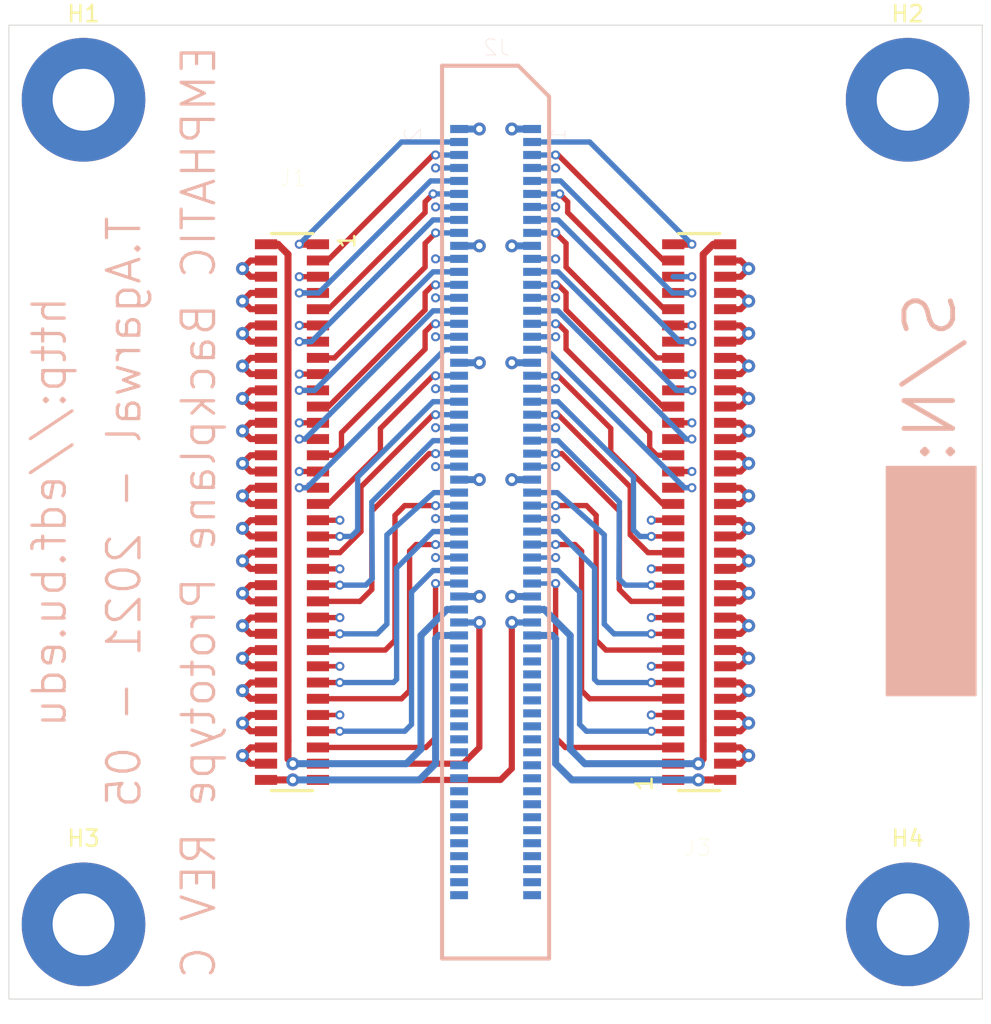
<source format=kicad_pcb>
(kicad_pcb (version 20171130) (host pcbnew "(5.1.9-0-10_14)")

  (general
    (thickness 1.6)
    (drawings 9)
    (tracks 760)
    (zones 0)
    (modules 7)
    (nets 114)
  )

  (page A4)
  (layers
    (0 F.Cu signal)
    (1 In1.Cu signal)
    (2 Ground power)
    (31 B.Cu signal)
    (32 B.Adhes user)
    (33 F.Adhes user)
    (34 B.Paste user)
    (35 F.Paste user)
    (36 B.SilkS user)
    (37 F.SilkS user)
    (38 B.Mask user)
    (39 F.Mask user)
    (40 Dwgs.User user)
    (41 Cmts.User user)
    (42 Eco1.User user)
    (43 Eco2.User user)
    (44 Edge.Cuts user)
    (45 Margin user)
    (46 B.CrtYd user)
    (47 F.CrtYd user)
    (48 B.Fab user)
    (49 F.Fab user)
  )

  (setup
    (last_trace_width 0.3302)
    (user_trace_width 0.2794)
    (user_trace_width 0.3302)
    (user_trace_width 0.381)
    (user_trace_width 0.4318)
    (user_trace_width 0.635)
    (trace_clearance 0.2)
    (zone_clearance 0.508)
    (zone_45_only no)
    (trace_min 0.2)
    (via_size 0.8)
    (via_drill 0.4)
    (via_min_size 0.4)
    (via_min_drill 0.3)
    (user_via 0.5588 0.3048)
    (uvia_size 0.3)
    (uvia_drill 0.1)
    (uvias_allowed no)
    (uvia_min_size 0.2)
    (uvia_min_drill 0.1)
    (edge_width 0.05)
    (segment_width 0.2)
    (pcb_text_width 0.3)
    (pcb_text_size 1.5 1.5)
    (mod_edge_width 0.12)
    (mod_text_size 1 1)
    (mod_text_width 0.15)
    (pad_size 7.62 7.62)
    (pad_drill 3.81)
    (pad_to_mask_clearance 0)
    (aux_axis_origin 0 0)
    (visible_elements FFFFFF7F)
    (pcbplotparams
      (layerselection 0x010fc_ffffffff)
      (usegerberextensions false)
      (usegerberattributes true)
      (usegerberadvancedattributes true)
      (creategerberjobfile true)
      (excludeedgelayer true)
      (linewidth 0.100000)
      (plotframeref false)
      (viasonmask false)
      (mode 1)
      (useauxorigin false)
      (hpglpennumber 1)
      (hpglpenspeed 20)
      (hpglpendiameter 15.000000)
      (psnegative false)
      (psa4output false)
      (plotreference true)
      (plotvalue true)
      (plotinvisibletext false)
      (padsonsilk false)
      (subtractmaskfromsilk false)
      (outputformat 1)
      (mirror false)
      (drillshape 0)
      (scaleselection 1)
      (outputdirectory "Gerber/"))
  )

  (net 0 "")
  (net 1 /BIAS2)
  (net 2 /OUT)
  (net 3 GND)
  (net 4 /VDD)
  (net 5 /CH31)
  (net 6 /CH30)
  (net 7 /CH29)
  (net 8 /CH28)
  (net 9 /CH27)
  (net 10 /CH26)
  (net 11 /CH25)
  (net 12 /CH24)
  (net 13 /CH23)
  (net 14 /CH22)
  (net 15 /CH21)
  (net 16 /CH20)
  (net 17 /CH19)
  (net 18 /CH18)
  (net 19 /CH17)
  (net 20 /CH16)
  (net 21 /CH15)
  (net 22 /CH14)
  (net 23 /CH13)
  (net 24 /CH12)
  (net 25 /CH11)
  (net 26 /CH10)
  (net 27 /CH9)
  (net 28 /CH8)
  (net 29 /CH7)
  (net 30 /CH6)
  (net 31 /CH5)
  (net 32 /CH4)
  (net 33 /CH3)
  (net 34 /CH2)
  (net 35 /CH1)
  (net 36 /BIAS1)
  (net 37 /CH0)
  (net 38 /BCH0)
  (net 39 /BCH1)
  (net 40 /BCH2)
  (net 41 /BCH3)
  (net 42 /BCH4)
  (net 43 /BCH5)
  (net 44 /BCH6)
  (net 45 /BCH7)
  (net 46 /BCH8)
  (net 47 /BCH9)
  (net 48 /BCH10)
  (net 49 /BCH11)
  (net 50 /BCH12)
  (net 51 /BCH13)
  (net 52 /BCH14)
  (net 53 /BCH15)
  (net 54 /BCH16)
  (net 55 /BCH17)
  (net 56 /BCH18)
  (net 57 /BCH19)
  (net 58 /BCH20)
  (net 59 /BCH21)
  (net 60 /BCH22)
  (net 61 /BCH23)
  (net 62 /BCH24)
  (net 63 /BCH25)
  (net 64 /BCH26)
  (net 65 /BCH27)
  (net 66 /BCH28)
  (net 67 /BCH29)
  (net 68 /BCH30)
  (net 69 /BCH31)
  (net 70 /BIAS3)
  (net 71 /BIAS4)
  (net 72 "Net-(J2-Pad81)")
  (net 73 "Net-(J2-Pad82)")
  (net 74 "Net-(J2-Pad83)")
  (net 75 "Net-(J2-Pad84)")
  (net 76 "Net-(J2-Pad85)")
  (net 77 "Net-(J2-Pad86)")
  (net 78 "Net-(J2-Pad87)")
  (net 79 "Net-(J2-Pad88)")
  (net 80 "Net-(J2-Pad89)")
  (net 81 "Net-(J2-Pad90)")
  (net 82 "Net-(J2-Pad91)")
  (net 83 "Net-(J2-Pad92)")
  (net 84 "Net-(J2-Pad93)")
  (net 85 "Net-(J2-Pad94)")
  (net 86 "Net-(J2-Pad95)")
  (net 87 "Net-(J2-Pad96)")
  (net 88 "Net-(J2-Pad97)")
  (net 89 "Net-(J2-Pad98)")
  (net 90 "Net-(J2-Pad99)")
  (net 91 "Net-(J2-Pad100)")
  (net 92 "Net-(J2-Pad101)")
  (net 93 "Net-(J2-Pad102)")
  (net 94 "Net-(J2-Pad103)")
  (net 95 "Net-(J2-Pad104)")
  (net 96 "Net-(J2-Pad105)")
  (net 97 "Net-(J2-Pad106)")
  (net 98 "Net-(J2-Pad107)")
  (net 99 "Net-(J2-Pad108)")
  (net 100 "Net-(J2-Pad109)")
  (net 101 "Net-(J2-Pad110)")
  (net 102 "Net-(J2-Pad111)")
  (net 103 "Net-(J2-Pad112)")
  (net 104 "Net-(J2-Pad113)")
  (net 105 "Net-(J2-Pad114)")
  (net 106 "Net-(J2-Pad115)")
  (net 107 "Net-(J2-Pad116)")
  (net 108 "Net-(J2-Pad117)")
  (net 109 "Net-(J2-Pad118)")
  (net 110 "Net-(J2-Pad119)")
  (net 111 "Net-(J2-Pad120)")
  (net 112 "Net-(J3-Pad3)")
  (net 113 "Net-(J3-Pad1)")

  (net_class Default "This is the default net class."
    (clearance 0.2)
    (trace_width 0.25)
    (via_dia 0.8)
    (via_drill 0.4)
    (uvia_dia 0.3)
    (uvia_drill 0.1)
    (add_net /BCH0)
    (add_net /BCH1)
    (add_net /BCH10)
    (add_net /BCH11)
    (add_net /BCH12)
    (add_net /BCH13)
    (add_net /BCH14)
    (add_net /BCH15)
    (add_net /BCH16)
    (add_net /BCH17)
    (add_net /BCH18)
    (add_net /BCH19)
    (add_net /BCH2)
    (add_net /BCH20)
    (add_net /BCH21)
    (add_net /BCH22)
    (add_net /BCH23)
    (add_net /BCH24)
    (add_net /BCH25)
    (add_net /BCH26)
    (add_net /BCH27)
    (add_net /BCH28)
    (add_net /BCH29)
    (add_net /BCH3)
    (add_net /BCH30)
    (add_net /BCH31)
    (add_net /BCH4)
    (add_net /BCH5)
    (add_net /BCH6)
    (add_net /BCH7)
    (add_net /BCH8)
    (add_net /BCH9)
    (add_net /BIAS1)
    (add_net /BIAS2)
    (add_net /BIAS3)
    (add_net /BIAS4)
    (add_net /CH0)
    (add_net /CH1)
    (add_net /CH10)
    (add_net /CH11)
    (add_net /CH12)
    (add_net /CH13)
    (add_net /CH14)
    (add_net /CH15)
    (add_net /CH16)
    (add_net /CH17)
    (add_net /CH18)
    (add_net /CH19)
    (add_net /CH2)
    (add_net /CH20)
    (add_net /CH21)
    (add_net /CH22)
    (add_net /CH23)
    (add_net /CH24)
    (add_net /CH25)
    (add_net /CH26)
    (add_net /CH27)
    (add_net /CH28)
    (add_net /CH29)
    (add_net /CH3)
    (add_net /CH30)
    (add_net /CH31)
    (add_net /CH4)
    (add_net /CH5)
    (add_net /CH6)
    (add_net /CH7)
    (add_net /CH8)
    (add_net /CH9)
    (add_net /OUT)
    (add_net /VDD)
    (add_net GND)
    (add_net "Net-(J2-Pad100)")
    (add_net "Net-(J2-Pad101)")
    (add_net "Net-(J2-Pad102)")
    (add_net "Net-(J2-Pad103)")
    (add_net "Net-(J2-Pad104)")
    (add_net "Net-(J2-Pad105)")
    (add_net "Net-(J2-Pad106)")
    (add_net "Net-(J2-Pad107)")
    (add_net "Net-(J2-Pad108)")
    (add_net "Net-(J2-Pad109)")
    (add_net "Net-(J2-Pad110)")
    (add_net "Net-(J2-Pad111)")
    (add_net "Net-(J2-Pad112)")
    (add_net "Net-(J2-Pad113)")
    (add_net "Net-(J2-Pad114)")
    (add_net "Net-(J2-Pad115)")
    (add_net "Net-(J2-Pad116)")
    (add_net "Net-(J2-Pad117)")
    (add_net "Net-(J2-Pad118)")
    (add_net "Net-(J2-Pad119)")
    (add_net "Net-(J2-Pad120)")
    (add_net "Net-(J2-Pad81)")
    (add_net "Net-(J2-Pad82)")
    (add_net "Net-(J2-Pad83)")
    (add_net "Net-(J2-Pad84)")
    (add_net "Net-(J2-Pad85)")
    (add_net "Net-(J2-Pad86)")
    (add_net "Net-(J2-Pad87)")
    (add_net "Net-(J2-Pad88)")
    (add_net "Net-(J2-Pad89)")
    (add_net "Net-(J2-Pad90)")
    (add_net "Net-(J2-Pad91)")
    (add_net "Net-(J2-Pad92)")
    (add_net "Net-(J2-Pad93)")
    (add_net "Net-(J2-Pad94)")
    (add_net "Net-(J2-Pad95)")
    (add_net "Net-(J2-Pad96)")
    (add_net "Net-(J2-Pad97)")
    (add_net "Net-(J2-Pad98)")
    (add_net "Net-(J2-Pad99)")
    (add_net "Net-(J3-Pad1)")
    (add_net "Net-(J3-Pad3)")
  )

  (module Backplane-prototype:ERF8-060-05.0-L-DV (layer B.Cu) (tedit 6066783A) (tstamp 606EAF7E)
    (at 149.5 106 90)
    (descr "0.8mm Edge Rate Socket Assembly, Double Vertical Row.")
    (path /606FAD92)
    (fp_text reference J2 (at 28.62 0.06 180) (layer B.SilkS)
      (effects (font (size 1.00011 1.00011) (thickness 0.015)) (justify mirror))
    )
    (fp_text value ERF8-060-05.0-L-DV (at 8.42761 -4.449045 90) (layer B.Fab)
      (effects (font (size 1.000906 1.000906) (thickness 0.015)) (justify mirror))
    )
    (fp_line (start -27.5 -3.3) (end -27.5 3.3) (layer B.SilkS) (width 0.25))
    (fp_line (start 27.5 -3.3) (end -27.5 -3.3) (layer B.SilkS) (width 0.25))
    (fp_line (start 27.5 1.4) (end 27.5 -3.3) (layer B.SilkS) (width 0.25))
    (fp_line (start 25.6 3.3) (end 27.5 1.4) (layer B.SilkS) (width 0.25))
    (fp_line (start -27.5 3.3) (end 25.6 3.3) (layer B.SilkS) (width 0.25))
    (fp_line (start -27 -2.8) (end -27 2.8) (layer B.Fab) (width 0.25))
    (fp_line (start 27 -2.8) (end -27 -2.8) (layer B.Fab) (width 0.25))
    (fp_line (start 27 1.1) (end 27 -2.8) (layer B.Fab) (width 0.25))
    (fp_line (start 25.3 2.8) (end 27 1.1) (layer B.Fab) (width 0.25))
    (fp_line (start -27 2.8) (end 25.3 2.8) (layer B.Fab) (width 0.25))
    (fp_text user 1 (at 23.2415 3.81024 90) (layer B.SilkS)
      (effects (font (size 1.000063 1.000063) (thickness 0.015)) (justify mirror))
    )
    (fp_text user 2 (at 23.2688 -5.08629 90) (layer B.SilkS)
      (effects (font (size 1.001236 1.001236) (thickness 0.015)) (justify mirror))
    )
    (pad 1 smd rect (at 23.6 2.25 90) (size 0.5 1.1) (layers B.Cu B.Paste B.Mask)
      (net 3 GND))
    (pad 2 smd rect (at 23.6 -2.25 90) (size 0.5 1.1) (layers B.Cu B.Paste B.Mask)
      (net 3 GND))
    (pad 3 smd rect (at 22.8 2.25 90) (size 0.5 1.1) (layers B.Cu B.Paste B.Mask)
      (net 38 /BCH0))
    (pad 4 smd rect (at 22.8 -2.25 90) (size 0.5 1.1) (layers B.Cu B.Paste B.Mask)
      (net 37 /CH0))
    (pad 5 smd rect (at 22 2.25 90) (size 0.5 1.1) (layers B.Cu B.Paste B.Mask)
      (net 39 /BCH1))
    (pad 6 smd rect (at 22 -2.25 90) (size 0.5 1.1) (layers B.Cu B.Paste B.Mask)
      (net 35 /CH1))
    (pad 7 smd rect (at 21.2 2.25 90) (size 0.5 1.1) (layers B.Cu B.Paste B.Mask)
      (net 40 /BCH2))
    (pad 8 smd rect (at 21.2 -2.25 90) (size 0.5 1.1) (layers B.Cu B.Paste B.Mask)
      (net 34 /CH2))
    (pad 9 smd rect (at 20.4 2.25 90) (size 0.5 1.1) (layers B.Cu B.Paste B.Mask)
      (net 41 /BCH3))
    (pad 10 smd rect (at 20.4 -2.25 90) (size 0.5 1.1) (layers B.Cu B.Paste B.Mask)
      (net 33 /CH3))
    (pad 11 smd rect (at 19.6 2.25 90) (size 0.5 1.1) (layers B.Cu B.Paste B.Mask)
      (net 42 /BCH4))
    (pad 12 smd rect (at 19.6 -2.25 90) (size 0.5 1.1) (layers B.Cu B.Paste B.Mask)
      (net 32 /CH4))
    (pad 13 smd rect (at 18.8 2.25 90) (size 0.5 1.1) (layers B.Cu B.Paste B.Mask)
      (net 43 /BCH5))
    (pad 14 smd rect (at 18.8 -2.25 90) (size 0.5 1.1) (layers B.Cu B.Paste B.Mask)
      (net 31 /CH5))
    (pad 15 smd rect (at 18 2.25 90) (size 0.5 1.1) (layers B.Cu B.Paste B.Mask)
      (net 44 /BCH6))
    (pad 16 smd rect (at 18 -2.25 90) (size 0.5 1.1) (layers B.Cu B.Paste B.Mask)
      (net 30 /CH6))
    (pad 17 smd rect (at 17.2 2.25 90) (size 0.5 1.1) (layers B.Cu B.Paste B.Mask)
      (net 45 /BCH7))
    (pad 18 smd rect (at 17.2 -2.25 90) (size 0.5 1.1) (layers B.Cu B.Paste B.Mask)
      (net 29 /CH7))
    (pad 19 smd rect (at 16.4 2.25 90) (size 0.5 1.1) (layers B.Cu B.Paste B.Mask)
      (net 3 GND))
    (pad 20 smd rect (at 16.4 -2.25 90) (size 0.5 1.1) (layers B.Cu B.Paste B.Mask)
      (net 3 GND))
    (pad 21 smd rect (at 15.6 2.25 90) (size 0.5 1.1) (layers B.Cu B.Paste B.Mask)
      (net 46 /BCH8))
    (pad 22 smd rect (at 15.6 -2.25 90) (size 0.5 1.1) (layers B.Cu B.Paste B.Mask)
      (net 28 /CH8))
    (pad 23 smd rect (at 14.8 2.25 90) (size 0.5 1.1) (layers B.Cu B.Paste B.Mask)
      (net 47 /BCH9))
    (pad 24 smd rect (at 14.8 -2.25 90) (size 0.5 1.1) (layers B.Cu B.Paste B.Mask)
      (net 27 /CH9))
    (pad 25 smd rect (at 14 2.25 90) (size 0.5 1.1) (layers B.Cu B.Paste B.Mask)
      (net 48 /BCH10))
    (pad 26 smd rect (at 14 -2.25 90) (size 0.5 1.1) (layers B.Cu B.Paste B.Mask)
      (net 26 /CH10))
    (pad 27 smd rect (at 13.2 2.25 90) (size 0.5 1.1) (layers B.Cu B.Paste B.Mask)
      (net 49 /BCH11))
    (pad 28 smd rect (at 13.2 -2.25 90) (size 0.5 1.1) (layers B.Cu B.Paste B.Mask)
      (net 25 /CH11))
    (pad 29 smd rect (at 12.4 2.25 90) (size 0.5 1.1) (layers B.Cu B.Paste B.Mask)
      (net 50 /BCH12))
    (pad 30 smd rect (at 12.4 -2.25 90) (size 0.5 1.1) (layers B.Cu B.Paste B.Mask)
      (net 24 /CH12))
    (pad 31 smd rect (at 11.6 2.25 90) (size 0.5 1.1) (layers B.Cu B.Paste B.Mask)
      (net 51 /BCH13))
    (pad 32 smd rect (at 11.6 -2.25 90) (size 0.5 1.1) (layers B.Cu B.Paste B.Mask)
      (net 23 /CH13))
    (pad 33 smd rect (at 10.8 2.25 90) (size 0.5 1.1) (layers B.Cu B.Paste B.Mask)
      (net 52 /BCH14))
    (pad 34 smd rect (at 10.8 -2.25 90) (size 0.5 1.1) (layers B.Cu B.Paste B.Mask)
      (net 22 /CH14))
    (pad 35 smd rect (at 10 2.25 90) (size 0.5 1.1) (layers B.Cu B.Paste B.Mask)
      (net 53 /BCH15))
    (pad 36 smd rect (at 10 -2.25 90) (size 0.5 1.1) (layers B.Cu B.Paste B.Mask)
      (net 21 /CH15))
    (pad 37 smd rect (at 9.2 2.25 90) (size 0.5 1.1) (layers B.Cu B.Paste B.Mask)
      (net 3 GND))
    (pad 38 smd rect (at 9.2 -2.25 90) (size 0.5 1.1) (layers B.Cu B.Paste B.Mask)
      (net 3 GND))
    (pad 39 smd rect (at 8.4 2.25 90) (size 0.5 1.1) (layers B.Cu B.Paste B.Mask)
      (net 54 /BCH16))
    (pad 40 smd rect (at 8.4 -2.25 90) (size 0.5 1.1) (layers B.Cu B.Paste B.Mask)
      (net 20 /CH16))
    (pad 41 smd rect (at 7.6 2.25 90) (size 0.5 1.1) (layers B.Cu B.Paste B.Mask)
      (net 55 /BCH17))
    (pad 42 smd rect (at 7.6 -2.25 90) (size 0.5 1.1) (layers B.Cu B.Paste B.Mask)
      (net 19 /CH17))
    (pad 43 smd rect (at 6.8 2.25 90) (size 0.5 1.1) (layers B.Cu B.Paste B.Mask)
      (net 56 /BCH18))
    (pad 44 smd rect (at 6.8 -2.25 90) (size 0.5 1.1) (layers B.Cu B.Paste B.Mask)
      (net 18 /CH18))
    (pad 45 smd rect (at 6 2.25 90) (size 0.5 1.1) (layers B.Cu B.Paste B.Mask)
      (net 57 /BCH19))
    (pad 46 smd rect (at 6 -2.25 90) (size 0.5 1.1) (layers B.Cu B.Paste B.Mask)
      (net 17 /CH19))
    (pad 47 smd rect (at 5.2 2.25 90) (size 0.5 1.1) (layers B.Cu B.Paste B.Mask)
      (net 58 /BCH20))
    (pad 48 smd rect (at 5.2 -2.25 90) (size 0.5 1.1) (layers B.Cu B.Paste B.Mask)
      (net 16 /CH20))
    (pad 49 smd rect (at 4.4 2.25 90) (size 0.5 1.1) (layers B.Cu B.Paste B.Mask)
      (net 59 /BCH21))
    (pad 50 smd rect (at 4.4 -2.25 90) (size 0.5 1.1) (layers B.Cu B.Paste B.Mask)
      (net 15 /CH21))
    (pad 51 smd rect (at 3.6 2.25 90) (size 0.5 1.1) (layers B.Cu B.Paste B.Mask)
      (net 60 /BCH22))
    (pad 52 smd rect (at 3.6 -2.25 90) (size 0.5 1.1) (layers B.Cu B.Paste B.Mask)
      (net 14 /CH22))
    (pad 53 smd rect (at 2.8 2.25 90) (size 0.5 1.1) (layers B.Cu B.Paste B.Mask)
      (net 61 /BCH23))
    (pad 54 smd rect (at 2.8 -2.25 90) (size 0.5 1.1) (layers B.Cu B.Paste B.Mask)
      (net 13 /CH23))
    (pad 55 smd rect (at 2 2.25 90) (size 0.5 1.1) (layers B.Cu B.Paste B.Mask)
      (net 3 GND))
    (pad 56 smd rect (at 2 -2.25 90) (size 0.5 1.1) (layers B.Cu B.Paste B.Mask)
      (net 3 GND))
    (pad 57 smd rect (at 1.2 2.25 90) (size 0.5 1.1) (layers B.Cu B.Paste B.Mask)
      (net 62 /BCH24))
    (pad 58 smd rect (at 1.2 -2.25 90) (size 0.5 1.1) (layers B.Cu B.Paste B.Mask)
      (net 12 /CH24))
    (pad 59 smd rect (at 0.4 2.25 90) (size 0.5 1.1) (layers B.Cu B.Paste B.Mask)
      (net 63 /BCH25))
    (pad 60 smd rect (at 0.4 -2.25 90) (size 0.5 1.1) (layers B.Cu B.Paste B.Mask)
      (net 11 /CH25))
    (pad 61 smd rect (at -0.4 2.25 90) (size 0.5 1.1) (layers B.Cu B.Paste B.Mask)
      (net 64 /BCH26))
    (pad 62 smd rect (at -0.4 -2.25 90) (size 0.5 1.1) (layers B.Cu B.Paste B.Mask)
      (net 10 /CH26))
    (pad 63 smd rect (at -1.2 2.25 90) (size 0.5 1.1) (layers B.Cu B.Paste B.Mask)
      (net 65 /BCH27))
    (pad 64 smd rect (at -1.2 -2.25 90) (size 0.5 1.1) (layers B.Cu B.Paste B.Mask)
      (net 9 /CH27))
    (pad 65 smd rect (at -2 2.25 90) (size 0.5 1.1) (layers B.Cu B.Paste B.Mask)
      (net 66 /BCH28))
    (pad 66 smd rect (at -2 -2.25 90) (size 0.5 1.1) (layers B.Cu B.Paste B.Mask)
      (net 8 /CH28))
    (pad 67 smd rect (at -2.8 2.25 90) (size 0.5 1.1) (layers B.Cu B.Paste B.Mask)
      (net 67 /BCH29))
    (pad 68 smd rect (at -2.8 -2.25 90) (size 0.5 1.1) (layers B.Cu B.Paste B.Mask)
      (net 7 /CH29))
    (pad 69 smd rect (at -3.6 2.25 90) (size 0.5 1.1) (layers B.Cu B.Paste B.Mask)
      (net 68 /BCH30))
    (pad 70 smd rect (at -3.6 -2.25 90) (size 0.5 1.1) (layers B.Cu B.Paste B.Mask)
      (net 6 /CH30))
    (pad 71 smd rect (at -4.4 2.25 90) (size 0.5 1.1) (layers B.Cu B.Paste B.Mask)
      (net 69 /BCH31))
    (pad 72 smd rect (at -4.4 -2.25 90) (size 0.5 1.1) (layers B.Cu B.Paste B.Mask)
      (net 5 /CH31))
    (pad 73 smd rect (at -5.2 2.25 90) (size 0.5 1.1) (layers B.Cu B.Paste B.Mask)
      (net 3 GND))
    (pad 74 smd rect (at -5.2 -2.25 90) (size 0.5 1.1) (layers B.Cu B.Paste B.Mask)
      (net 3 GND))
    (pad 75 smd rect (at -6 2.25 90) (size 0.5 1.1) (layers B.Cu B.Paste B.Mask)
      (net 70 /BIAS3))
    (pad 76 smd rect (at -6 -2.25 90) (size 0.5 1.1) (layers B.Cu B.Paste B.Mask)
      (net 36 /BIAS1))
    (pad 77 smd rect (at -6.8 2.25 90) (size 0.5 1.1) (layers B.Cu B.Paste B.Mask)
      (net 2 /OUT))
    (pad 78 smd rect (at -6.8 -2.25 90) (size 0.5 1.1) (layers B.Cu B.Paste B.Mask)
      (net 4 /VDD))
    (pad 79 smd rect (at -7.6 2.25 90) (size 0.5 1.1) (layers B.Cu B.Paste B.Mask)
      (net 71 /BIAS4))
    (pad 80 smd rect (at -7.6 -2.25 90) (size 0.5 1.1) (layers B.Cu B.Paste B.Mask)
      (net 1 /BIAS2))
    (pad 81 smd rect (at -8.4 2.25 90) (size 0.5 1.1) (layers B.Cu B.Paste B.Mask)
      (net 72 "Net-(J2-Pad81)"))
    (pad 82 smd rect (at -8.4 -2.25 90) (size 0.5 1.1) (layers B.Cu B.Paste B.Mask)
      (net 73 "Net-(J2-Pad82)"))
    (pad 83 smd rect (at -9.2 2.25 90) (size 0.5 1.1) (layers B.Cu B.Paste B.Mask)
      (net 74 "Net-(J2-Pad83)"))
    (pad 84 smd rect (at -9.2 -2.25 90) (size 0.5 1.1) (layers B.Cu B.Paste B.Mask)
      (net 75 "Net-(J2-Pad84)"))
    (pad 85 smd rect (at -10 2.25 90) (size 0.5 1.1) (layers B.Cu B.Paste B.Mask)
      (net 76 "Net-(J2-Pad85)"))
    (pad 86 smd rect (at -10 -2.25 90) (size 0.5 1.1) (layers B.Cu B.Paste B.Mask)
      (net 77 "Net-(J2-Pad86)"))
    (pad 87 smd rect (at -10.8 2.25 90) (size 0.5 1.1) (layers B.Cu B.Paste B.Mask)
      (net 78 "Net-(J2-Pad87)"))
    (pad 88 smd rect (at -10.8 -2.25 90) (size 0.5 1.1) (layers B.Cu B.Paste B.Mask)
      (net 79 "Net-(J2-Pad88)"))
    (pad 89 smd rect (at -11.6 2.25 90) (size 0.5 1.1) (layers B.Cu B.Paste B.Mask)
      (net 80 "Net-(J2-Pad89)"))
    (pad 90 smd rect (at -11.6 -2.25 90) (size 0.5 1.1) (layers B.Cu B.Paste B.Mask)
      (net 81 "Net-(J2-Pad90)"))
    (pad 91 smd rect (at -12.4 2.25 90) (size 0.5 1.1) (layers B.Cu B.Paste B.Mask)
      (net 82 "Net-(J2-Pad91)"))
    (pad 92 smd rect (at -12.4 -2.25 90) (size 0.5 1.1) (layers B.Cu B.Paste B.Mask)
      (net 83 "Net-(J2-Pad92)"))
    (pad 93 smd rect (at -13.2 2.25 90) (size 0.5 1.1) (layers B.Cu B.Paste B.Mask)
      (net 84 "Net-(J2-Pad93)"))
    (pad 94 smd rect (at -13.2 -2.25 90) (size 0.5 1.1) (layers B.Cu B.Paste B.Mask)
      (net 85 "Net-(J2-Pad94)"))
    (pad 95 smd rect (at -14 2.25 90) (size 0.5 1.1) (layers B.Cu B.Paste B.Mask)
      (net 86 "Net-(J2-Pad95)"))
    (pad 96 smd rect (at -14 -2.25 90) (size 0.5 1.1) (layers B.Cu B.Paste B.Mask)
      (net 87 "Net-(J2-Pad96)"))
    (pad 97 smd rect (at -14.8 2.25 90) (size 0.5 1.1) (layers B.Cu B.Paste B.Mask)
      (net 88 "Net-(J2-Pad97)"))
    (pad 98 smd rect (at -14.8 -2.25 90) (size 0.5 1.1) (layers B.Cu B.Paste B.Mask)
      (net 89 "Net-(J2-Pad98)"))
    (pad 99 smd rect (at -15.6 2.25 90) (size 0.5 1.1) (layers B.Cu B.Paste B.Mask)
      (net 90 "Net-(J2-Pad99)"))
    (pad 100 smd rect (at -15.6 -2.25 90) (size 0.5 1.1) (layers B.Cu B.Paste B.Mask)
      (net 91 "Net-(J2-Pad100)"))
    (pad 101 smd rect (at -16.4 2.25 90) (size 0.5 1.1) (layers B.Cu B.Paste B.Mask)
      (net 92 "Net-(J2-Pad101)"))
    (pad 102 smd rect (at -16.4 -2.25 90) (size 0.5 1.1) (layers B.Cu B.Paste B.Mask)
      (net 93 "Net-(J2-Pad102)"))
    (pad 103 smd rect (at -17.2 2.25 90) (size 0.5 1.1) (layers B.Cu B.Paste B.Mask)
      (net 94 "Net-(J2-Pad103)"))
    (pad 104 smd rect (at -17.2 -2.25 90) (size 0.5 1.1) (layers B.Cu B.Paste B.Mask)
      (net 95 "Net-(J2-Pad104)"))
    (pad 105 smd rect (at -18 2.25 90) (size 0.5 1.1) (layers B.Cu B.Paste B.Mask)
      (net 96 "Net-(J2-Pad105)"))
    (pad 106 smd rect (at -18 -2.25 90) (size 0.5 1.1) (layers B.Cu B.Paste B.Mask)
      (net 97 "Net-(J2-Pad106)"))
    (pad 107 smd rect (at -18.8 2.25 90) (size 0.5 1.1) (layers B.Cu B.Paste B.Mask)
      (net 98 "Net-(J2-Pad107)"))
    (pad 108 smd rect (at -18.8 -2.25 90) (size 0.5 1.1) (layers B.Cu B.Paste B.Mask)
      (net 99 "Net-(J2-Pad108)"))
    (pad 109 smd rect (at -19.6 2.25 90) (size 0.5 1.1) (layers B.Cu B.Paste B.Mask)
      (net 100 "Net-(J2-Pad109)"))
    (pad 110 smd rect (at -19.6 -2.25 90) (size 0.5 1.1) (layers B.Cu B.Paste B.Mask)
      (net 101 "Net-(J2-Pad110)"))
    (pad 111 smd rect (at -20.4 2.25 90) (size 0.5 1.1) (layers B.Cu B.Paste B.Mask)
      (net 102 "Net-(J2-Pad111)"))
    (pad 112 smd rect (at -20.4 -2.25 90) (size 0.5 1.1) (layers B.Cu B.Paste B.Mask)
      (net 103 "Net-(J2-Pad112)"))
    (pad 113 smd rect (at -21.2 2.25 90) (size 0.5 1.1) (layers B.Cu B.Paste B.Mask)
      (net 104 "Net-(J2-Pad113)"))
    (pad 114 smd rect (at -21.2 -2.25 90) (size 0.5 1.1) (layers B.Cu B.Paste B.Mask)
      (net 105 "Net-(J2-Pad114)"))
    (pad 115 smd rect (at -22 2.25 90) (size 0.5 1.1) (layers B.Cu B.Paste B.Mask)
      (net 106 "Net-(J2-Pad115)"))
    (pad 116 smd rect (at -22 -2.25 90) (size 0.5 1.1) (layers B.Cu B.Paste B.Mask)
      (net 107 "Net-(J2-Pad116)"))
    (pad 117 smd rect (at -22.8 2.25 90) (size 0.5 1.1) (layers B.Cu B.Paste B.Mask)
      (net 108 "Net-(J2-Pad117)"))
    (pad 118 smd rect (at -22.8 -2.25 90) (size 0.5 1.1) (layers B.Cu B.Paste B.Mask)
      (net 109 "Net-(J2-Pad118)"))
    (pad 119 smd rect (at -23.6 2.25 90) (size 0.5 1.1) (layers B.Cu B.Paste B.Mask)
      (net 110 "Net-(J2-Pad119)"))
    (pad 120 smd rect (at -23.6 -2.25 90) (size 0.5 1.1) (layers B.Cu B.Paste B.Mask)
      (net 111 "Net-(J2-Pad120)"))
    (pad None np_thru_hole circle (at 25.4 -1.5 90) (size 1.45 1.45) (drill 1.45) (layers *.Cu *.Mask))
    (pad None np_thru_hole circle (at -25.4 -1.5 90) (size 1.45 1.45) (drill 1.45) (layers *.Cu *.Mask))
  )

  (module Backplane-prototype:SAMTEC_CLM-134-02-F-D (layer F.Cu) (tedit 60668FE3) (tstamp 606EB007)
    (at 137 106 90)
    (path /606129A6)
    (fp_text reference J1 (at 20.58 0.02 180) (layer F.SilkS)
      (effects (font (size 1 1) (thickness 0.015)))
    )
    (fp_text value Conn_02x34_Odd_Even (at 0 3.5 90) (layer F.Fab)
      (effects (font (size 1 1) (thickness 0.015)))
    )
    (fp_line (start 17.409 2.485) (end -17.409 2.485) (layer F.CrtYd) (width 0.05))
    (fp_line (start 17.409 -2.587) (end 17.409 2.485) (layer F.CrtYd) (width 0.05))
    (fp_line (start -17.409 -2.587) (end 17.409 -2.587) (layer F.CrtYd) (width 0.05))
    (fp_line (start -17.409 2.485) (end -17.409 -2.587) (layer F.CrtYd) (width 0.05))
    (fp_line (start -17.155 1.219) (end -17.159 1.219) (layer F.SilkS) (width 0.2))
    (fp_line (start 17.155 1.219) (end 17.159 1.219) (layer F.SilkS) (width 0.2))
    (fp_line (start 17.155 -1.321) (end 17.159 -1.321) (layer F.SilkS) (width 0.2))
    (fp_line (start -17.159 -1.321) (end -17.155 -1.321) (layer F.SilkS) (width 0.2))
    (fp_line (start 17.159 -1.321) (end 17.159 1.219) (layer F.SilkS) (width 0.2))
    (fp_line (start -17.159 1.219) (end -17.159 -1.321) (layer F.SilkS) (width 0.2))
    (fp_line (start 17.159 1.219) (end -17.159 1.219) (layer F.Fab) (width 0.1))
    (fp_line (start 17.159 -1.321) (end 17.159 1.219) (layer F.Fab) (width 0.1))
    (fp_line (start -17.159 -1.321) (end 17.159 -1.321) (layer F.Fab) (width 0.1))
    (fp_line (start -17.159 1.219) (end -17.159 -1.321) (layer F.Fab) (width 0.1))
    (fp_text user 1 (at 16.72 3.33 90) (layer F.SilkS)
      (effects (font (size 1 1) (thickness 0.15)))
    )
    (pad 1 smd rect (at 16.5 1.55 90) (size 0.61 1.37) (layers F.Cu F.Paste F.Mask)
      (net 37 /CH0))
    (pad 2 smd rect (at 16.5 -1.652 90) (size 0.61 1.37) (layers F.Cu F.Paste F.Mask)
      (net 36 /BIAS1))
    (pad 3 smd rect (at 15.5 1.55 90) (size 0.61 1.37) (layers F.Cu F.Paste F.Mask)
      (net 35 /CH1))
    (pad 4 smd rect (at 15.5 -1.652 90) (size 0.61 1.37) (layers F.Cu F.Paste F.Mask)
      (net 3 GND))
    (pad 5 smd rect (at 14.5 1.55 90) (size 0.61 1.37) (layers F.Cu F.Paste F.Mask)
      (net 34 /CH2))
    (pad 6 smd rect (at 14.5 -1.652 90) (size 0.61 1.37) (layers F.Cu F.Paste F.Mask)
      (net 3 GND))
    (pad 7 smd rect (at 13.5 1.55 90) (size 0.61 1.37) (layers F.Cu F.Paste F.Mask)
      (net 33 /CH3))
    (pad 8 smd rect (at 13.5 -1.652 90) (size 0.61 1.37) (layers F.Cu F.Paste F.Mask)
      (net 3 GND))
    (pad 9 smd rect (at 12.5 1.55 90) (size 0.61 1.37) (layers F.Cu F.Paste F.Mask)
      (net 32 /CH4))
    (pad 10 smd rect (at 12.5 -1.652 90) (size 0.61 1.37) (layers F.Cu F.Paste F.Mask)
      (net 3 GND))
    (pad 11 smd rect (at 11.5 1.55 90) (size 0.61 1.37) (layers F.Cu F.Paste F.Mask)
      (net 31 /CH5))
    (pad 12 smd rect (at 11.5 -1.652 90) (size 0.61 1.37) (layers F.Cu F.Paste F.Mask)
      (net 3 GND))
    (pad 13 smd rect (at 10.5 1.55 90) (size 0.61 1.37) (layers F.Cu F.Paste F.Mask)
      (net 30 /CH6))
    (pad 14 smd rect (at 10.5 -1.652 90) (size 0.61 1.37) (layers F.Cu F.Paste F.Mask)
      (net 3 GND))
    (pad 15 smd rect (at 9.5 1.55 90) (size 0.61 1.37) (layers F.Cu F.Paste F.Mask)
      (net 29 /CH7))
    (pad 16 smd rect (at 9.5 -1.652 90) (size 0.61 1.37) (layers F.Cu F.Paste F.Mask)
      (net 3 GND))
    (pad 17 smd rect (at 8.5 1.55 90) (size 0.61 1.37) (layers F.Cu F.Paste F.Mask)
      (net 28 /CH8))
    (pad 18 smd rect (at 8.5 -1.652 90) (size 0.61 1.37) (layers F.Cu F.Paste F.Mask)
      (net 3 GND))
    (pad 19 smd rect (at 7.5 1.55 90) (size 0.61 1.37) (layers F.Cu F.Paste F.Mask)
      (net 27 /CH9))
    (pad 20 smd rect (at 7.5 -1.652 90) (size 0.61 1.37) (layers F.Cu F.Paste F.Mask)
      (net 3 GND))
    (pad 21 smd rect (at 6.5 1.55 90) (size 0.61 1.37) (layers F.Cu F.Paste F.Mask)
      (net 26 /CH10))
    (pad 22 smd rect (at 6.5 -1.652 90) (size 0.61 1.37) (layers F.Cu F.Paste F.Mask)
      (net 3 GND))
    (pad 23 smd rect (at 5.5 1.55 90) (size 0.61 1.37) (layers F.Cu F.Paste F.Mask)
      (net 25 /CH11))
    (pad 24 smd rect (at 5.5 -1.652 90) (size 0.61 1.37) (layers F.Cu F.Paste F.Mask)
      (net 3 GND))
    (pad 25 smd rect (at 4.5 1.55 90) (size 0.61 1.37) (layers F.Cu F.Paste F.Mask)
      (net 24 /CH12))
    (pad 26 smd rect (at 4.5 -1.652 90) (size 0.61 1.37) (layers F.Cu F.Paste F.Mask)
      (net 3 GND))
    (pad 27 smd rect (at 3.5 1.55 90) (size 0.61 1.37) (layers F.Cu F.Paste F.Mask)
      (net 23 /CH13))
    (pad 28 smd rect (at 3.5 -1.652 90) (size 0.61 1.37) (layers F.Cu F.Paste F.Mask)
      (net 3 GND))
    (pad 29 smd rect (at 2.5 1.55 90) (size 0.61 1.37) (layers F.Cu F.Paste F.Mask)
      (net 22 /CH14))
    (pad 30 smd rect (at 2.5 -1.652 90) (size 0.61 1.37) (layers F.Cu F.Paste F.Mask)
      (net 3 GND))
    (pad 31 smd rect (at 1.5 1.55 90) (size 0.61 1.37) (layers F.Cu F.Paste F.Mask)
      (net 21 /CH15))
    (pad 32 smd rect (at 1.5 -1.652 90) (size 0.61 1.37) (layers F.Cu F.Paste F.Mask)
      (net 3 GND))
    (pad 33 smd rect (at 0.5 1.55 90) (size 0.61 1.37) (layers F.Cu F.Paste F.Mask)
      (net 20 /CH16))
    (pad 34 smd rect (at 0.5 -1.652 90) (size 0.61 1.37) (layers F.Cu F.Paste F.Mask)
      (net 3 GND))
    (pad 35 smd rect (at -0.5 1.55 90) (size 0.61 1.37) (layers F.Cu F.Paste F.Mask)
      (net 19 /CH17))
    (pad 36 smd rect (at -0.5 -1.652 90) (size 0.61 1.37) (layers F.Cu F.Paste F.Mask)
      (net 3 GND))
    (pad 37 smd rect (at -1.5 1.55 90) (size 0.61 1.37) (layers F.Cu F.Paste F.Mask)
      (net 18 /CH18))
    (pad 38 smd rect (at -1.5 -1.652 90) (size 0.61 1.37) (layers F.Cu F.Paste F.Mask)
      (net 3 GND))
    (pad 39 smd rect (at -2.5 1.55 90) (size 0.61 1.37) (layers F.Cu F.Paste F.Mask)
      (net 17 /CH19))
    (pad 40 smd rect (at -2.5 -1.652 90) (size 0.61 1.37) (layers F.Cu F.Paste F.Mask)
      (net 3 GND))
    (pad 41 smd rect (at -3.5 1.55 90) (size 0.61 1.37) (layers F.Cu F.Paste F.Mask)
      (net 16 /CH20))
    (pad 42 smd rect (at -3.5 -1.652 90) (size 0.61 1.37) (layers F.Cu F.Paste F.Mask)
      (net 3 GND))
    (pad 43 smd rect (at -4.5 1.55 90) (size 0.61 1.37) (layers F.Cu F.Paste F.Mask)
      (net 15 /CH21))
    (pad 44 smd rect (at -4.5 -1.652 90) (size 0.61 1.37) (layers F.Cu F.Paste F.Mask)
      (net 3 GND))
    (pad 45 smd rect (at -5.5 1.55 90) (size 0.61 1.37) (layers F.Cu F.Paste F.Mask)
      (net 14 /CH22))
    (pad 46 smd rect (at -5.5 -1.652 90) (size 0.61 1.37) (layers F.Cu F.Paste F.Mask)
      (net 3 GND))
    (pad 47 smd rect (at -6.5 1.55 90) (size 0.61 1.37) (layers F.Cu F.Paste F.Mask)
      (net 13 /CH23))
    (pad 48 smd rect (at -6.5 -1.652 90) (size 0.61 1.37) (layers F.Cu F.Paste F.Mask)
      (net 3 GND))
    (pad 49 smd rect (at -7.5 1.55 90) (size 0.61 1.37) (layers F.Cu F.Paste F.Mask)
      (net 12 /CH24))
    (pad 50 smd rect (at -7.5 -1.652 90) (size 0.61 1.37) (layers F.Cu F.Paste F.Mask)
      (net 3 GND))
    (pad 51 smd rect (at -8.5 1.55 90) (size 0.61 1.37) (layers F.Cu F.Paste F.Mask)
      (net 11 /CH25))
    (pad 52 smd rect (at -8.5 -1.652 90) (size 0.61 1.37) (layers F.Cu F.Paste F.Mask)
      (net 3 GND))
    (pad 53 smd rect (at -9.5 1.55 90) (size 0.61 1.37) (layers F.Cu F.Paste F.Mask)
      (net 10 /CH26))
    (pad 54 smd rect (at -9.5 -1.652 90) (size 0.61 1.37) (layers F.Cu F.Paste F.Mask)
      (net 3 GND))
    (pad 55 smd rect (at -10.5 1.55 90) (size 0.61 1.37) (layers F.Cu F.Paste F.Mask)
      (net 9 /CH27))
    (pad 56 smd rect (at -10.5 -1.652 90) (size 0.61 1.37) (layers F.Cu F.Paste F.Mask)
      (net 3 GND))
    (pad 57 smd rect (at -11.5 1.55 90) (size 0.61 1.37) (layers F.Cu F.Paste F.Mask)
      (net 8 /CH28))
    (pad 58 smd rect (at -11.5 -1.652 90) (size 0.61 1.37) (layers F.Cu F.Paste F.Mask)
      (net 3 GND))
    (pad 59 smd rect (at -12.5 1.55 90) (size 0.61 1.37) (layers F.Cu F.Paste F.Mask)
      (net 7 /CH29))
    (pad 60 smd rect (at -12.5 -1.652 90) (size 0.61 1.37) (layers F.Cu F.Paste F.Mask)
      (net 3 GND))
    (pad 61 smd rect (at -13.5 1.55 90) (size 0.61 1.37) (layers F.Cu F.Paste F.Mask)
      (net 6 /CH30))
    (pad 62 smd rect (at -13.5 -1.652 90) (size 0.61 1.37) (layers F.Cu F.Paste F.Mask)
      (net 3 GND))
    (pad 63 smd rect (at -14.5 1.55 90) (size 0.61 1.37) (layers F.Cu F.Paste F.Mask)
      (net 5 /CH31))
    (pad 64 smd rect (at -14.5 -1.652 90) (size 0.61 1.37) (layers F.Cu F.Paste F.Mask)
      (net 3 GND))
    (pad 65 smd rect (at -15.5 1.55 90) (size 0.61 1.37) (layers F.Cu F.Paste F.Mask)
      (net 4 /VDD))
    (pad 66 smd rect (at -15.5 -1.652 90) (size 0.61 1.37) (layers F.Cu F.Paste F.Mask)
      (net 3 GND))
    (pad 67 smd rect (at -16.5 1.55 90) (size 0.61 1.37) (layers F.Cu F.Paste F.Mask)
      (net 2 /OUT))
    (pad 68 smd rect (at -16.5 -1.652 90) (size 0.61 1.37) (layers F.Cu F.Paste F.Mask)
      (net 1 /BIAS2))
  )

  (module Backplane-prototype:SAMTEC_CLM-134-02-F-D (layer F.Cu) (tedit 60668FE3) (tstamp 606EB05D)
    (at 162 106 270)
    (path /6065629A)
    (fp_text reference J3 (at 20.67 0.04 180) (layer F.SilkS)
      (effects (font (size 1 1) (thickness 0.015)))
    )
    (fp_text value Conn_02x34_Odd_Even (at 0 2.7 90) (layer F.Fab)
      (effects (font (size 1 1) (thickness 0.015)))
    )
    (fp_line (start -17.159 1.219) (end -17.159 -1.321) (layer F.Fab) (width 0.1))
    (fp_line (start -17.159 -1.321) (end 17.159 -1.321) (layer F.Fab) (width 0.1))
    (fp_line (start 17.159 -1.321) (end 17.159 1.219) (layer F.Fab) (width 0.1))
    (fp_line (start 17.159 1.219) (end -17.159 1.219) (layer F.Fab) (width 0.1))
    (fp_line (start -17.159 1.219) (end -17.159 -1.321) (layer F.SilkS) (width 0.2))
    (fp_line (start 17.159 -1.321) (end 17.159 1.219) (layer F.SilkS) (width 0.2))
    (fp_line (start -17.159 -1.321) (end -17.155 -1.321) (layer F.SilkS) (width 0.2))
    (fp_line (start 17.155 -1.321) (end 17.159 -1.321) (layer F.SilkS) (width 0.2))
    (fp_line (start 17.155 1.219) (end 17.159 1.219) (layer F.SilkS) (width 0.2))
    (fp_line (start -17.155 1.219) (end -17.159 1.219) (layer F.SilkS) (width 0.2))
    (fp_line (start -17.409 2.485) (end -17.409 -2.587) (layer F.CrtYd) (width 0.05))
    (fp_line (start -17.409 -2.587) (end 17.409 -2.587) (layer F.CrtYd) (width 0.05))
    (fp_line (start 17.409 -2.587) (end 17.409 2.485) (layer F.CrtYd) (width 0.05))
    (fp_line (start 17.409 2.485) (end -17.409 2.485) (layer F.CrtYd) (width 0.05))
    (fp_text user 1 (at 16.72 3.34 90) (layer F.SilkS)
      (effects (font (size 1 1) (thickness 0.15)))
    )
    (pad 68 smd rect (at -16.5 -1.652 270) (size 0.61 1.37) (layers F.Cu F.Paste F.Mask)
      (net 70 /BIAS3))
    (pad 67 smd rect (at -16.5 1.55 270) (size 0.61 1.37) (layers F.Cu F.Paste F.Mask)
      (net 38 /BCH0))
    (pad 66 smd rect (at -15.5 -1.652 270) (size 0.61 1.37) (layers F.Cu F.Paste F.Mask)
      (net 3 GND))
    (pad 65 smd rect (at -15.5 1.55 270) (size 0.61 1.37) (layers F.Cu F.Paste F.Mask)
      (net 39 /BCH1))
    (pad 64 smd rect (at -14.5 -1.652 270) (size 0.61 1.37) (layers F.Cu F.Paste F.Mask)
      (net 3 GND))
    (pad 63 smd rect (at -14.5 1.55 270) (size 0.61 1.37) (layers F.Cu F.Paste F.Mask)
      (net 40 /BCH2))
    (pad 62 smd rect (at -13.5 -1.652 270) (size 0.61 1.37) (layers F.Cu F.Paste F.Mask)
      (net 3 GND))
    (pad 61 smd rect (at -13.5 1.55 270) (size 0.61 1.37) (layers F.Cu F.Paste F.Mask)
      (net 41 /BCH3))
    (pad 60 smd rect (at -12.5 -1.652 270) (size 0.61 1.37) (layers F.Cu F.Paste F.Mask)
      (net 3 GND))
    (pad 59 smd rect (at -12.5 1.55 270) (size 0.61 1.37) (layers F.Cu F.Paste F.Mask)
      (net 42 /BCH4))
    (pad 58 smd rect (at -11.5 -1.652 270) (size 0.61 1.37) (layers F.Cu F.Paste F.Mask)
      (net 3 GND))
    (pad 57 smd rect (at -11.5 1.55 270) (size 0.61 1.37) (layers F.Cu F.Paste F.Mask)
      (net 43 /BCH5))
    (pad 56 smd rect (at -10.5 -1.652 270) (size 0.61 1.37) (layers F.Cu F.Paste F.Mask)
      (net 3 GND))
    (pad 55 smd rect (at -10.5 1.55 270) (size 0.61 1.37) (layers F.Cu F.Paste F.Mask)
      (net 44 /BCH6))
    (pad 54 smd rect (at -9.5 -1.652 270) (size 0.61 1.37) (layers F.Cu F.Paste F.Mask)
      (net 3 GND))
    (pad 53 smd rect (at -9.5 1.55 270) (size 0.61 1.37) (layers F.Cu F.Paste F.Mask)
      (net 45 /BCH7))
    (pad 52 smd rect (at -8.5 -1.652 270) (size 0.61 1.37) (layers F.Cu F.Paste F.Mask)
      (net 3 GND))
    (pad 51 smd rect (at -8.5 1.55 270) (size 0.61 1.37) (layers F.Cu F.Paste F.Mask)
      (net 46 /BCH8))
    (pad 50 smd rect (at -7.5 -1.652 270) (size 0.61 1.37) (layers F.Cu F.Paste F.Mask)
      (net 3 GND))
    (pad 49 smd rect (at -7.5 1.55 270) (size 0.61 1.37) (layers F.Cu F.Paste F.Mask)
      (net 47 /BCH9))
    (pad 48 smd rect (at -6.5 -1.652 270) (size 0.61 1.37) (layers F.Cu F.Paste F.Mask)
      (net 3 GND))
    (pad 47 smd rect (at -6.5 1.55 270) (size 0.61 1.37) (layers F.Cu F.Paste F.Mask)
      (net 48 /BCH10))
    (pad 46 smd rect (at -5.5 -1.652 270) (size 0.61 1.37) (layers F.Cu F.Paste F.Mask)
      (net 3 GND))
    (pad 45 smd rect (at -5.5 1.55 270) (size 0.61 1.37) (layers F.Cu F.Paste F.Mask)
      (net 49 /BCH11))
    (pad 44 smd rect (at -4.5 -1.652 270) (size 0.61 1.37) (layers F.Cu F.Paste F.Mask)
      (net 3 GND))
    (pad 43 smd rect (at -4.5 1.55 270) (size 0.61 1.37) (layers F.Cu F.Paste F.Mask)
      (net 50 /BCH12))
    (pad 42 smd rect (at -3.5 -1.652 270) (size 0.61 1.37) (layers F.Cu F.Paste F.Mask)
      (net 3 GND))
    (pad 41 smd rect (at -3.5 1.55 270) (size 0.61 1.37) (layers F.Cu F.Paste F.Mask)
      (net 51 /BCH13))
    (pad 40 smd rect (at -2.5 -1.652 270) (size 0.61 1.37) (layers F.Cu F.Paste F.Mask)
      (net 3 GND))
    (pad 39 smd rect (at -2.5 1.55 270) (size 0.61 1.37) (layers F.Cu F.Paste F.Mask)
      (net 52 /BCH14))
    (pad 38 smd rect (at -1.5 -1.652 270) (size 0.61 1.37) (layers F.Cu F.Paste F.Mask)
      (net 3 GND))
    (pad 37 smd rect (at -1.5 1.55 270) (size 0.61 1.37) (layers F.Cu F.Paste F.Mask)
      (net 53 /BCH15))
    (pad 36 smd rect (at -0.5 -1.652 270) (size 0.61 1.37) (layers F.Cu F.Paste F.Mask)
      (net 3 GND))
    (pad 35 smd rect (at -0.5 1.55 270) (size 0.61 1.37) (layers F.Cu F.Paste F.Mask)
      (net 54 /BCH16))
    (pad 34 smd rect (at 0.5 -1.652 270) (size 0.61 1.37) (layers F.Cu F.Paste F.Mask)
      (net 3 GND))
    (pad 33 smd rect (at 0.5 1.55 270) (size 0.61 1.37) (layers F.Cu F.Paste F.Mask)
      (net 55 /BCH17))
    (pad 32 smd rect (at 1.5 -1.652 270) (size 0.61 1.37) (layers F.Cu F.Paste F.Mask)
      (net 3 GND))
    (pad 31 smd rect (at 1.5 1.55 270) (size 0.61 1.37) (layers F.Cu F.Paste F.Mask)
      (net 56 /BCH18))
    (pad 30 smd rect (at 2.5 -1.652 270) (size 0.61 1.37) (layers F.Cu F.Paste F.Mask)
      (net 3 GND))
    (pad 29 smd rect (at 2.5 1.55 270) (size 0.61 1.37) (layers F.Cu F.Paste F.Mask)
      (net 57 /BCH19))
    (pad 28 smd rect (at 3.5 -1.652 270) (size 0.61 1.37) (layers F.Cu F.Paste F.Mask)
      (net 3 GND))
    (pad 27 smd rect (at 3.5 1.55 270) (size 0.61 1.37) (layers F.Cu F.Paste F.Mask)
      (net 58 /BCH20))
    (pad 26 smd rect (at 4.5 -1.652 270) (size 0.61 1.37) (layers F.Cu F.Paste F.Mask)
      (net 3 GND))
    (pad 25 smd rect (at 4.5 1.55 270) (size 0.61 1.37) (layers F.Cu F.Paste F.Mask)
      (net 59 /BCH21))
    (pad 24 smd rect (at 5.5 -1.652 270) (size 0.61 1.37) (layers F.Cu F.Paste F.Mask)
      (net 3 GND))
    (pad 23 smd rect (at 5.5 1.55 270) (size 0.61 1.37) (layers F.Cu F.Paste F.Mask)
      (net 60 /BCH22))
    (pad 22 smd rect (at 6.5 -1.652 270) (size 0.61 1.37) (layers F.Cu F.Paste F.Mask)
      (net 3 GND))
    (pad 21 smd rect (at 6.5 1.55 270) (size 0.61 1.37) (layers F.Cu F.Paste F.Mask)
      (net 61 /BCH23))
    (pad 20 smd rect (at 7.5 -1.652 270) (size 0.61 1.37) (layers F.Cu F.Paste F.Mask)
      (net 3 GND))
    (pad 19 smd rect (at 7.5 1.55 270) (size 0.61 1.37) (layers F.Cu F.Paste F.Mask)
      (net 62 /BCH24))
    (pad 18 smd rect (at 8.5 -1.652 270) (size 0.61 1.37) (layers F.Cu F.Paste F.Mask)
      (net 3 GND))
    (pad 17 smd rect (at 8.5 1.55 270) (size 0.61 1.37) (layers F.Cu F.Paste F.Mask)
      (net 63 /BCH25))
    (pad 16 smd rect (at 9.5 -1.652 270) (size 0.61 1.37) (layers F.Cu F.Paste F.Mask)
      (net 3 GND))
    (pad 15 smd rect (at 9.5 1.55 270) (size 0.61 1.37) (layers F.Cu F.Paste F.Mask)
      (net 64 /BCH26))
    (pad 14 smd rect (at 10.5 -1.652 270) (size 0.61 1.37) (layers F.Cu F.Paste F.Mask)
      (net 3 GND))
    (pad 13 smd rect (at 10.5 1.55 270) (size 0.61 1.37) (layers F.Cu F.Paste F.Mask)
      (net 65 /BCH27))
    (pad 12 smd rect (at 11.5 -1.652 270) (size 0.61 1.37) (layers F.Cu F.Paste F.Mask)
      (net 3 GND))
    (pad 11 smd rect (at 11.5 1.55 270) (size 0.61 1.37) (layers F.Cu F.Paste F.Mask)
      (net 66 /BCH28))
    (pad 10 smd rect (at 12.5 -1.652 270) (size 0.61 1.37) (layers F.Cu F.Paste F.Mask)
      (net 3 GND))
    (pad 9 smd rect (at 12.5 1.55 270) (size 0.61 1.37) (layers F.Cu F.Paste F.Mask)
      (net 67 /BCH29))
    (pad 8 smd rect (at 13.5 -1.652 270) (size 0.61 1.37) (layers F.Cu F.Paste F.Mask)
      (net 3 GND))
    (pad 7 smd rect (at 13.5 1.55 270) (size 0.61 1.37) (layers F.Cu F.Paste F.Mask)
      (net 68 /BCH30))
    (pad 6 smd rect (at 14.5 -1.652 270) (size 0.61 1.37) (layers F.Cu F.Paste F.Mask)
      (net 3 GND))
    (pad 5 smd rect (at 14.5 1.55 270) (size 0.61 1.37) (layers F.Cu F.Paste F.Mask)
      (net 69 /BCH31))
    (pad 4 smd rect (at 15.5 -1.652 270) (size 0.61 1.37) (layers F.Cu F.Paste F.Mask)
      (net 3 GND))
    (pad 3 smd rect (at 15.5 1.55 270) (size 0.61 1.37) (layers F.Cu F.Paste F.Mask)
      (net 112 "Net-(J3-Pad3)"))
    (pad 2 smd rect (at 16.5 -1.652 270) (size 0.61 1.37) (layers F.Cu F.Paste F.Mask)
      (net 71 /BIAS4))
    (pad 1 smd rect (at 16.5 1.55 270) (size 0.61 1.37) (layers F.Cu F.Paste F.Mask)
      (net 113 "Net-(J3-Pad1)"))
  )

  (module MountingHole:MountingHole_4.3mm_M4_Pad (layer F.Cu) (tedit 6088203E) (tstamp 60881F70)
    (at 124.1 80.6)
    (descr "Mounting Hole 4.3mm, M4")
    (tags "mounting hole 4.3mm m4")
    (path /60939541)
    (attr virtual)
    (fp_text reference H1 (at 0 -5.3) (layer F.SilkS)
      (effects (font (size 1 1) (thickness 0.15)))
    )
    (fp_text value MountingHole (at 0 5.3) (layer F.Fab)
      (effects (font (size 1 1) (thickness 0.15)))
    )
    (fp_circle (center 0 0) (end 4.55 0) (layer F.CrtYd) (width 0.05))
    (fp_circle (center 0 0) (end 4.3 0) (layer Cmts.User) (width 0.15))
    (fp_text user %R (at 0.3 0) (layer F.Fab)
      (effects (font (size 1 1) (thickness 0.15)))
    )
    (pad 1 thru_hole circle (at 0 0) (size 7.62 7.62) (drill 3.81) (layers *.Cu *.Mask))
  )

  (module MountingHole:MountingHole_4.3mm_M4_Pad (layer F.Cu) (tedit 6088207A) (tstamp 60881F78)
    (at 174.9 80.6)
    (descr "Mounting Hole 4.3mm, M4")
    (tags "mounting hole 4.3mm m4")
    (path /60958BEC)
    (attr virtual)
    (fp_text reference H2 (at 0 -5.3) (layer F.SilkS)
      (effects (font (size 1 1) (thickness 0.15)))
    )
    (fp_text value MountingHole (at 0 5.3) (layer F.Fab)
      (effects (font (size 1 1) (thickness 0.15)))
    )
    (fp_circle (center 0 0) (end 4.3 0) (layer Cmts.User) (width 0.15))
    (fp_circle (center 0 0) (end 4.55 0) (layer F.CrtYd) (width 0.05))
    (fp_text user %R (at 0.3 0) (layer F.Fab)
      (effects (font (size 1 1) (thickness 0.15)))
    )
    (pad 2 thru_hole circle (at 0 0) (size 7.62 7.62) (drill 3.81) (layers *.Cu *.Mask))
  )

  (module MountingHole:MountingHole_4.3mm_M4_Pad (layer F.Cu) (tedit 60882096) (tstamp 60881F80)
    (at 124.1 131.4)
    (descr "Mounting Hole 4.3mm, M4")
    (tags "mounting hole 4.3mm m4")
    (path /60977813)
    (attr virtual)
    (fp_text reference H3 (at 0 -5.3) (layer F.SilkS)
      (effects (font (size 1 1) (thickness 0.15)))
    )
    (fp_text value MountingHole (at 0 5.3) (layer F.Fab)
      (effects (font (size 1 1) (thickness 0.15)))
    )
    (fp_circle (center 0 0) (end 4.55 0) (layer F.CrtYd) (width 0.05))
    (fp_circle (center 0 0) (end 4.3 0) (layer Cmts.User) (width 0.15))
    (fp_text user %R (at 0.3 0) (layer F.Fab)
      (effects (font (size 1 1) (thickness 0.15)))
    )
    (pad 3 thru_hole circle (at 0 0) (size 7.62 7.62) (drill 3.81) (layers *.Cu *.Mask))
  )

  (module MountingHole:MountingHole_4.3mm_M4_Pad (layer F.Cu) (tedit 608820B2) (tstamp 60881F88)
    (at 174.9 131.4)
    (descr "Mounting Hole 4.3mm, M4")
    (tags "mounting hole 4.3mm m4")
    (path /60977825)
    (attr virtual)
    (fp_text reference H4 (at 0 -5.3) (layer F.SilkS)
      (effects (font (size 1 1) (thickness 0.15)))
    )
    (fp_text value MountingHole (at 0 5.3) (layer F.Fab)
      (effects (font (size 1 1) (thickness 0.15)))
    )
    (fp_circle (center 0 0) (end 4.3 0) (layer Cmts.User) (width 0.15))
    (fp_circle (center 0 0) (end 4.55 0) (layer F.CrtYd) (width 0.05))
    (fp_text user %R (at 0.3 0) (layer F.Fab)
      (effects (font (size 1 1) (thickness 0.15)))
    )
    (pad 4 thru_hole circle (at 0 0) (size 7.62 7.62) (drill 3.81) (layers *.Cu *.Mask))
  )

  (gr_text S/N: (at 176.3 97.7 90) (layer B.SilkS)
    (effects (font (size 3 3) (thickness 0.3)) (justify mirror))
  )
  (gr_text "T.Agarwal - 2021 - 05" (at 126.6 106 90) (layer B.SilkS)
    (effects (font (size 2 2) (thickness 0.2)) (justify mirror))
  )
  (gr_text http://edf.bu.edu (at 122 106 90) (layer B.SilkS)
    (effects (font (size 2 2) (thickness 0.2)) (justify mirror))
  )
  (gr_poly (pts (xy 179.1 117.3) (xy 173.6 117.3) (xy 173.6 103.2) (xy 179.1 103.2)) (layer B.SilkS) (width 0.1))
  (gr_text "EMPHATIC Backplane Prototype REV C\n" (at 131.2 106 90) (layer B.SilkS)
    (effects (font (size 2 2) (thickness 0.2)) (justify mirror))
  )
  (gr_line (start 119.5 136) (end 179.5 136) (layer Edge.Cuts) (width 0.05) (tstamp 606EB0BA))
  (gr_line (start 179.5 76) (end 119.5 76) (layer Edge.Cuts) (width 0.05) (tstamp 606EB0BC))
  (gr_line (start 179.5 136) (end 179.5 76) (layer Edge.Cuts) (width 0.05) (tstamp 606EB0BB))
  (gr_line (start 119.5 76) (end 119.5 136) (layer Edge.Cuts) (width 0.05) (tstamp 606EB0B9))

  (segment (start 137 122.5) (end 136.4 122.5) (width 0.4318) (layer F.Cu) (net 1))
  (segment (start 136.4 122.5) (end 135.348 122.5) (width 0.4318) (layer F.Cu) (net 1))
  (via (at 137 122.5) (size 0.8) (drill 0.4) (layers F.Cu B.Cu) (net 1))
  (segment (start 146 113.6) (end 147.25 113.6) (width 0.4318) (layer B.Cu) (net 1))
  (segment (start 145.8 113.8) (end 146 113.6) (width 0.4318) (layer B.Cu) (net 1))
  (segment (start 145.8 121.5) (end 145.8 113.8) (width 0.4318) (layer B.Cu) (net 1))
  (segment (start 144.8 122.5) (end 145.8 121.5) (width 0.4318) (layer B.Cu) (net 1))
  (segment (start 137 122.5) (end 144.8 122.5) (width 0.4318) (layer B.Cu) (net 1))
  (segment (start 150.5 112.8) (end 150.5 112.8) (width 0.3302) (layer F.Cu) (net 2) (tstamp 60704ED6))
  (via (at 150.5 112.8) (size 0.8) (drill 0.4) (layers F.Cu B.Cu) (net 2))
  (segment (start 151.75 112.8) (end 150.5 112.8) (width 0.381) (layer B.Cu) (net 2))
  (segment (start 149.8 122.5) (end 138.55 122.5) (width 0.381) (layer F.Cu) (net 2))
  (segment (start 150.5 121.8) (end 149.8 122.5) (width 0.381) (layer F.Cu) (net 2))
  (segment (start 150.5 112.8) (end 150.5 121.8) (width 0.381) (layer F.Cu) (net 2))
  (via (at 133.9 121) (size 0.8) (drill 0.4) (layers F.Cu B.Cu) (net 3) (tstamp 6070DDD2))
  (segment (start 134.4 120.5) (end 133.9 121) (width 0.381) (layer F.Cu) (net 3) (tstamp 6070DDD3))
  (segment (start 134.4 121.5) (end 133.9 121) (width 0.381) (layer F.Cu) (net 3) (tstamp 6070DDD4))
  (segment (start 135.348 121.5) (end 134.4 121.5) (width 0.381) (layer F.Cu) (net 3) (tstamp 6070DDD5))
  (segment (start 135.348 120.5) (end 134.4 120.5) (width 0.381) (layer F.Cu) (net 3) (tstamp 6070DDD6))
  (segment (start 133.9 121) (end 133.9 121) (width 0.381) (layer F.Cu) (net 3) (tstamp 6070DDD7))
  (segment (start 133.9 119) (end 133.9 119) (width 0.381) (layer F.Cu) (net 3) (tstamp 6070DDDE))
  (segment (start 135.348 118.5) (end 134.4 118.5) (width 0.381) (layer F.Cu) (net 3) (tstamp 6070DDDF))
  (segment (start 135.348 119.5) (end 134.4 119.5) (width 0.381) (layer F.Cu) (net 3) (tstamp 6070DDE0))
  (via (at 133.9 119) (size 0.8) (drill 0.4) (layers F.Cu B.Cu) (net 3) (tstamp 6070DDE1))
  (segment (start 134.4 119.5) (end 133.9 119) (width 0.381) (layer F.Cu) (net 3) (tstamp 6070DDE2))
  (segment (start 134.4 118.5) (end 133.9 119) (width 0.381) (layer F.Cu) (net 3) (tstamp 6070DDE3))
  (segment (start 134.4 117.5) (end 133.9 117) (width 0.381) (layer F.Cu) (net 3) (tstamp 6070DDEA))
  (segment (start 134.4 116.5) (end 133.9 117) (width 0.381) (layer F.Cu) (net 3) (tstamp 6070DDEB))
  (segment (start 133.9 117) (end 133.9 117) (width 0.381) (layer F.Cu) (net 3) (tstamp 6070DDEC))
  (via (at 133.9 117) (size 0.8) (drill 0.4) (layers F.Cu B.Cu) (net 3) (tstamp 6070DDED))
  (segment (start 135.348 116.5) (end 134.4 116.5) (width 0.381) (layer F.Cu) (net 3) (tstamp 6070DDEE))
  (segment (start 135.348 117.5) (end 134.4 117.5) (width 0.381) (layer F.Cu) (net 3) (tstamp 6070DDEF))
  (segment (start 135.348 115.5) (end 134.4 115.5) (width 0.381) (layer F.Cu) (net 3) (tstamp 6070DDF6))
  (segment (start 134.4 115.5) (end 133.9 115) (width 0.381) (layer F.Cu) (net 3) (tstamp 6070DDF7))
  (segment (start 134.4 114.5) (end 133.9 115) (width 0.381) (layer F.Cu) (net 3) (tstamp 6070DDF8))
  (via (at 133.9 115) (size 0.8) (drill 0.4) (layers F.Cu B.Cu) (net 3) (tstamp 6070DDF9))
  (segment (start 135.348 114.5) (end 134.4 114.5) (width 0.381) (layer F.Cu) (net 3) (tstamp 6070DDFA))
  (segment (start 133.9 115) (end 133.9 115) (width 0.381) (layer F.Cu) (net 3) (tstamp 6070DDFB))
  (segment (start 133.9 113) (end 133.9 113) (width 0.381) (layer F.Cu) (net 3) (tstamp 6070DE02))
  (segment (start 135.348 113.5) (end 134.4 113.5) (width 0.381) (layer F.Cu) (net 3) (tstamp 6070DE03))
  (segment (start 135.348 112.5) (end 134.4 112.5) (width 0.381) (layer F.Cu) (net 3) (tstamp 6070DE04))
  (segment (start 134.4 113.5) (end 133.9 113) (width 0.381) (layer F.Cu) (net 3) (tstamp 6070DE05))
  (segment (start 134.4 112.5) (end 133.9 113) (width 0.381) (layer F.Cu) (net 3) (tstamp 6070DE06))
  (via (at 133.9 113) (size 0.8) (drill 0.4) (layers F.Cu B.Cu) (net 3) (tstamp 6070DE07))
  (segment (start 134.4 110.5) (end 133.9 111) (width 0.381) (layer F.Cu) (net 3) (tstamp 6070DE0E))
  (segment (start 135.348 111.5) (end 134.4 111.5) (width 0.381) (layer F.Cu) (net 3) (tstamp 6070DE0F))
  (segment (start 134.4 111.5) (end 133.9 111) (width 0.381) (layer F.Cu) (net 3) (tstamp 6070DE10))
  (segment (start 133.9 111) (end 133.9 111) (width 0.381) (layer F.Cu) (net 3) (tstamp 6070DE11))
  (via (at 133.9 111) (size 0.8) (drill 0.4) (layers F.Cu B.Cu) (net 3) (tstamp 6070DE12))
  (segment (start 135.348 110.5) (end 134.4 110.5) (width 0.381) (layer F.Cu) (net 3) (tstamp 6070DE13))
  (via (at 133.9 109) (size 0.8) (drill 0.4) (layers F.Cu B.Cu) (net 3) (tstamp 6070DE1A))
  (segment (start 134.4 109.5) (end 133.9 109) (width 0.381) (layer F.Cu) (net 3) (tstamp 6070DE1B))
  (segment (start 134.4 108.5) (end 133.9 109) (width 0.381) (layer F.Cu) (net 3) (tstamp 6070DE1C))
  (segment (start 135.348 108.5) (end 134.4 108.5) (width 0.381) (layer F.Cu) (net 3) (tstamp 6070DE1D))
  (segment (start 135.348 109.5) (end 134.4 109.5) (width 0.381) (layer F.Cu) (net 3) (tstamp 6070DE1E))
  (segment (start 133.9 109) (end 133.9 109) (width 0.381) (layer F.Cu) (net 3) (tstamp 6070DE1F))
  (segment (start 135.348 106.5) (end 134.4 106.5) (width 0.381) (layer F.Cu) (net 3) (tstamp 6070DE26))
  (via (at 133.9 107) (size 0.8) (drill 0.4) (layers F.Cu B.Cu) (net 3) (tstamp 6070DE27))
  (segment (start 133.9 107) (end 133.9 107) (width 0.381) (layer F.Cu) (net 3) (tstamp 6070DE28))
  (segment (start 134.4 107.5) (end 133.9 107) (width 0.381) (layer F.Cu) (net 3) (tstamp 6070DE29))
  (segment (start 135.348 107.5) (end 134.4 107.5) (width 0.381) (layer F.Cu) (net 3) (tstamp 6070DE2A))
  (segment (start 134.4 106.5) (end 133.9 107) (width 0.381) (layer F.Cu) (net 3) (tstamp 6070DE2B))
  (via (at 133.9 105) (size 0.8) (drill 0.4) (layers F.Cu B.Cu) (net 3) (tstamp 6070DE32))
  (segment (start 134.4 105.5) (end 133.9 105) (width 0.381) (layer F.Cu) (net 3) (tstamp 6070DE33))
  (segment (start 134.4 104.5) (end 133.9 105) (width 0.381) (layer F.Cu) (net 3) (tstamp 6070DE34))
  (segment (start 135.348 105.5) (end 134.4 105.5) (width 0.381) (layer F.Cu) (net 3) (tstamp 6070DE35))
  (segment (start 133.9 105) (end 133.9 105) (width 0.381) (layer F.Cu) (net 3) (tstamp 6070DE36))
  (segment (start 135.348 104.5) (end 134.4 104.5) (width 0.381) (layer F.Cu) (net 3) (tstamp 6070DE37))
  (segment (start 134.4 103.5) (end 133.9 103) (width 0.381) (layer F.Cu) (net 3) (tstamp 6070DE3E))
  (via (at 133.9 103) (size 0.8) (drill 0.4) (layers F.Cu B.Cu) (net 3) (tstamp 6070DE3F))
  (segment (start 133.9 103) (end 133.9 103) (width 0.381) (layer F.Cu) (net 3) (tstamp 6070DE40))
  (segment (start 135.348 102.5) (end 134.4 102.5) (width 0.381) (layer F.Cu) (net 3) (tstamp 6070DE41))
  (segment (start 135.348 103.5) (end 134.4 103.5) (width 0.381) (layer F.Cu) (net 3) (tstamp 6070DE42))
  (segment (start 134.4 102.5) (end 133.9 103) (width 0.381) (layer F.Cu) (net 3) (tstamp 6070DE43))
  (segment (start 133.9 101) (end 133.9 101) (width 0.381) (layer F.Cu) (net 3) (tstamp 6070DE4A))
  (segment (start 135.348 100.5) (end 134.4 100.5) (width 0.381) (layer F.Cu) (net 3) (tstamp 6070DE4B))
  (segment (start 134.4 100.5) (end 133.9 101) (width 0.381) (layer F.Cu) (net 3) (tstamp 6070DE4C))
  (via (at 133.9 101) (size 0.8) (drill 0.4) (layers F.Cu B.Cu) (net 3) (tstamp 6070DE4D))
  (segment (start 134.4 101.5) (end 133.9 101) (width 0.381) (layer F.Cu) (net 3) (tstamp 6070DE4E))
  (segment (start 135.348 101.5) (end 134.4 101.5) (width 0.381) (layer F.Cu) (net 3) (tstamp 6070DE4F))
  (segment (start 133.9 99) (end 133.9 99) (width 0.381) (layer F.Cu) (net 3) (tstamp 6070DE56))
  (segment (start 135.348 99.5) (end 134.4 99.5) (width 0.381) (layer F.Cu) (net 3) (tstamp 6070DE57))
  (segment (start 134.4 99.5) (end 133.9 99) (width 0.381) (layer F.Cu) (net 3) (tstamp 6070DE58))
  (segment (start 134.4 98.5) (end 133.9 99) (width 0.381) (layer F.Cu) (net 3) (tstamp 6070DE59))
  (segment (start 135.348 98.5) (end 134.4 98.5) (width 0.381) (layer F.Cu) (net 3) (tstamp 6070DE5A))
  (via (at 133.9 99) (size 0.8) (drill 0.4) (layers F.Cu B.Cu) (net 3) (tstamp 6070DE5B))
  (segment (start 134.4 96.5) (end 133.9 97) (width 0.381) (layer F.Cu) (net 3) (tstamp 6070DE62))
  (segment (start 133.9 97) (end 133.9 97) (width 0.381) (layer F.Cu) (net 3) (tstamp 6070DE63))
  (segment (start 134.4 97.5) (end 133.9 97) (width 0.381) (layer F.Cu) (net 3) (tstamp 6070DE64))
  (segment (start 135.348 97.5) (end 134.4 97.5) (width 0.381) (layer F.Cu) (net 3) (tstamp 6070DE65))
  (segment (start 135.348 96.5) (end 134.4 96.5) (width 0.381) (layer F.Cu) (net 3) (tstamp 6070DE66))
  (via (at 133.9 97) (size 0.8) (drill 0.4) (layers F.Cu B.Cu) (net 3) (tstamp 6070DE67))
  (via (at 133.9 95) (size 0.8) (drill 0.4) (layers F.Cu B.Cu) (net 3) (tstamp 6070DE6E))
  (segment (start 134.4 95.5) (end 133.9 95) (width 0.381) (layer F.Cu) (net 3) (tstamp 6070DE6F))
  (segment (start 133.9 95) (end 133.9 95) (width 0.381) (layer F.Cu) (net 3) (tstamp 6070DE70))
  (segment (start 135.348 95.5) (end 134.4 95.5) (width 0.381) (layer F.Cu) (net 3) (tstamp 6070DE71))
  (segment (start 134.4 94.5) (end 133.9 95) (width 0.381) (layer F.Cu) (net 3) (tstamp 6070DE72))
  (segment (start 135.348 94.5) (end 134.4 94.5) (width 0.381) (layer F.Cu) (net 3) (tstamp 6070DE73))
  (segment (start 135.348 92.5) (end 134.4 92.5) (width 0.381) (layer F.Cu) (net 3) (tstamp 6070DE7A))
  (segment (start 133.9 93) (end 133.9 93) (width 0.381) (layer F.Cu) (net 3) (tstamp 6070DE7B))
  (via (at 133.9 93) (size 0.8) (drill 0.4) (layers F.Cu B.Cu) (net 3) (tstamp 6070DE7C))
  (segment (start 135.348 93.5) (end 134.4 93.5) (width 0.381) (layer F.Cu) (net 3) (tstamp 6070DE7D))
  (segment (start 134.4 92.5) (end 133.9 93) (width 0.381) (layer F.Cu) (net 3) (tstamp 6070DE7E))
  (segment (start 134.4 93.5) (end 133.9 93) (width 0.381) (layer F.Cu) (net 3) (tstamp 6070DE7F))
  (segment (start 133.9 91) (end 133.9 91) (width 0.381) (layer F.Cu) (net 3) (tstamp 6070DE86))
  (via (at 133.9 91) (size 0.8) (drill 0.4) (layers F.Cu B.Cu) (net 3) (tstamp 6070DE87))
  (segment (start 134.4 91.5) (end 133.9 91) (width 0.381) (layer F.Cu) (net 3) (tstamp 6070DE88))
  (segment (start 135.348 91.5) (end 134.4 91.5) (width 0.381) (layer F.Cu) (net 3) (tstamp 6070DE89))
  (segment (start 134.4 90.5) (end 133.9 91) (width 0.381) (layer F.Cu) (net 3) (tstamp 6070DE8A))
  (segment (start 135.348 90.5) (end 134.4 90.5) (width 0.381) (layer F.Cu) (net 3) (tstamp 6070DE8B))
  (segment (start 147.25 111.2) (end 148.5 111.2) (width 0.4318) (layer B.Cu) (net 3))
  (segment (start 148.5 111.2) (end 148.5 111.2) (width 0.4318) (layer B.Cu) (net 3) (tstamp 608045E5))
  (via (at 148.5 111.2) (size 0.8) (drill 0.4) (layers F.Cu B.Cu) (net 3))
  (segment (start 151.75 111.2) (end 150.5 111.2) (width 0.4318) (layer B.Cu) (net 3))
  (segment (start 150.5 111.2) (end 150.5 111.2) (width 0.4318) (layer B.Cu) (net 3) (tstamp 608045E7))
  (via (at 150.5 111.2) (size 0.8) (drill 0.4) (layers F.Cu B.Cu) (net 3))
  (segment (start 148.5 104) (end 148.5 104) (width 0.4318) (layer B.Cu) (net 3) (tstamp 60804CEB))
  (segment (start 147.25 104) (end 148.5 104) (width 0.4318) (layer B.Cu) (net 3) (tstamp 60804CEC))
  (via (at 148.5 104) (size 0.8) (drill 0.4) (layers F.Cu B.Cu) (net 3) (tstamp 60804CED))
  (via (at 148.5 96.8) (size 0.8) (drill 0.4) (layers F.Cu B.Cu) (net 3) (tstamp 60804CF1))
  (segment (start 147.25 96.8) (end 148.5 96.8) (width 0.4318) (layer B.Cu) (net 3) (tstamp 60804CF2))
  (segment (start 148.5 96.8) (end 148.5 96.8) (width 0.4318) (layer B.Cu) (net 3) (tstamp 60804CF3))
  (via (at 148.5 89.6) (size 0.8) (drill 0.4) (layers F.Cu B.Cu) (net 3) (tstamp 60804CF7))
  (segment (start 147.25 89.6) (end 148.5 89.6) (width 0.4318) (layer B.Cu) (net 3) (tstamp 60804CF8))
  (segment (start 148.5 89.6) (end 148.5 89.6) (width 0.4318) (layer B.Cu) (net 3) (tstamp 60804CF9))
  (via (at 148.5 82.4) (size 0.8) (drill 0.4) (layers F.Cu B.Cu) (net 3) (tstamp 60804CFD))
  (segment (start 148.5 82.4) (end 148.5 82.4) (width 0.4318) (layer B.Cu) (net 3) (tstamp 60804CFE))
  (segment (start 147.25 82.4) (end 148.5 82.4) (width 0.4318) (layer B.Cu) (net 3) (tstamp 60804CFF))
  (via (at 150.5 89.6) (size 0.8) (drill 0.4) (layers F.Cu B.Cu) (net 3) (tstamp 60804D9A))
  (segment (start 150.5 89.6) (end 150.5 89.6) (width 0.4318) (layer B.Cu) (net 3) (tstamp 60804D9B))
  (segment (start 151.75 89.6) (end 150.5 89.6) (width 0.4318) (layer B.Cu) (net 3) (tstamp 60804D9C))
  (via (at 150.5 82.4) (size 0.8) (drill 0.4) (layers F.Cu B.Cu) (net 3) (tstamp 60804DA0))
  (segment (start 150.5 82.4) (end 150.5 82.4) (width 0.4318) (layer B.Cu) (net 3) (tstamp 60804DA1))
  (segment (start 151.75 82.4) (end 150.5 82.4) (width 0.4318) (layer B.Cu) (net 3) (tstamp 60804DA2))
  (via (at 150.5 96.8) (size 0.8) (drill 0.4) (layers F.Cu B.Cu) (net 3) (tstamp 60A6B5E8))
  (segment (start 150.5 96.8) (end 150.5 96.8) (width 0.4318) (layer B.Cu) (net 3) (tstamp 60A6B5E9))
  (segment (start 151.75 96.8) (end 150.5 96.8) (width 0.4318) (layer B.Cu) (net 3) (tstamp 60A6B5EA))
  (segment (start 150.5 104) (end 150.5 104) (width 0.4318) (layer B.Cu) (net 3) (tstamp 60A6B5EE))
  (via (at 150.5 104) (size 0.8) (drill 0.4) (layers F.Cu B.Cu) (net 3) (tstamp 60A6B5EF))
  (segment (start 151.75 104) (end 150.5 104) (width 0.4318) (layer B.Cu) (net 3) (tstamp 60A6B5F0))
  (via (at 165.1 93) (size 0.8) (drill 0.4) (layers F.Cu B.Cu) (net 3) (tstamp 60A6B81F))
  (segment (start 163.652 93.5) (end 164.6 93.5) (width 0.381) (layer F.Cu) (net 3) (tstamp 60A6B820))
  (segment (start 164.6 92.5) (end 165.1 93) (width 0.381) (layer F.Cu) (net 3) (tstamp 60A6B821))
  (segment (start 164.6 93.5) (end 165.1 93) (width 0.381) (layer F.Cu) (net 3) (tstamp 60A6B822))
  (segment (start 165.1 91) (end 165.1 91) (width 0.381) (layer B.Cu) (net 3) (tstamp 60A6B823))
  (via (at 165.1 91) (size 0.8) (drill 0.4) (layers F.Cu B.Cu) (net 3) (tstamp 60A6B824))
  (segment (start 164.6 91.5) (end 165.1 91) (width 0.381) (layer F.Cu) (net 3) (tstamp 60A6B825))
  (segment (start 163.652 91.5) (end 164.6 91.5) (width 0.381) (layer F.Cu) (net 3) (tstamp 60A6B826))
  (segment (start 164.6 90.5) (end 165.1 91) (width 0.381) (layer F.Cu) (net 3) (tstamp 60A6B827))
  (segment (start 163.652 90.5) (end 164.6 90.5) (width 0.381) (layer F.Cu) (net 3) (tstamp 60A6B828))
  (via (at 165.1 99) (size 0.8) (drill 0.4) (layers F.Cu B.Cu) (net 3) (tstamp 60A6B829))
  (segment (start 164.6 96.5) (end 165.1 97) (width 0.381) (layer F.Cu) (net 3) (tstamp 60A6B82A))
  (segment (start 165.1 97) (end 165.1 97) (width 0.381) (layer F.Cu) (net 3) (tstamp 60A6B82B))
  (segment (start 164.6 97.5) (end 165.1 97) (width 0.381) (layer F.Cu) (net 3) (tstamp 60A6B82C))
  (segment (start 163.652 97.5) (end 164.6 97.5) (width 0.381) (layer F.Cu) (net 3) (tstamp 60A6B82D))
  (segment (start 163.652 96.5) (end 164.6 96.5) (width 0.381) (layer F.Cu) (net 3) (tstamp 60A6B82E))
  (via (at 165.1 97) (size 0.8) (drill 0.4) (layers F.Cu B.Cu) (net 3) (tstamp 60A6B82F))
  (via (at 165.1 95) (size 0.8) (drill 0.4) (layers F.Cu B.Cu) (net 3) (tstamp 60A6B830))
  (segment (start 164.6 95.5) (end 165.1 95) (width 0.381) (layer F.Cu) (net 3) (tstamp 60A6B831))
  (segment (start 165.1 95) (end 165.1 95) (width 0.381) (layer F.Cu) (net 3) (tstamp 60A6B832))
  (segment (start 163.652 95.5) (end 164.6 95.5) (width 0.381) (layer F.Cu) (net 3) (tstamp 60A6B833))
  (segment (start 164.6 94.5) (end 165.1 95) (width 0.381) (layer F.Cu) (net 3) (tstamp 60A6B834))
  (segment (start 163.652 94.5) (end 164.6 94.5) (width 0.381) (layer F.Cu) (net 3) (tstamp 60A6B835))
  (segment (start 163.652 92.5) (end 164.6 92.5) (width 0.381) (layer F.Cu) (net 3) (tstamp 60A6B836))
  (segment (start 165.1 93) (end 165.1 93) (width 0.381) (layer F.Cu) (net 3) (tstamp 60A6B837))
  (segment (start 163.652 111.5) (end 164.6 111.5) (width 0.381) (layer F.Cu) (net 3) (tstamp 60A6B838))
  (segment (start 164.6 111.5) (end 165.1 111) (width 0.381) (layer F.Cu) (net 3) (tstamp 60A6B839))
  (segment (start 165.1 111) (end 165.1 111) (width 0.381) (layer F.Cu) (net 3) (tstamp 60A6B83A))
  (via (at 165.1 111) (size 0.8) (drill 0.4) (layers F.Cu B.Cu) (net 3) (tstamp 60A6B83B))
  (segment (start 163.652 110.5) (end 164.6 110.5) (width 0.381) (layer F.Cu) (net 3) (tstamp 60A6B83C))
  (via (at 165.1 109) (size 0.8) (drill 0.4) (layers F.Cu B.Cu) (net 3) (tstamp 60A6B83D))
  (segment (start 164.6 109.5) (end 165.1 109) (width 0.381) (layer F.Cu) (net 3) (tstamp 60A6B83E))
  (segment (start 164.6 108.5) (end 165.1 109) (width 0.381) (layer F.Cu) (net 3) (tstamp 60A6B83F))
  (segment (start 163.652 108.5) (end 164.6 108.5) (width 0.381) (layer F.Cu) (net 3) (tstamp 60A6B840))
  (segment (start 163.652 109.5) (end 164.6 109.5) (width 0.381) (layer F.Cu) (net 3) (tstamp 60A6B841))
  (segment (start 165.1 109) (end 165.1 109) (width 0.381) (layer F.Cu) (net 3) (tstamp 60A6B842))
  (segment (start 163.652 106.5) (end 164.6 106.5) (width 0.381) (layer F.Cu) (net 3) (tstamp 60A6B843))
  (via (at 165.1 107) (size 0.8) (drill 0.4) (layers F.Cu B.Cu) (net 3) (tstamp 60A6B844))
  (segment (start 165.1 107) (end 165.1 107) (width 0.381) (layer F.Cu) (net 3) (tstamp 60A6B845))
  (segment (start 164.6 107.5) (end 165.1 107) (width 0.381) (layer F.Cu) (net 3) (tstamp 60A6B846))
  (segment (start 163.652 107.5) (end 164.6 107.5) (width 0.381) (layer F.Cu) (net 3) (tstamp 60A6B847))
  (segment (start 164.6 106.5) (end 165.1 107) (width 0.381) (layer F.Cu) (net 3) (tstamp 60A6B848))
  (via (at 165.1 105) (size 0.8) (drill 0.4) (layers F.Cu B.Cu) (net 3) (tstamp 60A6B849))
  (segment (start 164.6 105.5) (end 165.1 105) (width 0.381) (layer F.Cu) (net 3) (tstamp 60A6B84A))
  (segment (start 164.6 104.5) (end 165.1 105) (width 0.381) (layer F.Cu) (net 3) (tstamp 60A6B84B))
  (segment (start 163.652 105.5) (end 164.6 105.5) (width 0.381) (layer F.Cu) (net 3) (tstamp 60A6B84C))
  (segment (start 165.1 105) (end 165.1 105) (width 0.381) (layer F.Cu) (net 3) (tstamp 60A6B84D))
  (segment (start 163.652 104.5) (end 164.6 104.5) (width 0.381) (layer F.Cu) (net 3) (tstamp 60A6B84E))
  (segment (start 164.6 103.5) (end 165.1 103) (width 0.381) (layer F.Cu) (net 3) (tstamp 60A6B84F))
  (via (at 165.1 103) (size 0.8) (drill 0.4) (layers F.Cu B.Cu) (net 3) (tstamp 60A6B850))
  (segment (start 165.1 103) (end 165.1 103) (width 0.381) (layer F.Cu) (net 3) (tstamp 60A6B851))
  (segment (start 163.652 102.5) (end 164.6 102.5) (width 0.381) (layer F.Cu) (net 3) (tstamp 60A6B852))
  (segment (start 163.652 103.5) (end 164.6 103.5) (width 0.381) (layer F.Cu) (net 3) (tstamp 60A6B853))
  (segment (start 164.6 102.5) (end 165.1 103) (width 0.381) (layer F.Cu) (net 3) (tstamp 60A6B854))
  (segment (start 165.1 101) (end 165.1 101) (width 0.381) (layer F.Cu) (net 3) (tstamp 60A6B855))
  (segment (start 163.652 100.5) (end 164.6 100.5) (width 0.381) (layer F.Cu) (net 3) (tstamp 60A6B856))
  (segment (start 164.6 100.5) (end 165.1 101) (width 0.381) (layer F.Cu) (net 3) (tstamp 60A6B857))
  (via (at 165.1 101) (size 0.8) (drill 0.4) (layers F.Cu B.Cu) (net 3) (tstamp 60A6B858))
  (segment (start 164.6 101.5) (end 165.1 101) (width 0.381) (layer F.Cu) (net 3) (tstamp 60A6B859))
  (segment (start 163.652 101.5) (end 164.6 101.5) (width 0.381) (layer F.Cu) (net 3) (tstamp 60A6B85A))
  (segment (start 165.1 99) (end 165.1 99) (width 0.381) (layer F.Cu) (net 3) (tstamp 60A6B85B))
  (segment (start 163.652 99.5) (end 164.6 99.5) (width 0.381) (layer F.Cu) (net 3) (tstamp 60A6B85C))
  (segment (start 164.6 99.5) (end 165.1 99) (width 0.381) (layer F.Cu) (net 3) (tstamp 60A6B85D))
  (segment (start 164.6 98.5) (end 165.1 99) (width 0.381) (layer F.Cu) (net 3) (tstamp 60A6B85E))
  (segment (start 163.652 98.5) (end 164.6 98.5) (width 0.381) (layer F.Cu) (net 3) (tstamp 60A6B85F))
  (segment (start 164.6 115.5) (end 165.1 115) (width 0.381) (layer F.Cu) (net 3) (tstamp 60A6B860))
  (segment (start 164.6 114.5) (end 165.1 115) (width 0.381) (layer F.Cu) (net 3) (tstamp 60A6B861))
  (via (at 165.1 115) (size 0.8) (drill 0.4) (layers F.Cu B.Cu) (net 3) (tstamp 60A6B862))
  (segment (start 163.652 114.5) (end 164.6 114.5) (width 0.381) (layer F.Cu) (net 3) (tstamp 60A6B863))
  (segment (start 165.1 115) (end 165.1 115) (width 0.381) (layer F.Cu) (net 3) (tstamp 60A6B864))
  (segment (start 165.1 113) (end 165.1 113) (width 0.381) (layer F.Cu) (net 3) (tstamp 60A6B865))
  (segment (start 163.652 113.5) (end 164.6 113.5) (width 0.381) (layer F.Cu) (net 3) (tstamp 60A6B866))
  (segment (start 163.652 112.5) (end 164.6 112.5) (width 0.381) (layer F.Cu) (net 3) (tstamp 60A6B867))
  (segment (start 164.6 113.5) (end 165.1 113) (width 0.381) (layer F.Cu) (net 3) (tstamp 60A6B868))
  (segment (start 164.6 112.5) (end 165.1 113) (width 0.381) (layer F.Cu) (net 3) (tstamp 60A6B869))
  (via (at 165.1 113) (size 0.8) (drill 0.4) (layers F.Cu B.Cu) (net 3) (tstamp 60A6B86A))
  (segment (start 164.6 110.5) (end 165.1 111) (width 0.381) (layer F.Cu) (net 3) (tstamp 60A6B86B))
  (via (at 165.1 121) (size 0.8) (drill 0.4) (layers F.Cu B.Cu) (net 3) (tstamp 60A6B87A))
  (segment (start 164.6 120.5) (end 165.1 121) (width 0.381) (layer F.Cu) (net 3) (tstamp 60A6B87B))
  (segment (start 164.6 121.5) (end 165.1 121) (width 0.381) (layer F.Cu) (net 3) (tstamp 60A6B87C))
  (segment (start 163.652 121.5) (end 164.6 121.5) (width 0.381) (layer F.Cu) (net 3) (tstamp 60A6B87D))
  (segment (start 163.652 120.5) (end 164.6 120.5) (width 0.381) (layer F.Cu) (net 3) (tstamp 60A6B87E))
  (segment (start 165.1 121) (end 165.1 121) (width 0.381) (layer F.Cu) (net 3) (tstamp 60A6B87F))
  (segment (start 165.1 119) (end 165.1 119) (width 0.381) (layer F.Cu) (net 3) (tstamp 60A6B880))
  (segment (start 163.652 118.5) (end 164.6 118.5) (width 0.381) (layer F.Cu) (net 3) (tstamp 60A6B881))
  (segment (start 163.652 119.5) (end 164.6 119.5) (width 0.381) (layer F.Cu) (net 3) (tstamp 60A6B882))
  (via (at 165.1 119) (size 0.8) (drill 0.4) (layers F.Cu B.Cu) (net 3) (tstamp 60A6B883))
  (segment (start 164.6 119.5) (end 165.1 119) (width 0.381) (layer F.Cu) (net 3) (tstamp 60A6B884))
  (segment (start 164.6 118.5) (end 165.1 119) (width 0.381) (layer F.Cu) (net 3) (tstamp 60A6B885))
  (segment (start 164.6 117.5) (end 165.1 117) (width 0.381) (layer F.Cu) (net 3) (tstamp 60A6B886))
  (segment (start 164.6 116.5) (end 165.1 117) (width 0.381) (layer F.Cu) (net 3) (tstamp 60A6B887))
  (segment (start 165.1 117) (end 165.1 117) (width 0.381) (layer F.Cu) (net 3) (tstamp 60A6B888))
  (via (at 165.1 117) (size 0.8) (drill 0.4) (layers F.Cu B.Cu) (net 3) (tstamp 60A6B889))
  (segment (start 163.652 116.5) (end 164.6 116.5) (width 0.381) (layer F.Cu) (net 3) (tstamp 60A6B88A))
  (segment (start 163.652 117.5) (end 164.6 117.5) (width 0.381) (layer F.Cu) (net 3) (tstamp 60A6B88B))
  (segment (start 163.652 115.5) (end 164.6 115.5) (width 0.381) (layer F.Cu) (net 3) (tstamp 60A6B88C))
  (segment (start 148.5 112.8) (end 148.5 112.8) (width 0.3302) (layer F.Cu) (net 4) (tstamp 6070519D))
  (via (at 148.5 112.8) (size 0.8) (drill 0.4) (layers F.Cu B.Cu) (net 4))
  (segment (start 147.25 112.8) (end 148.5 112.8) (width 0.381) (layer B.Cu) (net 4))
  (segment (start 138.55 121.5) (end 147.5 121.5) (width 0.381) (layer F.Cu) (net 4))
  (segment (start 147.5 121.5) (end 148.5 120.5) (width 0.381) (layer F.Cu) (net 4))
  (segment (start 148.5 120.5) (end 148.5 112.8) (width 0.381) (layer F.Cu) (net 4))
  (segment (start 147.25 110.4) (end 145.8 110.4) (width 0.2794) (layer B.Cu) (net 5) (tstamp 606EFFBD))
  (segment (start 145.8 110.4) (end 145.8 110.4) (width 0.2794) (layer B.Cu) (net 5) (tstamp 606EFFBE))
  (via (at 145.8 110.4) (size 0.5588) (drill 0.3048) (layers F.Cu B.Cu) (net 5) (tstamp 606EFFBF))
  (segment (start 138.55 120.5) (end 145.2 120.5) (width 0.3302) (layer F.Cu) (net 5))
  (segment (start 145.8 119.9) (end 145.8 110.4) (width 0.3302) (layer F.Cu) (net 5))
  (segment (start 145.2 120.5) (end 145.8 119.9) (width 0.3302) (layer F.Cu) (net 5))
  (segment (start 151.75 110.4) (end 153.2 110.4) (width 0.2794) (layer B.Cu) (net 69) (tstamp 60A6B778))
  (segment (start 153.2 110.4) (end 153.2 110.4) (width 0.2794) (layer F.Cu) (net 69) (tstamp 60A6B779))
  (via (at 153.2 110.4) (size 0.5588) (drill 0.3048) (layers F.Cu B.Cu) (net 69) (tstamp 60A6B77A))
  (segment (start 160.45 120.5) (end 153.8 120.5) (width 0.3302) (layer F.Cu) (net 69) (tstamp 60A6B77B))
  (segment (start 153.2 119.9) (end 153.2 110.4) (width 0.3302) (layer F.Cu) (net 69) (tstamp 60A6B77C))
  (segment (start 153.8 120.5) (end 153.2 119.9) (width 0.3302) (layer F.Cu) (net 69) (tstamp 60A6B77D))
  (segment (start 138.55 119.5) (end 139.9 119.5) (width 0.2794) (layer F.Cu) (net 6) (tstamp 606EFFC6))
  (segment (start 139.9 119.5) (end 139.9 119.5) (width 0.2794) (layer F.Cu) (net 6) (tstamp 606EFFC7))
  (via (at 139.9 119.5) (size 0.5588) (drill 0.3048) (layers F.Cu B.Cu) (net 6) (tstamp 606EFFC8))
  (segment (start 145.646138 109.6) (end 144.31899 110.927148) (width 0.3302) (layer B.Cu) (net 6))
  (segment (start 147.25 109.6) (end 145.646138 109.6) (width 0.3302) (layer B.Cu) (net 6))
  (segment (start 144.31899 110.927148) (end 144.31899 119.08101) (width 0.3302) (layer B.Cu) (net 6))
  (segment (start 143.9 119.5) (end 139.9 119.5) (width 0.3302) (layer B.Cu) (net 6))
  (segment (start 144.31899 119.08101) (end 143.9 119.5) (width 0.3302) (layer B.Cu) (net 6))
  (segment (start 160.45 119.5) (end 159.1 119.5) (width 0.2794) (layer F.Cu) (net 68) (tstamp 60A6B77E))
  (segment (start 159.1 119.5) (end 159.1 119.5) (width 0.2794) (layer B.Cu) (net 68) (tstamp 60A6B77F))
  (via (at 159.1 119.5) (size 0.5588) (drill 0.3048) (layers F.Cu B.Cu) (net 68) (tstamp 60A6B780))
  (segment (start 153.353862 109.6) (end 154.68101 110.927148) (width 0.3302) (layer B.Cu) (net 68) (tstamp 60A6B781))
  (segment (start 151.696138 109.6) (end 153.3 109.6) (width 0.3302) (layer B.Cu) (net 68) (tstamp 60A6B782))
  (segment (start 154.68101 110.927148) (end 154.68101 119.08101) (width 0.3302) (layer B.Cu) (net 68) (tstamp 60A6B783))
  (segment (start 155.1 119.5) (end 159.1 119.5) (width 0.3302) (layer B.Cu) (net 68) (tstamp 60A6B784))
  (segment (start 154.68101 119.08101) (end 155.1 119.5) (width 0.3302) (layer B.Cu) (net 68) (tstamp 60A6B785))
  (segment (start 138.55 118.5) (end 139.9 118.5) (width 0.2794) (layer F.Cu) (net 7) (tstamp 606EFFCD))
  (segment (start 147.25 108.8) (end 145.8 108.8) (width 0.2794) (layer B.Cu) (net 7) (tstamp 606EFFCE))
  (segment (start 145.8 108.8) (end 145.8 108.8) (width 0.2794) (layer B.Cu) (net 7) (tstamp 606EFFCF))
  (via (at 145.8 108.8) (size 0.5588) (drill 0.3048) (layers F.Cu B.Cu) (net 7) (tstamp 606EFFD0))
  (segment (start 139.9 118.5) (end 139.9 118.5) (width 0.2794) (layer F.Cu) (net 7) (tstamp 606EFFD1))
  (via (at 139.9 118.5) (size 0.5588) (drill 0.3048) (layers F.Cu B.Cu) (net 7))
  (segment (start 139.9 118.5) (end 144.7 118.5) (width 0.3302) (layer In1.Cu) (net 7))
  (segment (start 145.155499 109.444501) (end 145.8 108.8) (width 0.3302) (layer In1.Cu) (net 7))
  (segment (start 145.155499 118.044501) (end 145.155499 109.444501) (width 0.3302) (layer In1.Cu) (net 7))
  (segment (start 144.7 118.5) (end 145.155499 118.044501) (width 0.3302) (layer In1.Cu) (net 7))
  (segment (start 160.45 118.5) (end 159.1 118.5) (width 0.2794) (layer F.Cu) (net 67) (tstamp 60A6B786))
  (segment (start 151.75 108.8) (end 153.2 108.8) (width 0.2794) (layer B.Cu) (net 67) (tstamp 60A6B787))
  (segment (start 153.2 108.8) (end 153.2 108.8) (width 0.2794) (layer F.Cu) (net 67) (tstamp 60A6B788))
  (via (at 153.2 108.8) (size 0.5588) (drill 0.3048) (layers F.Cu B.Cu) (net 67) (tstamp 60A6B789))
  (segment (start 159.1 118.5) (end 159.1 118.5) (width 0.2794) (layer B.Cu) (net 67) (tstamp 60A6B78A))
  (via (at 159.1 118.5) (size 0.5588) (drill 0.3048) (layers F.Cu B.Cu) (net 67) (tstamp 60A6B78B))
  (segment (start 159.1 118.5) (end 154.3 118.5) (width 0.3302) (layer In1.Cu) (net 67) (tstamp 60A6B78C))
  (segment (start 153.844501 109.444501) (end 153.2 108.8) (width 0.3302) (layer In1.Cu) (net 67) (tstamp 60A6B78D))
  (segment (start 153.844501 118.044501) (end 153.844501 109.444501) (width 0.3302) (layer In1.Cu) (net 67) (tstamp 60A6B78E))
  (segment (start 154.3 118.5) (end 153.844501 118.044501) (width 0.3302) (layer In1.Cu) (net 67) (tstamp 60A6B78F))
  (segment (start 145.8 108) (end 145.8 108) (width 0.3302) (layer F.Cu) (net 8) (tstamp 60771BB8))
  (via (at 145.8 108) (size 0.5588) (drill 0.3048) (layers F.Cu B.Cu) (net 8))
  (segment (start 147.25 108) (end 145.8 108) (width 0.3302) (layer B.Cu) (net 8))
  (segment (start 144.2 108.4) (end 144.6 108) (width 0.3302) (layer F.Cu) (net 8))
  (segment (start 144.2 117) (end 144.2 108.4) (width 0.3302) (layer F.Cu) (net 8))
  (segment (start 143.7 117.5) (end 144.2 117) (width 0.3302) (layer F.Cu) (net 8))
  (segment (start 144.6 108) (end 145.8 108) (width 0.3302) (layer F.Cu) (net 8))
  (segment (start 138.55 117.5) (end 143.7 117.5) (width 0.3302) (layer F.Cu) (net 8))
  (segment (start 153.2 108) (end 153.2 108) (width 0.3302) (layer B.Cu) (net 66) (tstamp 60A6B790))
  (via (at 153.2 108) (size 0.5588) (drill 0.3048) (layers F.Cu B.Cu) (net 66) (tstamp 60A6B791))
  (segment (start 151.75 108) (end 153.2 108) (width 0.3302) (layer B.Cu) (net 66) (tstamp 60A6B792))
  (segment (start 154.8 108.4) (end 154.4 108) (width 0.3302) (layer F.Cu) (net 66) (tstamp 60A6B793))
  (segment (start 154.8 117) (end 154.8 108.4) (width 0.3302) (layer F.Cu) (net 66) (tstamp 60A6B794))
  (segment (start 155.3 117.5) (end 154.8 117) (width 0.3302) (layer F.Cu) (net 66) (tstamp 60A6B795))
  (segment (start 154.4 108) (end 153.2 108) (width 0.3302) (layer F.Cu) (net 66) (tstamp 60A6B796))
  (segment (start 160.45 117.5) (end 155.3 117.5) (width 0.3302) (layer F.Cu) (net 66) (tstamp 60A6B797))
  (segment (start 145.646138 107.2) (end 143.4 109.446138) (width 0.3302) (layer B.Cu) (net 9))
  (segment (start 147.25 107.2) (end 145.646138 107.2) (width 0.3302) (layer B.Cu) (net 9))
  (segment (start 143.4 109.446138) (end 143.4 116.3) (width 0.3302) (layer B.Cu) (net 9))
  (segment (start 143.4 116.3) (end 143.2 116.5) (width 0.3302) (layer B.Cu) (net 9))
  (segment (start 143.2 116.5) (end 139.9 116.5) (width 0.3302) (layer B.Cu) (net 9))
  (segment (start 139.9 116.5) (end 139.9 116.5) (width 0.3302) (layer B.Cu) (net 9) (tstamp 60771BC9))
  (via (at 139.9 116.5) (size 0.5588) (drill 0.3048) (layers F.Cu B.Cu) (net 9))
  (segment (start 138.55 116.5) (end 139.9 116.5) (width 0.3302) (layer F.Cu) (net 9))
  (segment (start 153.353862 107.2) (end 155.6 109.446138) (width 0.3302) (layer B.Cu) (net 65) (tstamp 60A6B798))
  (segment (start 151.75 107.2) (end 153.353862 107.2) (width 0.3302) (layer B.Cu) (net 65) (tstamp 60A6B799))
  (segment (start 155.6 109.446138) (end 155.6 116.3) (width 0.3302) (layer B.Cu) (net 65) (tstamp 60A6B79A))
  (segment (start 155.6 116.3) (end 155.8 116.5) (width 0.3302) (layer B.Cu) (net 65) (tstamp 60A6B79B))
  (segment (start 155.8 116.5) (end 159.1 116.5) (width 0.3302) (layer B.Cu) (net 65) (tstamp 60A6B79C))
  (segment (start 159.1 116.5) (end 159.1 116.5) (width 0.3302) (layer F.Cu) (net 65) (tstamp 60A6B79D))
  (via (at 159.1 116.5) (size 0.5588) (drill 0.3048) (layers F.Cu B.Cu) (net 65) (tstamp 60A6B79E))
  (segment (start 160.45 116.5) (end 159.1 116.5) (width 0.3302) (layer F.Cu) (net 65) (tstamp 60A6B79F))
  (segment (start 138.55 115.5) (end 139.9 115.5) (width 0.2794) (layer F.Cu) (net 10) (tstamp 606EFFE9))
  (segment (start 139.9 115.5) (end 139.9 115.5) (width 0.2794) (layer F.Cu) (net 10) (tstamp 606EFFEA))
  (via (at 139.9 115.5) (size 0.5588) (drill 0.3048) (layers F.Cu B.Cu) (net 10) (tstamp 606EFFEB))
  (segment (start 147.25 106.4) (end 145.8 106.4) (width 0.3302) (layer B.Cu) (net 10))
  (segment (start 145.8 106.4) (end 145.8 106.4) (width 0.3302) (layer B.Cu) (net 10) (tstamp 60771BD3))
  (via (at 145.8 106.4) (size 0.5588) (drill 0.3048) (layers F.Cu B.Cu) (net 10))
  (segment (start 145.8 106.4) (end 144.2 108) (width 0.3302) (layer In1.Cu) (net 10))
  (segment (start 144.2 108) (end 144.2 115) (width 0.3302) (layer In1.Cu) (net 10))
  (segment (start 143.7 115.5) (end 139.9 115.5) (width 0.3302) (layer In1.Cu) (net 10))
  (segment (start 144.2 115) (end 143.7 115.5) (width 0.3302) (layer In1.Cu) (net 10))
  (segment (start 160.45 115.5) (end 159.1 115.5) (width 0.2794) (layer F.Cu) (net 64) (tstamp 60A6B7A0))
  (segment (start 159.1 115.5) (end 159.1 115.5) (width 0.2794) (layer B.Cu) (net 64) (tstamp 60A6B7A1))
  (via (at 159.1 115.5) (size 0.5588) (drill 0.3048) (layers F.Cu B.Cu) (net 64) (tstamp 60A6B7A2))
  (segment (start 151.75 106.4) (end 153.2 106.4) (width 0.3302) (layer B.Cu) (net 64) (tstamp 60A6B7A3))
  (segment (start 153.2 106.4) (end 153.2 106.4) (width 0.3302) (layer F.Cu) (net 64) (tstamp 60A6B7A4))
  (via (at 153.2 106.4) (size 0.5588) (drill 0.3048) (layers F.Cu B.Cu) (net 64) (tstamp 60A6B7A5))
  (segment (start 153.2 106.4) (end 154.8 108) (width 0.3302) (layer In1.Cu) (net 64) (tstamp 60A6B7A6))
  (segment (start 154.8 108) (end 154.8 115) (width 0.3302) (layer In1.Cu) (net 64) (tstamp 60A6B7A7))
  (segment (start 155.3 115.5) (end 159.1 115.5) (width 0.3302) (layer In1.Cu) (net 64) (tstamp 60A6B7A8))
  (segment (start 154.8 115) (end 155.3 115.5) (width 0.3302) (layer In1.Cu) (net 64) (tstamp 60A6B7A9))
  (segment (start 147.25 105.6) (end 145.8 105.6) (width 0.2794) (layer B.Cu) (net 11) (tstamp 606EFFF3))
  (segment (start 145.8 105.6) (end 145.8 105.6) (width 0.2794) (layer B.Cu) (net 11) (tstamp 606EFFF4))
  (via (at 145.8 105.6) (size 0.5588) (drill 0.3048) (layers F.Cu B.Cu) (net 11) (tstamp 606EFFF5))
  (segment (start 138.55 114.5) (end 142.7 114.5) (width 0.3302) (layer F.Cu) (net 11))
  (segment (start 143.3 113.9) (end 143.3 106.2) (width 0.3302) (layer F.Cu) (net 11))
  (segment (start 142.7 114.5) (end 143.3 113.9) (width 0.3302) (layer F.Cu) (net 11))
  (segment (start 143.9 105.6) (end 145.8 105.6) (width 0.3302) (layer F.Cu) (net 11))
  (segment (start 143.3 106.2) (end 143.9 105.6) (width 0.3302) (layer F.Cu) (net 11))
  (segment (start 151.75 105.6) (end 153.2 105.6) (width 0.2794) (layer B.Cu) (net 63) (tstamp 60A6B7AA))
  (segment (start 153.2 105.6) (end 153.2 105.6) (width 0.2794) (layer F.Cu) (net 63) (tstamp 60A6B7AB))
  (via (at 153.2 105.6) (size 0.5588) (drill 0.3048) (layers F.Cu B.Cu) (net 63) (tstamp 60A6B7AC))
  (segment (start 160.45 114.5) (end 156.3 114.5) (width 0.3302) (layer F.Cu) (net 63) (tstamp 60A6B7AD))
  (segment (start 155.7 113.9) (end 155.7 106.2) (width 0.3302) (layer F.Cu) (net 63) (tstamp 60A6B7AE))
  (segment (start 156.3 114.5) (end 155.7 113.9) (width 0.3302) (layer F.Cu) (net 63) (tstamp 60A6B7AF))
  (segment (start 155.1 105.6) (end 153.2 105.6) (width 0.3302) (layer F.Cu) (net 63) (tstamp 60A6B7B0))
  (segment (start 155.7 106.2) (end 155.1 105.6) (width 0.3302) (layer F.Cu) (net 63) (tstamp 60A6B7B1))
  (segment (start 138.55 113.5) (end 139.9 113.5) (width 0.2794) (layer F.Cu) (net 12) (tstamp 606EFFFC))
  (segment (start 139.9 113.5) (end 139.9 113.5) (width 0.2794) (layer F.Cu) (net 12) (tstamp 606EFFFD))
  (via (at 139.9 113.5) (size 0.5588) (drill 0.3048) (layers F.Cu B.Cu) (net 12) (tstamp 606EFFFE))
  (segment (start 145.7 104.8) (end 142.8 107.4) (width 0.3302) (layer B.Cu) (net 12))
  (segment (start 147.25 104.8) (end 145.7 104.8) (width 0.3302) (layer B.Cu) (net 12))
  (segment (start 142.2 113.5) (end 142.8 112.9) (width 0.3302) (layer B.Cu) (net 12))
  (segment (start 142.1 113.5) (end 139.9 113.5) (width 0.3302) (layer B.Cu) (net 12))
  (segment (start 142.1 113.5) (end 142.2 113.5) (width 0.3302) (layer B.Cu) (net 12))
  (segment (start 142.8 107.4) (end 142.8 112.9) (width 0.3302) (layer B.Cu) (net 12))
  (segment (start 159.1 113.5) (end 159.1 113.5) (width 0.2794) (layer B.Cu) (net 62) (tstamp 60A6B7B3))
  (via (at 159.1 113.5) (size 0.5588) (drill 0.3048) (layers F.Cu B.Cu) (net 62) (tstamp 60A6B7B4))
  (segment (start 153.3 104.8) (end 156.2 107.4) (width 0.3302) (layer B.Cu) (net 62) (tstamp 60A6B7B5))
  (segment (start 151.75 104.8) (end 153.3 104.8) (width 0.3302) (layer B.Cu) (net 62) (tstamp 60A6B7B6))
  (segment (start 156.8 113.5) (end 156.2 112.9) (width 0.3302) (layer B.Cu) (net 62) (tstamp 60A6B7B7))
  (segment (start 156.9 113.5) (end 159.1 113.5) (width 0.3302) (layer B.Cu) (net 62) (tstamp 60A6B7B8))
  (segment (start 156.9 113.5) (end 156.8 113.5) (width 0.3302) (layer B.Cu) (net 62) (tstamp 60A6B7B9))
  (segment (start 156.2 107.4) (end 156.2 112.9) (width 0.3302) (layer B.Cu) (net 62) (tstamp 60A6B7BA))
  (segment (start 160.45 113.5) (end 159.1 113.5) (width 0.2794) (layer F.Cu) (net 62))
  (segment (start 147.25 103.2) (end 145.8 103.2) (width 0.2794) (layer B.Cu) (net 13) (tstamp 606F0004))
  (segment (start 145.8 103.2) (end 145.8 103.2) (width 0.2794) (layer B.Cu) (net 13) (tstamp 606F0005))
  (via (at 145.8 103.2) (size 0.5588) (drill 0.3048) (layers F.Cu B.Cu) (net 13) (tstamp 606F0006))
  (segment (start 138.55 112.5) (end 139.9 112.5) (width 0.3302) (layer F.Cu) (net 13))
  (segment (start 139.9 112.5) (end 139.9 112.5) (width 0.3302) (layer F.Cu) (net 13) (tstamp 60771D02))
  (via (at 139.9 112.5) (size 0.5588) (drill 0.3048) (layers F.Cu B.Cu) (net 13))
  (segment (start 139.9 112.5) (end 142.4 112.5) (width 0.3302) (layer In1.Cu) (net 13))
  (segment (start 142.4 112.5) (end 143.1 111.8) (width 0.3302) (layer In1.Cu) (net 13))
  (segment (start 143.1 105.9) (end 145.8 103.2) (width 0.3302) (layer In1.Cu) (net 13))
  (segment (start 143.1 111.8) (end 143.1 105.9) (width 0.3302) (layer In1.Cu) (net 13))
  (segment (start 159.1 112.5) (end 156.6 112.5) (width 0.3302) (layer In1.Cu) (net 61) (tstamp 60A6B74B))
  (segment (start 156.6 112.5) (end 155.9 111.8) (width 0.3302) (layer In1.Cu) (net 61) (tstamp 60A6B74C))
  (segment (start 155.9 105.9) (end 153.2 103.2) (width 0.3302) (layer In1.Cu) (net 61) (tstamp 60A6B74D))
  (segment (start 155.9 111.8) (end 155.9 105.9) (width 0.3302) (layer In1.Cu) (net 61) (tstamp 60A6B74E))
  (segment (start 151.75 103.2) (end 153.2 103.2) (width 0.2794) (layer B.Cu) (net 61) (tstamp 60A6B7BB))
  (segment (start 153.2 103.2) (end 153.2 103.2) (width 0.2794) (layer F.Cu) (net 61) (tstamp 60A6B7BC))
  (via (at 153.2 103.2) (size 0.5588) (drill 0.3048) (layers F.Cu B.Cu) (net 61) (tstamp 60A6B7BD))
  (segment (start 160.45 112.5) (end 159.1 112.5) (width 0.3302) (layer F.Cu) (net 61) (tstamp 60A6B7BE))
  (segment (start 159.1 112.5) (end 159.1 112.5) (width 0.3302) (layer B.Cu) (net 61) (tstamp 60A6B7BF))
  (via (at 159.1 112.5) (size 0.5588) (drill 0.3048) (layers F.Cu B.Cu) (net 61) (tstamp 60A6B7C0))
  (segment (start 147.25 102.4) (end 145.8 102.4) (width 0.3302) (layer B.Cu) (net 14))
  (segment (start 145.8 102.4) (end 145.8 102.4) (width 0.3302) (layer B.Cu) (net 14) (tstamp 60771D0C))
  (via (at 145.8 102.4) (size 0.5588) (drill 0.3048) (layers F.Cu B.Cu) (net 14))
  (segment (start 145.404869 102.4) (end 145.8 102.4) (width 0.3302) (layer F.Cu) (net 14))
  (segment (start 141.86979 105.935079) (end 145.404869 102.4) (width 0.3302) (layer F.Cu) (net 14))
  (segment (start 141.86979 110.76979) (end 141.86979 105.935079) (width 0.3302) (layer F.Cu) (net 14))
  (segment (start 141.13958 111.5) (end 141.86979 110.76979) (width 0.3302) (layer F.Cu) (net 14))
  (segment (start 138.55 111.5) (end 141.13958 111.5) (width 0.3302) (layer F.Cu) (net 14))
  (segment (start 151.75 102.4) (end 153.2 102.4) (width 0.3302) (layer B.Cu) (net 60) (tstamp 60A6B74F))
  (segment (start 153.2 102.4) (end 153.2 102.4) (width 0.3302) (layer F.Cu) (net 60) (tstamp 60A6B750))
  (via (at 153.2 102.4) (size 0.5588) (drill 0.3048) (layers F.Cu B.Cu) (net 60) (tstamp 60A6B751))
  (segment (start 153.595131 102.4) (end 153.2 102.4) (width 0.3302) (layer F.Cu) (net 60) (tstamp 60A6B752))
  (segment (start 157.13021 105.935079) (end 153.595131 102.4) (width 0.3302) (layer F.Cu) (net 60) (tstamp 60A6B753))
  (segment (start 157.13021 110.76979) (end 157.13021 105.935079) (width 0.3302) (layer F.Cu) (net 60) (tstamp 60A6B754))
  (segment (start 157.86042 111.5) (end 157.13021 110.76979) (width 0.3302) (layer F.Cu) (net 60) (tstamp 60A6B755))
  (segment (start 160.5 111.5) (end 157.91042 111.5) (width 0.3302) (layer F.Cu) (net 60) (tstamp 60A6B756))
  (segment (start 138.55 110.5) (end 139.9 110.5) (width 0.3302) (layer F.Cu) (net 15))
  (segment (start 139.9 110.5) (end 139.9 110.5) (width 0.3302) (layer F.Cu) (net 15) (tstamp 60771D29))
  (via (at 139.9 110.5) (size 0.5588) (drill 0.3048) (layers F.Cu B.Cu) (net 15))
  (segment (start 145.646138 101.6) (end 147.25 101.6) (width 0.3302) (layer B.Cu) (net 15))
  (segment (start 141.897627 110.097627) (end 141.86979 105.376348) (width 0.3302) (layer B.Cu) (net 15))
  (segment (start 141.86979 105.376348) (end 145.646138 101.6) (width 0.3302) (layer B.Cu) (net 15))
  (segment (start 141.495254 110.5) (end 141.897627 110.097627) (width 0.3302) (layer B.Cu) (net 15))
  (segment (start 139.9 110.5) (end 141.495254 110.5) (width 0.3302) (layer B.Cu) (net 15))
  (segment (start 153.353862 101.6) (end 151.75 101.6) (width 0.3302) (layer B.Cu) (net 59) (tstamp 60A6B70A))
  (segment (start 157.102373 110.097627) (end 157.13021 105.376348) (width 0.3302) (layer B.Cu) (net 59) (tstamp 60A6B70B))
  (segment (start 157.13021 105.376348) (end 153.353862 101.6) (width 0.3302) (layer B.Cu) (net 59) (tstamp 60A6B70C))
  (segment (start 157.504746 110.5) (end 157.102373 110.097627) (width 0.3302) (layer B.Cu) (net 59) (tstamp 60A6B70D))
  (segment (start 159.1 110.5) (end 157.504746 110.5) (width 0.3302) (layer B.Cu) (net 59) (tstamp 60A6B70E))
  (segment (start 160.45 110.5) (end 159.1 110.5) (width 0.3302) (layer F.Cu) (net 59) (tstamp 60A6B757))
  (segment (start 159.1 110.5) (end 159.1 110.5) (width 0.3302) (layer B.Cu) (net 59) (tstamp 60A6B758))
  (via (at 159.1 110.5) (size 0.5588) (drill 0.3048) (layers F.Cu B.Cu) (net 59) (tstamp 60A6B759))
  (segment (start 138.55 109.5) (end 139.9 109.5) (width 0.3302) (layer F.Cu) (net 16))
  (segment (start 139.9 109.5) (end 139.9 109.5) (width 0.3302) (layer F.Cu) (net 16) (tstamp 60771D2E))
  (via (at 139.9 109.5) (size 0.5588) (drill 0.3048) (layers F.Cu B.Cu) (net 16))
  (segment (start 145.9 100.8) (end 145.9 100.8) (width 0.3302) (layer B.Cu) (net 16) (tstamp 60771D30))
  (segment (start 147.25 100.8) (end 145.8 100.8) (width 0.3302) (layer B.Cu) (net 16))
  (via (at 145.8 100.8) (size 0.5588) (drill 0.3048) (layers F.Cu B.Cu) (net 16))
  (segment (start 139.9 109.5) (end 141.9 109.5) (width 0.3302) (layer In1.Cu) (net 16))
  (segment (start 141.9 109.5) (end 142.3 109.1) (width 0.3302) (layer In1.Cu) (net 16))
  (segment (start 142.3 104.3) (end 145.8 100.8) (width 0.3302) (layer In1.Cu) (net 16))
  (segment (start 142.3 109.1) (end 142.3 104.3) (width 0.3302) (layer In1.Cu) (net 16))
  (segment (start 160.45 109.5) (end 159.1 109.5) (width 0.3302) (layer F.Cu) (net 58) (tstamp 60A6B70F))
  (segment (start 159.1 109.5) (end 159.1 109.5) (width 0.3302) (layer B.Cu) (net 58) (tstamp 60A6B710))
  (via (at 159.1 109.5) (size 0.5588) (drill 0.3048) (layers F.Cu B.Cu) (net 58) (tstamp 60A6B711))
  (segment (start 153.1 100.8) (end 153.1 100.8) (width 0.3302) (layer F.Cu) (net 58) (tstamp 60A6B712))
  (segment (start 151.75 100.8) (end 153.2 100.8) (width 0.3302) (layer B.Cu) (net 58) (tstamp 60A6B713))
  (via (at 153.2 100.8) (size 0.5588) (drill 0.3048) (layers F.Cu B.Cu) (net 58) (tstamp 60A6B714))
  (segment (start 159.1 109.5) (end 157.1 109.5) (width 0.3302) (layer In1.Cu) (net 58) (tstamp 60A6B715))
  (segment (start 157.1 109.5) (end 156.7 109.1) (width 0.3302) (layer In1.Cu) (net 58) (tstamp 60A6B716))
  (segment (start 156.7 104.3) (end 153.2 100.8) (width 0.3302) (layer In1.Cu) (net 58) (tstamp 60A6B717))
  (segment (start 156.7 109.1) (end 156.7 104.3) (width 0.3302) (layer In1.Cu) (net 58) (tstamp 60A6B718))
  (segment (start 139.9 108.5) (end 138.55 108.5) (width 0.3302) (layer F.Cu) (net 17))
  (segment (start 141.2 107.2) (end 139.9 108.5) (width 0.3302) (layer F.Cu) (net 17))
  (segment (start 141.2 104.446138) (end 141.2 107.2) (width 0.3302) (layer F.Cu) (net 17))
  (segment (start 147.25 100) (end 145.8 100) (width 0.3302) (layer B.Cu) (net 17))
  (segment (start 145.8 100) (end 145.8 100) (width 0.3302) (layer B.Cu) (net 17) (tstamp 60771D47))
  (via (at 145.8 100) (size 0.5588) (drill 0.3048) (layers F.Cu B.Cu) (net 17))
  (segment (start 145.646138 100) (end 145.8 100) (width 0.3302) (layer F.Cu) (net 17))
  (segment (start 141.2 104.446138) (end 145.646138 100) (width 0.3302) (layer F.Cu) (net 17))
  (segment (start 151.75 100) (end 153.2 100) (width 0.3302) (layer B.Cu) (net 57) (tstamp 60A6B71C))
  (segment (start 153.2 100) (end 153.2 100) (width 0.3302) (layer F.Cu) (net 57) (tstamp 60A6B71D))
  (via (at 153.2 100) (size 0.5588) (drill 0.3048) (layers F.Cu B.Cu) (net 57) (tstamp 60A6B71E))
  (segment (start 153.353862 100) (end 153.2 100) (width 0.3302) (layer F.Cu) (net 57) (tstamp 60A6B71F))
  (segment (start 157.8 104.446138) (end 153.353862 100) (width 0.3302) (layer F.Cu) (net 57) (tstamp 60A6B720))
  (segment (start 138.55 107.5) (end 139.9 107.5) (width 0.2794) (layer F.Cu) (net 18) (tstamp 606EFF26))
  (segment (start 139.9 107.5) (end 139.9 107.5) (width 0.2794) (layer F.Cu) (net 18) (tstamp 606EFF27))
  (via (at 139.9 107.5) (size 0.5588) (drill 0.3048) (layers F.Cu B.Cu) (net 18) (tstamp 606EFF28))
  (segment (start 145.646138 99.2) (end 147.25 99.2) (width 0.3302) (layer B.Cu) (net 18))
  (segment (start 141 103.842857) (end 145.646138 99.2) (width 0.3302) (layer B.Cu) (net 18))
  (segment (start 140.6 107.5) (end 141 107.1) (width 0.3302) (layer B.Cu) (net 18))
  (segment (start 141 107.1) (end 141 103.842857) (width 0.3302) (layer B.Cu) (net 18))
  (segment (start 139.9 107.5) (end 140.6 107.5) (width 0.3302) (layer B.Cu) (net 18))
  (segment (start 159.1 107.5) (end 159.1 107.5) (width 0.2794) (layer B.Cu) (net 56) (tstamp 60A6B722))
  (via (at 159.1 107.5) (size 0.5588) (drill 0.3048) (layers F.Cu B.Cu) (net 56) (tstamp 60A6B723))
  (segment (start 153.353862 99.2) (end 151.75 99.2) (width 0.3302) (layer B.Cu) (net 56) (tstamp 60A6B724))
  (segment (start 158 103.842857) (end 153.353862 99.2) (width 0.3302) (layer B.Cu) (net 56) (tstamp 60A6B725))
  (segment (start 158.4 107.5) (end 158 107.1) (width 0.3302) (layer B.Cu) (net 56) (tstamp 60A6B726))
  (segment (start 158 107.1) (end 158 103.842857) (width 0.3302) (layer B.Cu) (net 56) (tstamp 60A6B727))
  (segment (start 159.1 107.5) (end 158.4 107.5) (width 0.3302) (layer B.Cu) (net 56) (tstamp 60A6B728))
  (segment (start 160.45 107.5) (end 159.1 107.5) (width 0.2794) (layer F.Cu) (net 56) (tstamp 60A6B721))
  (segment (start 147.25 98.4) (end 145.8 98.4) (width 0.3302) (layer B.Cu) (net 19))
  (segment (start 145.8 98.4) (end 145.8 98.4) (width 0.3302) (layer B.Cu) (net 19) (tstamp 60771D50))
  (via (at 145.8 98.4) (size 0.5588) (drill 0.3048) (layers F.Cu B.Cu) (net 19))
  (segment (start 138.55 106.5) (end 139.9 106.5) (width 0.3302) (layer F.Cu) (net 19))
  (segment (start 139.9 106.5) (end 139.9 106.5) (width 0.3302) (layer F.Cu) (net 19) (tstamp 60771D61))
  (via (at 139.9 106.5) (size 0.5588) (drill 0.3048) (layers F.Cu B.Cu) (net 19))
  (segment (start 141.76979 104.63021) (end 139.9 106.5) (width 0.3302) (layer In1.Cu) (net 19))
  (segment (start 141.76979 102.43021) (end 141.76979 104.63021) (width 0.3302) (layer In1.Cu) (net 19))
  (segment (start 145.8 98.4) (end 141.76979 102.43021) (width 0.3302) (layer In1.Cu) (net 19))
  (segment (start 151.75 98.4) (end 153.2 98.4) (width 0.3302) (layer B.Cu) (net 55) (tstamp 60A6B729))
  (segment (start 153.2 98.4) (end 153.2 98.4) (width 0.3302) (layer F.Cu) (net 55) (tstamp 60A6B72A))
  (via (at 153.2 98.4) (size 0.5588) (drill 0.3048) (layers F.Cu B.Cu) (net 55) (tstamp 60A6B72B))
  (segment (start 160.45 106.5) (end 159.1 106.5) (width 0.3302) (layer F.Cu) (net 55) (tstamp 60A6B72C))
  (segment (start 159.1 106.5) (end 159.1 106.5) (width 0.3302) (layer B.Cu) (net 55) (tstamp 60A6B72D))
  (via (at 159.1 106.5) (size 0.5588) (drill 0.3048) (layers F.Cu B.Cu) (net 55) (tstamp 60A6B72E))
  (segment (start 157.23021 104.63021) (end 159.1 106.5) (width 0.3302) (layer In1.Cu) (net 55) (tstamp 60A6B72F))
  (segment (start 157.23021 102.43021) (end 157.23021 104.63021) (width 0.3302) (layer In1.Cu) (net 55) (tstamp 60A6B730))
  (segment (start 153.2 98.4) (end 157.23021 102.43021) (width 0.3302) (layer In1.Cu) (net 55) (tstamp 60A6B731))
  (segment (start 139.197182 105.5) (end 142.4 102.297182) (width 0.3302) (layer F.Cu) (net 20))
  (segment (start 138.55 105.5) (end 139.197182 105.5) (width 0.3302) (layer F.Cu) (net 20))
  (segment (start 142.4 102.297182) (end 142.4 100.846138) (width 0.3302) (layer F.Cu) (net 20))
  (segment (start 147.25 97.6) (end 145.8 97.6) (width 0.3302) (layer B.Cu) (net 20))
  (via (at 145.8 97.6) (size 0.5588) (drill 0.3048) (layers F.Cu B.Cu) (net 20))
  (segment (start 145.646138 97.6) (end 145.8 97.6) (width 0.3302) (layer F.Cu) (net 20))
  (segment (start 142.4 100.846138) (end 145.646138 97.6) (width 0.3302) (layer F.Cu) (net 20))
  (segment (start 159.8 105.5) (end 156.597182 102.297182) (width 0.3302) (layer F.Cu) (net 54) (tstamp 60A6B732))
  (segment (start 160.447182 105.5) (end 159.8 105.5) (width 0.3302) (layer F.Cu) (net 54) (tstamp 60A6B733))
  (segment (start 156.6 102.297182) (end 156.6 100.846138) (width 0.3302) (layer F.Cu) (net 54) (tstamp 60A6B734))
  (segment (start 151.75 97.6) (end 153.2 97.6) (width 0.3302) (layer B.Cu) (net 54) (tstamp 60A6B735))
  (via (at 153.2 97.6) (size 0.5588) (drill 0.3048) (layers F.Cu B.Cu) (net 54) (tstamp 60A6B736))
  (segment (start 153.353862 97.6) (end 153.2 97.6) (width 0.3302) (layer F.Cu) (net 54) (tstamp 60A6B737))
  (segment (start 156.6 100.846138) (end 153.353862 97.6) (width 0.3302) (layer F.Cu) (net 54) (tstamp 60A6B738))
  (segment (start 146.353862 96) (end 147.25 96) (width 0.3302) (layer B.Cu) (net 21))
  (segment (start 137.853862 104.5) (end 146.353862 96) (width 0.3302) (layer B.Cu) (net 21))
  (segment (start 137.4 104.5) (end 137.853862 104.5) (width 0.3302) (layer B.Cu) (net 21))
  (via (at 137.4 104.5) (size 0.5588) (drill 0.3048) (layers F.Cu B.Cu) (net 21))
  (segment (start 138.55 104.5) (end 137.4 104.5) (width 0.3302) (layer F.Cu) (net 21))
  (segment (start 152.596138 96) (end 151.7 96) (width 0.3302) (layer B.Cu) (net 53) (tstamp 60A6B739))
  (segment (start 161.146138 104.5) (end 152.646138 96) (width 0.3302) (layer B.Cu) (net 53) (tstamp 60A6B73A))
  (segment (start 161.6 104.5) (end 161.146138 104.5) (width 0.3302) (layer B.Cu) (net 53) (tstamp 60A6B73B))
  (via (at 161.6 104.5) (size 0.5588) (drill 0.3048) (layers F.Cu B.Cu) (net 53) (tstamp 60A6B73C))
  (segment (start 160.45 104.5) (end 161.6 104.5) (width 0.3302) (layer F.Cu) (net 53) (tstamp 60A6B73D))
  (segment (start 147.25 95.2) (end 145.8 95.2) (width 0.3302) (layer B.Cu) (net 22))
  (via (at 145.8 95.2) (size 0.5588) (drill 0.3048) (layers F.Cu B.Cu) (net 22))
  (segment (start 145.8 95.2) (end 137.4 103.5) (width 0.3302) (layer In1.Cu) (net 22))
  (via (at 137.4 103.5) (size 0.5588) (drill 0.3048) (layers F.Cu B.Cu) (net 22))
  (segment (start 138.55 103.5) (end 137.4 103.5) (width 0.3302) (layer F.Cu) (net 22))
  (segment (start 151.75 95.2) (end 153.2 95.2) (width 0.3302) (layer B.Cu) (net 52) (tstamp 60A6B73E))
  (via (at 153.2 95.2) (size 0.5588) (drill 0.3048) (layers F.Cu B.Cu) (net 52) (tstamp 60A6B73F))
  (segment (start 153.2 95.2) (end 161.6 103.5) (width 0.3302) (layer In1.Cu) (net 52) (tstamp 60A6B740))
  (via (at 161.6 103.5) (size 0.5588) (drill 0.3048) (layers F.Cu B.Cu) (net 52) (tstamp 60A6B741))
  (segment (start 160.45 103.5) (end 161.6 103.5) (width 0.3302) (layer F.Cu) (net 52) (tstamp 60A6B742))
  (segment (start 147.25 94.4) (end 145.8 94.4) (width 0.2794) (layer B.Cu) (net 23) (tstamp 606EFF4E))
  (segment (start 145.8 94.4) (end 145.8 94.4) (width 0.2794) (layer B.Cu) (net 23) (tstamp 606EFF4F))
  (via (at 145.8 94.4) (size 0.5588) (drill 0.3048) (layers F.Cu B.Cu) (net 23) (tstamp 606EFF50))
  (segment (start 139.5652 102.5) (end 140 102.0652) (width 0.3302) (layer F.Cu) (net 23))
  (segment (start 138.55 102.5) (end 139.5652 102.5) (width 0.3302) (layer F.Cu) (net 23))
  (segment (start 145.155499 94.890639) (end 145.646138 94.4) (width 0.3302) (layer F.Cu) (net 23))
  (segment (start 145.155499 95.958409) (end 145.155499 94.890639) (width 0.3302) (layer F.Cu) (net 23))
  (segment (start 140 101.113908) (end 145.155499 95.958409) (width 0.3302) (layer F.Cu) (net 23))
  (segment (start 145.646138 94.4) (end 145.8 94.4) (width 0.3302) (layer F.Cu) (net 23))
  (segment (start 140 102.0652) (end 140 101.113908) (width 0.3302) (layer F.Cu) (net 23))
  (segment (start 151.75 94.4) (end 153.2 94.4) (width 0.2794) (layer B.Cu) (net 51) (tstamp 60A6B743))
  (segment (start 153.2 94.4) (end 153.2 94.4) (width 0.2794) (layer F.Cu) (net 51) (tstamp 60A6B7DB))
  (via (at 153.2 94.4) (size 0.5588) (drill 0.3048) (layers F.Cu B.Cu) (net 51) (tstamp 60A6B7DC))
  (segment (start 159.4348 102.5) (end 159 102.0652) (width 0.3302) (layer F.Cu) (net 51) (tstamp 60A6B7DD))
  (segment (start 160.45 102.5) (end 159.4348 102.5) (width 0.3302) (layer F.Cu) (net 51) (tstamp 60A6B7DE))
  (segment (start 153.844501 94.890639) (end 153.353862 94.4) (width 0.3302) (layer F.Cu) (net 51) (tstamp 60A6B7DF))
  (segment (start 153.844501 95.958409) (end 153.844501 94.890639) (width 0.3302) (layer F.Cu) (net 51) (tstamp 60A6B7E0))
  (segment (start 159 101.113908) (end 153.844501 95.958409) (width 0.3302) (layer F.Cu) (net 51) (tstamp 60A6B7E1))
  (segment (start 153.353862 94.4) (end 153.2 94.4) (width 0.3302) (layer F.Cu) (net 51) (tstamp 60A6B7E2))
  (segment (start 159 102.0652) (end 159 101.113908) (width 0.3302) (layer F.Cu) (net 51) (tstamp 60A6B7E3))
  (segment (start 145.646138 93.6) (end 137.746138 101.5) (width 0.3302) (layer B.Cu) (net 24))
  (segment (start 147.25 93.6) (end 145.646138 93.6) (width 0.3302) (layer B.Cu) (net 24))
  (segment (start 137.746138 101.5) (end 137.4 101.5) (width 0.3302) (layer B.Cu) (net 24))
  (segment (start 137.4 101.5) (end 137.4 101.5) (width 0.3302) (layer B.Cu) (net 24) (tstamp 60773368))
  (via (at 137.4 101.5) (size 0.5588) (drill 0.3048) (layers F.Cu B.Cu) (net 24))
  (segment (start 138.55 101.5) (end 137.4 101.5) (width 0.3302) (layer F.Cu) (net 24))
  (via (at 161.6 101.5) (size 0.5588) (drill 0.3048) (layers F.Cu B.Cu) (net 50) (tstamp 60A6B7C1))
  (segment (start 160.45 101.5) (end 161.6 101.5) (width 0.3302) (layer F.Cu) (net 50) (tstamp 60A6B7C2))
  (segment (start 153.353862 93.6) (end 161.253862 101.5) (width 0.3302) (layer B.Cu) (net 50) (tstamp 60A6B7E4))
  (segment (start 151.7 93.6) (end 153.303862 93.6) (width 0.3302) (layer B.Cu) (net 50) (tstamp 60A6B7E5))
  (segment (start 161.253862 101.5) (end 161.6 101.5) (width 0.3302) (layer B.Cu) (net 50) (tstamp 60A6B7E6))
  (segment (start 161.6 101.5) (end 161.6 101.5) (width 0.3302) (layer F.Cu) (net 50) (tstamp 60A6B7E7))
  (segment (start 147.25 92.8) (end 145.8 92.8) (width 0.3302) (layer B.Cu) (net 25))
  (segment (start 145.8 92.8) (end 145.8 92.8) (width 0.3302) (layer B.Cu) (net 25) (tstamp 6077336A))
  (via (at 145.8 92.8) (size 0.5588) (drill 0.3048) (layers F.Cu B.Cu) (net 25))
  (segment (start 145.8 92.8) (end 145.1 92.8) (width 0.3302) (layer In1.Cu) (net 25))
  (segment (start 145.1 92.8) (end 137.4 100.5) (width 0.3302) (layer In1.Cu) (net 25))
  (segment (start 137.4 100.5) (end 137.4 100.5) (width 0.3302) (layer In1.Cu) (net 25) (tstamp 6077336C))
  (via (at 137.4 100.5) (size 0.5588) (drill 0.3048) (layers F.Cu B.Cu) (net 25))
  (segment (start 138.55 100.5) (end 137.4 100.5) (width 0.3302) (layer F.Cu) (net 25))
  (segment (start 151.75 92.8) (end 153.2 92.8) (width 0.3302) (layer B.Cu) (net 49) (tstamp 60A6B7C3))
  (segment (start 153.2 92.8) (end 153.2 92.8) (width 0.3302) (layer F.Cu) (net 49) (tstamp 60A6B7C4))
  (via (at 153.2 92.8) (size 0.5588) (drill 0.3048) (layers F.Cu B.Cu) (net 49) (tstamp 60A6B7C5))
  (segment (start 153.2 92.8) (end 153.9 92.8) (width 0.3302) (layer In1.Cu) (net 49) (tstamp 60A6B7C6))
  (segment (start 153.9 92.8) (end 161.6 100.5) (width 0.3302) (layer In1.Cu) (net 49) (tstamp 60A6B7C7))
  (segment (start 161.6 100.5) (end 161.6 100.5) (width 0.3302) (layer Ground) (net 49) (tstamp 60A6B7C8))
  (via (at 161.6 100.5) (size 0.5588) (drill 0.3048) (layers F.Cu B.Cu) (net 49) (tstamp 60A6B7C9))
  (segment (start 160.45 100.5) (end 161.6 100.5) (width 0.3302) (layer F.Cu) (net 49) (tstamp 60A6B7CA))
  (segment (start 145.155499 93.541683) (end 145.155499 92.490639) (width 0.3302) (layer F.Cu) (net 26))
  (segment (start 139.197182 99.5) (end 145.155499 93.541683) (width 0.3302) (layer F.Cu) (net 26))
  (segment (start 145.155499 92.490639) (end 145.646138 92) (width 0.3302) (layer F.Cu) (net 26))
  (segment (start 138.55 99.5) (end 139.197182 99.5) (width 0.3302) (layer F.Cu) (net 26))
  (segment (start 145.646138 92) (end 145.8 92) (width 0.3302) (layer F.Cu) (net 26))
  (segment (start 145.8 92) (end 145.8 92) (width 0.3302) (layer F.Cu) (net 26) (tstamp 6077336E))
  (via (at 145.8 92) (size 0.5588) (drill 0.3048) (layers F.Cu B.Cu) (net 26))
  (segment (start 147.25 92) (end 145.8 92) (width 0.3302) (layer B.Cu) (net 26))
  (segment (start 153.844501 93.541683) (end 153.844501 92.490639) (width 0.3302) (layer F.Cu) (net 48) (tstamp 60A6B744))
  (segment (start 159.802818 99.5) (end 153.844501 93.541683) (width 0.3302) (layer F.Cu) (net 48) (tstamp 60A6B745))
  (segment (start 153.844501 92.490639) (end 153.353862 92) (width 0.3302) (layer F.Cu) (net 48) (tstamp 60A6B746))
  (segment (start 160.447182 99.5) (end 159.8 99.5) (width 0.3302) (layer F.Cu) (net 48) (tstamp 60A6B747))
  (segment (start 153.353862 92) (end 153.2 92) (width 0.3302) (layer F.Cu) (net 48) (tstamp 60A6B748))
  (segment (start 153.2 92) (end 153.2 92) (width 0.3302) (layer B.Cu) (net 48) (tstamp 60A6B749))
  (via (at 153.2 92) (size 0.5588) (drill 0.3048) (layers F.Cu B.Cu) (net 48) (tstamp 60A6B74A))
  (segment (start 151.75 92) (end 153.2 92) (width 0.3302) (layer B.Cu) (net 48) (tstamp 60A6B806))
  (segment (start 145.646138 91.2) (end 138.346138 98.5) (width 0.3302) (layer B.Cu) (net 27))
  (segment (start 147.25 91.2) (end 145.646138 91.2) (width 0.3302) (layer B.Cu) (net 27))
  (segment (start 138.346138 98.5) (end 137.4 98.5) (width 0.3302) (layer B.Cu) (net 27))
  (segment (start 137.4 98.5) (end 137.4 98.5) (width 0.3302) (layer B.Cu) (net 27) (tstamp 60773370))
  (via (at 137.4 98.5) (size 0.5588) (drill 0.3048) (layers F.Cu B.Cu) (net 27))
  (segment (start 138.55 98.5) (end 137.4 98.5) (width 0.3302) (layer F.Cu) (net 27))
  (segment (start 153.353862 91.2) (end 160.653862 98.5) (width 0.3302) (layer B.Cu) (net 47) (tstamp 60A6B807))
  (segment (start 151.7 91.2) (end 153.303862 91.2) (width 0.3302) (layer B.Cu) (net 47) (tstamp 60A6B808))
  (segment (start 160.653862 98.5) (end 161.6 98.5) (width 0.3302) (layer B.Cu) (net 47) (tstamp 60A6B809))
  (segment (start 161.6 98.5) (end 161.6 98.5) (width 0.3302) (layer F.Cu) (net 47) (tstamp 60A6B80A))
  (via (at 161.6 98.5) (size 0.5588) (drill 0.3048) (layers F.Cu B.Cu) (net 47) (tstamp 60A6B80B))
  (segment (start 160.45 98.5) (end 161.6 98.5) (width 0.3302) (layer F.Cu) (net 47) (tstamp 60A6B80C))
  (segment (start 147.25 90.4) (end 145.8 90.4) (width 0.3302) (layer B.Cu) (net 28))
  (segment (start 145.8 90.4) (end 145.8 90.4) (width 0.3302) (layer B.Cu) (net 28) (tstamp 60773372))
  (via (at 145.8 90.4) (size 0.5588) (drill 0.3048) (layers F.Cu B.Cu) (net 28))
  (segment (start 145.8 90.4) (end 144.5 90.4) (width 0.3302) (layer In1.Cu) (net 28))
  (segment (start 144.5 90.4) (end 137.4 97.5) (width 0.3302) (layer In1.Cu) (net 28))
  (segment (start 137.4 97.5) (end 137.4 97.5) (width 0.3302) (layer In1.Cu) (net 28) (tstamp 60773374))
  (via (at 137.4 97.5) (size 0.5588) (drill 0.3048) (layers F.Cu B.Cu) (net 28))
  (segment (start 138.55 97.5) (end 137.4 97.5) (width 0.3302) (layer F.Cu) (net 28))
  (segment (start 161.6 97.5) (end 161.6 97.5) (width 0.3302) (layer Ground) (net 46) (tstamp 60A6B7F1))
  (via (at 161.6 97.5) (size 0.5588) (drill 0.3048) (layers F.Cu B.Cu) (net 46) (tstamp 60A6B7F2))
  (segment (start 160.45 97.5) (end 161.6 97.5) (width 0.3302) (layer F.Cu) (net 46) (tstamp 60A6B7F3))
  (segment (start 153.2 90.4) (end 153.2 90.4) (width 0.3302) (layer F.Cu) (net 46) (tstamp 60A6B80E))
  (via (at 153.2 90.4) (size 0.5588) (drill 0.3048) (layers F.Cu B.Cu) (net 46) (tstamp 60A6B7EE))
  (segment (start 151.75 90.4) (end 153.2 90.4) (width 0.3302) (layer B.Cu) (net 46) (tstamp 60A6B80D))
  (segment (start 153.2 90.4) (end 154.5 90.4) (width 0.3302) (layer In1.Cu) (net 46) (tstamp 60A6B7EF))
  (segment (start 154.5 90.4) (end 161.6 97.5) (width 0.3302) (layer In1.Cu) (net 46) (tstamp 60A6B7F0))
  (segment (start 147.25 88.8) (end 145.8 88.8) (width 0.3302) (layer B.Cu) (net 29))
  (segment (start 145.8 88.8) (end 145.8 88.8) (width 0.3302) (layer B.Cu) (net 29) (tstamp 60773376))
  (via (at 145.8 88.8) (size 0.5588) (drill 0.3048) (layers F.Cu B.Cu) (net 29))
  (segment (start 145.155499 89.444501) (end 145.8 88.8) (width 0.3302) (layer F.Cu) (net 29))
  (segment (start 145.155499 90.909701) (end 145.155499 89.444501) (width 0.3302) (layer F.Cu) (net 29))
  (segment (start 139.5652 96.5) (end 145.155499 90.909701) (width 0.3302) (layer F.Cu) (net 29))
  (segment (start 138.55 96.5) (end 139.5652 96.5) (width 0.3302) (layer F.Cu) (net 29))
  (segment (start 151.75 88.8) (end 153.2 88.8) (width 0.3302) (layer B.Cu) (net 45) (tstamp 60A6B7F4))
  (segment (start 153.2 88.8) (end 153.2 88.8) (width 0.3302) (layer F.Cu) (net 45) (tstamp 60A6B7F5))
  (via (at 153.2 88.8) (size 0.5588) (drill 0.3048) (layers F.Cu B.Cu) (net 45) (tstamp 60A6B7F6))
  (segment (start 153.844501 90.909701) (end 153.844501 89.444501) (width 0.3302) (layer F.Cu) (net 45) (tstamp 60A6B7F8))
  (segment (start 153.844501 89.444501) (end 153.2 88.8) (width 0.3302) (layer F.Cu) (net 45) (tstamp 60A6B7F7))
  (segment (start 159.4348 96.5) (end 153.844501 90.909701) (width 0.3302) (layer F.Cu) (net 45) (tstamp 60A6B7F9))
  (segment (start 160.5152 96.5) (end 159.5 96.5) (width 0.3302) (layer F.Cu) (net 45) (tstamp 60A6B7FA))
  (segment (start 145.646138 88) (end 138.146138 95.5) (width 0.3302) (layer B.Cu) (net 30))
  (segment (start 147.25 88) (end 145.646138 88) (width 0.3302) (layer B.Cu) (net 30))
  (segment (start 138.146138 95.5) (end 137.4 95.5) (width 0.3302) (layer B.Cu) (net 30))
  (segment (start 137.4 95.5) (end 137.4 95.5) (width 0.3302) (layer B.Cu) (net 30) (tstamp 60773378))
  (via (at 137.4 95.5) (size 0.5588) (drill 0.3048) (layers F.Cu B.Cu) (net 30))
  (segment (start 138.55 95.5) (end 137.4 95.5) (width 0.3302) (layer F.Cu) (net 30))
  (segment (start 160.853862 95.5) (end 161.6 95.5) (width 0.3302) (layer B.Cu) (net 44) (tstamp 60A6B7FD))
  (segment (start 161.6 95.5) (end 161.6 95.5) (width 0.3302) (layer F.Cu) (net 44) (tstamp 60A6B7FE))
  (via (at 161.6 95.5) (size 0.5588) (drill 0.3048) (layers F.Cu B.Cu) (net 44) (tstamp 60A6B7FF))
  (segment (start 160.45 95.5) (end 161.6 95.5) (width 0.3302) (layer F.Cu) (net 44) (tstamp 60A6B800))
  (segment (start 151.7 88) (end 153.303862 88) (width 0.3302) (layer B.Cu) (net 44) (tstamp 60A6B7FC))
  (segment (start 153.353862 88) (end 160.853862 95.5) (width 0.3302) (layer B.Cu) (net 44) (tstamp 60A6B7FB))
  (segment (start 147.25 87.2) (end 145.8 87.2) (width 0.3302) (layer B.Cu) (net 31))
  (segment (start 145.8 87.2) (end 145.8 87.2) (width 0.3302) (layer B.Cu) (net 31) (tstamp 6077337A))
  (via (at 145.8 87.2) (size 0.5588) (drill 0.3048) (layers F.Cu B.Cu) (net 31))
  (segment (start 145.8 87.2) (end 144.7 87.2) (width 0.3302) (layer In1.Cu) (net 31))
  (segment (start 144.7 87.2) (end 137.4 94.5) (width 0.3302) (layer In1.Cu) (net 31))
  (segment (start 137.4 94.5) (end 137.4 94.5) (width 0.3302) (layer In1.Cu) (net 31) (tstamp 6077337C))
  (via (at 137.4 94.5) (size 0.5588) (drill 0.3048) (layers F.Cu B.Cu) (net 31))
  (segment (start 138.55 94.5) (end 137.4 94.5) (width 0.3302) (layer F.Cu) (net 31))
  (segment (start 151.75 87.2) (end 153.2 87.2) (width 0.3302) (layer B.Cu) (net 43) (tstamp 60A6B801))
  (segment (start 153.2 87.2) (end 153.2 87.2) (width 0.3302) (layer F.Cu) (net 43) (tstamp 60A6B802))
  (via (at 153.2 87.2) (size 0.5588) (drill 0.3048) (layers F.Cu B.Cu) (net 43) (tstamp 60A6B803))
  (segment (start 153.2 87.2) (end 154.3 87.2) (width 0.3302) (layer In1.Cu) (net 43) (tstamp 60A6B804))
  (segment (start 154.3 87.2) (end 161.6 94.5) (width 0.3302) (layer In1.Cu) (net 43) (tstamp 60A6B805))
  (segment (start 161.6 94.5) (end 161.6 94.5) (width 0.3302) (layer Ground) (net 43) (tstamp 60A6B80F))
  (via (at 161.6 94.5) (size 0.5588) (drill 0.3048) (layers F.Cu B.Cu) (net 43) (tstamp 60A6B810))
  (segment (start 160.45 94.5) (end 161.6 94.5) (width 0.3302) (layer F.Cu) (net 43) (tstamp 60A6B811))
  (segment (start 139.197182 93.5) (end 138.55 93.5) (width 0.3302) (layer F.Cu) (net 32))
  (segment (start 145.155499 87.541683) (end 139.197182 93.5) (width 0.3302) (layer F.Cu) (net 32))
  (segment (start 145.155499 86.890639) (end 145.155499 87.541683) (width 0.3302) (layer F.Cu) (net 32))
  (segment (start 145.646138 86.4) (end 145.155499 86.890639) (width 0.3302) (layer F.Cu) (net 32))
  (via (at 145.646138 86.4) (size 0.5588) (drill 0.3048) (layers F.Cu B.Cu) (net 32))
  (segment (start 147.25 86.4) (end 145.646138 86.4) (width 0.3302) (layer B.Cu) (net 32))
  (segment (start 159.902818 93.5) (end 160.55 93.5) (width 0.3302) (layer F.Cu) (net 42) (tstamp 60A6B812))
  (segment (start 153.944501 87.541683) (end 159.902818 93.5) (width 0.3302) (layer F.Cu) (net 42) (tstamp 60A6B813))
  (segment (start 153.944501 86.890639) (end 153.944501 87.541683) (width 0.3302) (layer F.Cu) (net 42) (tstamp 60A6B814))
  (segment (start 153.453862 86.4) (end 153.944501 86.890639) (width 0.3302) (layer F.Cu) (net 42) (tstamp 60A6B815))
  (via (at 153.453862 86.4) (size 0.5588) (drill 0.3048) (layers F.Cu B.Cu) (net 42) (tstamp 60A6B816))
  (segment (start 151.896138 86.4) (end 153.5 86.4) (width 0.3302) (layer B.Cu) (net 42) (tstamp 60A6B817))
  (segment (start 145.492276 85.6) (end 138.592276 92.5) (width 0.3302) (layer B.Cu) (net 33))
  (segment (start 147.25 85.6) (end 145.492276 85.6) (width 0.3302) (layer B.Cu) (net 33))
  (segment (start 138.592276 92.5) (end 137.4 92.5) (width 0.3302) (layer B.Cu) (net 33))
  (segment (start 137.4 92.5) (end 137.4 92.5) (width 0.3302) (layer B.Cu) (net 33) (tstamp 60773382))
  (via (at 137.4 92.5) (size 0.5588) (drill 0.3048) (layers F.Cu B.Cu) (net 33))
  (segment (start 138.55 92.5) (end 137.4 92.5) (width 0.3302) (layer F.Cu) (net 33))
  (segment (start 153.507724 85.6) (end 160.407724 92.5) (width 0.3302) (layer B.Cu) (net 41) (tstamp 60A6B818))
  (segment (start 151.742276 85.6) (end 153.5 85.6) (width 0.3302) (layer B.Cu) (net 41) (tstamp 60A6B819))
  (segment (start 160.407724 92.5) (end 161.6 92.5) (width 0.3302) (layer B.Cu) (net 41) (tstamp 60A6B81A))
  (via (at 161.6 92.5) (size 0.5588) (drill 0.3048) (layers F.Cu B.Cu) (net 41) (tstamp 60A6B81C))
  (segment (start 160.45 92.5) (end 161.6 92.5) (width 0.3302) (layer F.Cu) (net 41) (tstamp 60A6B81D))
  (segment (start 147.25 84.8) (end 145.8 84.8) (width 0.3302) (layer B.Cu) (net 34))
  (segment (start 145.8 84.8) (end 145.8 84.8) (width 0.3302) (layer B.Cu) (net 34) (tstamp 60773384))
  (via (at 145.8 84.8) (size 0.5588) (drill 0.3048) (layers F.Cu B.Cu) (net 34))
  (segment (start 145.8 84.8) (end 139.1 91.5) (width 0.3302) (layer In1.Cu) (net 34))
  (segment (start 139.1 91.5) (end 137.4 91.5) (width 0.3302) (layer In1.Cu) (net 34))
  (segment (start 137.4 91.5) (end 137.4 91.5) (width 0.3302) (layer In1.Cu) (net 34) (tstamp 60773386))
  (via (at 137.4 91.5) (size 0.5588) (drill 0.3048) (layers F.Cu B.Cu) (net 34))
  (segment (start 138.55 91.5) (end 137.4 91.5) (width 0.3302) (layer F.Cu) (net 34))
  (segment (start 153.2 84.8) (end 159.9 91.5) (width 0.3302) (layer In1.Cu) (net 40) (tstamp 60A6B704))
  (segment (start 159.9 91.5) (end 161.6 91.5) (width 0.3302) (layer In1.Cu) (net 40) (tstamp 60A6B705))
  (segment (start 161.6 91.5) (end 161.6 91.5) (width 0.3302) (layer Ground) (net 40) (tstamp 60A6B706))
  (via (at 161.6 91.5) (size 0.5588) (drill 0.3048) (layers F.Cu B.Cu) (net 40) (tstamp 60A6B707))
  (segment (start 160.45 91.5) (end 161.6 91.5) (width 0.3302) (layer B.Cu) (net 40) (tstamp 60A6B708))
  (segment (start 151.75 84.8) (end 153.2 84.8) (width 0.3302) (layer B.Cu) (net 40) (tstamp 60A6B7D8))
  (segment (start 153.2 84.8) (end 153.2 84.8) (width 0.3302) (layer F.Cu) (net 40) (tstamp 60A6B7D9))
  (via (at 153.2 84.8) (size 0.5588) (drill 0.3048) (layers F.Cu B.Cu) (net 40) (tstamp 60A6B7DA))
  (segment (start 139.146138 90.5) (end 145.646138 84) (width 0.3302) (layer F.Cu) (net 35))
  (segment (start 138.55 90.5) (end 139.146138 90.5) (width 0.3302) (layer F.Cu) (net 35))
  (segment (start 145.646138 84) (end 145.8 84) (width 0.3302) (layer F.Cu) (net 35))
  (segment (start 145.8 84) (end 145.8 84) (width 0.3302) (layer F.Cu) (net 35) (tstamp 6077359D))
  (via (at 145.8 84) (size 0.5588) (drill 0.3048) (layers F.Cu B.Cu) (net 35))
  (segment (start 147.25 84) (end 145.8 84) (width 0.3302) (layer B.Cu) (net 35))
  (segment (start 160.496138 90.5) (end 159.9 90.5) (width 0.3302) (layer F.Cu) (net 39) (tstamp 60A6B701))
  (segment (start 153.353862 84) (end 153.2 84) (width 0.3302) (layer F.Cu) (net 39) (tstamp 60A6B702))
  (segment (start 153.2 84) (end 153.2 84) (width 0.3302) (layer B.Cu) (net 39) (tstamp 60A6B703))
  (segment (start 159.853862 90.5) (end 153.353862 84) (width 0.3302) (layer F.Cu) (net 39) (tstamp 60A6B709))
  (via (at 153.2 84) (size 0.5588) (drill 0.3048) (layers F.Cu B.Cu) (net 39) (tstamp 60A6B7E8))
  (segment (start 151.75 84) (end 153.2 84) (width 0.3302) (layer B.Cu) (net 39) (tstamp 60A6B7E9))
  (segment (start 136.704699 90.118077) (end 136.704699 120.104699) (width 0.4318) (layer F.Cu) (net 36))
  (segment (start 136.086622 89.5) (end 136.704699 90.118077) (width 0.4318) (layer F.Cu) (net 36))
  (segment (start 135.348 89.5) (end 136.086622 89.5) (width 0.4318) (layer F.Cu) (net 36))
  (segment (start 136.704699 120.104699) (end 136.704699 121.204699) (width 0.4318) (layer F.Cu) (net 36))
  (segment (start 136.704699 121.204699) (end 137 121.5) (width 0.4318) (layer F.Cu) (net 36))
  (segment (start 137 121.5) (end 137 121.5) (width 0.4318) (layer F.Cu) (net 36) (tstamp 60771B93))
  (via (at 137 121.5) (size 0.8) (drill 0.4) (layers F.Cu B.Cu) (net 36))
  (segment (start 146.501378 112) (end 144.9 113.601378) (width 0.4318) (layer B.Cu) (net 36))
  (segment (start 147.25 112) (end 146.501378 112) (width 0.4318) (layer B.Cu) (net 36))
  (segment (start 144.9 113.601378) (end 144.9 120.6) (width 0.4318) (layer B.Cu) (net 36))
  (segment (start 144.9 120.6) (end 144 121.5) (width 0.4318) (layer B.Cu) (net 36))
  (segment (start 144 121.5) (end 137 121.5) (width 0.4318) (layer B.Cu) (net 36))
  (segment (start 162.295301 121.204699) (end 162 121.5) (width 0.4318) (layer F.Cu) (net 70) (tstamp 60A6B7CB))
  (segment (start 162 121.5) (end 162 121.5) (width 0.4318) (layer B.Cu) (net 70) (tstamp 60A6B7CC))
  (via (at 162 121.5) (size 0.8) (drill 0.4) (layers F.Cu B.Cu) (net 70) (tstamp 60A6B7CD))
  (segment (start 152.498622 112) (end 154.1 113.601378) (width 0.4318) (layer B.Cu) (net 70) (tstamp 60A6B7CE))
  (segment (start 151.75 112) (end 152.498622 112) (width 0.4318) (layer B.Cu) (net 70) (tstamp 60A6B7CF))
  (segment (start 154.1 113.601378) (end 154.1 120.6) (width 0.4318) (layer B.Cu) (net 70) (tstamp 60A6B7D0))
  (segment (start 154.1 120.6) (end 155 121.5) (width 0.4318) (layer B.Cu) (net 70) (tstamp 60A6B7D1))
  (segment (start 155 121.5) (end 162 121.5) (width 0.4318) (layer B.Cu) (net 70) (tstamp 60A6B7D2))
  (segment (start 162.295301 90.118077) (end 162.295301 120.104699) (width 0.4318) (layer F.Cu) (net 70) (tstamp 60A6B7EA))
  (segment (start 162.913378 89.5) (end 162.295301 90.118077) (width 0.4318) (layer F.Cu) (net 70) (tstamp 60A6B7EB))
  (segment (start 163.7 89.5) (end 162.961378 89.5) (width 0.4318) (layer F.Cu) (net 70) (tstamp 60A6B7EC))
  (segment (start 162.295301 120.104699) (end 162.295301 121.204699) (width 0.4318) (layer F.Cu) (net 70) (tstamp 60A6B7ED))
  (segment (start 137.4 89.5) (end 137.4 89.5) (width 0.4318) (layer F.Cu) (net 37) (tstamp 60770806))
  (segment (start 138.55 89.5) (end 137.4 89.5) (width 0.4318) (layer F.Cu) (net 37))
  (via (at 137.4 89.5) (size 0.5588) (drill 0.3048) (layers F.Cu B.Cu) (net 37))
  (segment (start 143.7 83.2) (end 137.4 89.5) (width 0.3302) (layer B.Cu) (net 37))
  (segment (start 147.25 83.2) (end 143.7 83.2) (width 0.3302) (layer B.Cu) (net 37))
  (segment (start 161.6 89.5) (end 161.6 89.5) (width 0.4318) (layer B.Cu) (net 38) (tstamp 60A6B7D3))
  (segment (start 160.45 89.5) (end 161.6 89.5) (width 0.4318) (layer F.Cu) (net 38) (tstamp 60A6B7D4))
  (via (at 161.6 89.5) (size 0.5588) (drill 0.3048) (layers F.Cu B.Cu) (net 38) (tstamp 60A6B7D5) (status 1000000))
  (segment (start 155.3 83.2) (end 161.6 89.5) (width 0.3302) (layer B.Cu) (net 38) (tstamp 60A6B7D6))
  (segment (start 151.75 83.2) (end 155.3 83.2) (width 0.3302) (layer B.Cu) (net 38) (tstamp 60A6B7D7))
  (segment (start 160.45 91.5) (end 161.6 91.5) (width 0.3302) (layer F.Cu) (net 40))
  (segment (start 158.9 108.5) (end 160.45 108.5) (width 0.3302) (layer F.Cu) (net 57))
  (segment (start 157.8 107.4) (end 158.9 108.5) (width 0.3302) (layer F.Cu) (net 57))
  (segment (start 157.8 104.5) (end 157.8 107.4) (width 0.3302) (layer F.Cu) (net 57))
  (segment (start 162 122.5) (end 162.6 122.5) (width 0.4318) (layer F.Cu) (net 71) (tstamp 60A6B86C))
  (segment (start 162.6 122.5) (end 163.652 122.5) (width 0.4318) (layer F.Cu) (net 71) (tstamp 60A6B86D))
  (via (at 162 122.5) (size 0.8) (drill 0.4) (layers F.Cu B.Cu) (net 71) (tstamp 60A6B86E))
  (segment (start 153 113.6) (end 151.75 113.6) (width 0.4318) (layer B.Cu) (net 71) (tstamp 60A6B86F))
  (segment (start 153.2 113.8) (end 153 113.6) (width 0.4318) (layer B.Cu) (net 71) (tstamp 60A6B870))
  (segment (start 153.2 121.5) (end 153.2 113.8) (width 0.4318) (layer B.Cu) (net 71) (tstamp 60A6B871))
  (segment (start 154.2 122.5) (end 153.2 121.5) (width 0.4318) (layer B.Cu) (net 71) (tstamp 60A6B872))
  (segment (start 162 122.5) (end 154.2 122.5) (width 0.4318) (layer B.Cu) (net 71) (tstamp 60A6B873))

  (zone (net 3) (net_name GND) (layer Ground) (tstamp 607DC48E) (hatch edge 0.508)
    (connect_pads (clearance 0.508))
    (min_thickness 0.254)
    (fill yes (arc_segments 32) (thermal_gap 0.508) (thermal_bridge_width 0.508))
    (polygon
      (pts
        (xy 179.5 136) (xy 119.5 136) (xy 119.5 76) (xy 179.5 76)
      )
    )
    (filled_polygon
      (pts
        (xy 121.658914 76.859574) (xy 121.57846 76.913332) (xy 121.145082 77.465477) (xy 124.1 80.420395) (xy 127.054918 77.465477)
        (xy 126.62154 76.913332) (xy 126.159694 76.66) (xy 172.842221 76.66) (xy 172.458914 76.859574) (xy 172.37846 76.913332)
        (xy 171.945082 77.465477) (xy 174.9 80.420395) (xy 177.854918 77.465477) (xy 177.42154 76.913332) (xy 176.959694 76.66)
        (xy 178.840001 76.66) (xy 178.840001 78.542223) (xy 178.640426 78.158914) (xy 178.586668 78.07846) (xy 178.034523 77.645082)
        (xy 175.079605 80.6) (xy 178.034523 83.554918) (xy 178.586668 83.12154) (xy 178.840001 82.659692) (xy 178.84 129.342221)
        (xy 178.640426 128.958914) (xy 178.586668 128.87846) (xy 178.034523 128.445082) (xy 175.079605 131.4) (xy 178.034523 134.354918)
        (xy 178.586668 133.92154) (xy 178.84 133.459693) (xy 178.84 135.34) (xy 176.957779 135.34) (xy 177.341086 135.140426)
        (xy 177.42154 135.086668) (xy 177.854918 134.534523) (xy 174.9 131.579605) (xy 171.945082 134.534523) (xy 172.37846 135.086668)
        (xy 172.840306 135.34) (xy 126.157779 135.34) (xy 126.541086 135.140426) (xy 126.62154 135.086668) (xy 127.054918 134.534523)
        (xy 124.1 131.579605) (xy 121.145082 134.534523) (xy 121.57846 135.086668) (xy 122.040306 135.34) (xy 120.16 135.34)
        (xy 120.16 133.457779) (xy 120.359574 133.841086) (xy 120.413332 133.92154) (xy 120.965477 134.354918) (xy 123.920395 131.4)
        (xy 124.279605 131.4) (xy 127.234523 134.354918) (xy 127.786668 133.92154) (xy 128.207758 133.153856) (xy 128.470989 132.318772)
        (xy 128.566246 131.448381) (xy 128.550281 131.266052) (xy 146.64 131.266052) (xy 146.64 131.533948) (xy 146.692264 131.796697)
        (xy 146.794784 132.044201) (xy 146.943619 132.266949) (xy 147.133051 132.456381) (xy 147.355799 132.605216) (xy 147.603303 132.707736)
        (xy 147.866052 132.76) (xy 148.133948 132.76) (xy 148.396697 132.707736) (xy 148.644201 132.605216) (xy 148.866949 132.456381)
        (xy 149.056381 132.266949) (xy 149.205216 132.044201) (xy 149.307736 131.796697) (xy 149.36 131.533948) (xy 149.36 131.351619)
        (xy 170.433754 131.351619) (xy 170.510134 132.22387) (xy 170.755213 133.06446) (xy 171.159574 133.841086) (xy 171.213332 133.92154)
        (xy 171.765477 134.354918) (xy 174.720395 131.4) (xy 171.765477 128.445082) (xy 171.213332 128.87846) (xy 170.792242 129.646144)
        (xy 170.529011 130.481228) (xy 170.433754 131.351619) (xy 149.36 131.351619) (xy 149.36 131.266052) (xy 149.307736 131.003303)
        (xy 149.205216 130.755799) (xy 149.056381 130.533051) (xy 148.866949 130.343619) (xy 148.644201 130.194784) (xy 148.396697 130.092264)
        (xy 148.133948 130.04) (xy 147.866052 130.04) (xy 147.603303 130.092264) (xy 147.355799 130.194784) (xy 147.133051 130.343619)
        (xy 146.943619 130.533051) (xy 146.794784 130.755799) (xy 146.692264 131.003303) (xy 146.64 131.266052) (xy 128.550281 131.266052)
        (xy 128.489866 130.57613) (xy 128.244787 129.73554) (xy 127.840426 128.958914) (xy 127.786668 128.87846) (xy 127.234523 128.445082)
        (xy 124.279605 131.4) (xy 123.920395 131.4) (xy 120.965477 128.445082) (xy 120.413332 128.87846) (xy 120.16 129.340306)
        (xy 120.16 128.265477) (xy 121.145082 128.265477) (xy 124.1 131.220395) (xy 127.054918 128.265477) (xy 171.945082 128.265477)
        (xy 174.9 131.220395) (xy 177.854918 128.265477) (xy 177.42154 127.713332) (xy 176.653856 127.292242) (xy 175.818772 127.029011)
        (xy 174.948381 126.933754) (xy 174.07613 127.010134) (xy 173.23554 127.255213) (xy 172.458914 127.659574) (xy 172.37846 127.713332)
        (xy 171.945082 128.265477) (xy 127.054918 128.265477) (xy 126.62154 127.713332) (xy 125.853856 127.292242) (xy 125.018772 127.029011)
        (xy 124.148381 126.933754) (xy 123.27613 127.010134) (xy 122.43554 127.255213) (xy 121.658914 127.659574) (xy 121.57846 127.713332)
        (xy 121.145082 128.265477) (xy 120.16 128.265477) (xy 120.16 121.398061) (xy 135.965 121.398061) (xy 135.965 121.601939)
        (xy 136.004774 121.801898) (xy 136.082795 121.990256) (xy 136.089306 122) (xy 136.082795 122.009744) (xy 136.004774 122.198102)
        (xy 135.965 122.398061) (xy 135.965 122.601939) (xy 136.004774 122.801898) (xy 136.082795 122.990256) (xy 136.196063 123.159774)
        (xy 136.340226 123.303937) (xy 136.509744 123.417205) (xy 136.698102 123.495226) (xy 136.898061 123.535) (xy 137.101939 123.535)
        (xy 137.301898 123.495226) (xy 137.490256 123.417205) (xy 137.659774 123.303937) (xy 137.803937 123.159774) (xy 137.917205 122.990256)
        (xy 137.995226 122.801898) (xy 138.035 122.601939) (xy 138.035 122.398061) (xy 137.995226 122.198102) (xy 137.917205 122.009744)
        (xy 137.910694 122) (xy 137.917205 121.990256) (xy 137.995226 121.801898) (xy 138.035 121.601939) (xy 138.035 121.398061)
        (xy 137.995226 121.198102) (xy 137.917205 121.009744) (xy 137.803937 120.840226) (xy 137.659774 120.696063) (xy 137.490256 120.582795)
        (xy 137.301898 120.504774) (xy 137.101939 120.465) (xy 136.898061 120.465) (xy 136.698102 120.504774) (xy 136.509744 120.582795)
        (xy 136.340226 120.696063) (xy 136.196063 120.840226) (xy 136.082795 121.009744) (xy 136.004774 121.198102) (xy 135.965 121.398061)
        (xy 120.16 121.398061) (xy 120.16 118.409939) (xy 138.9856 118.409939) (xy 138.9856 118.590061) (xy 139.02074 118.766721)
        (xy 139.08967 118.933131) (xy 139.13435 119) (xy 139.08967 119.066869) (xy 139.02074 119.233279) (xy 138.9856 119.409939)
        (xy 138.9856 119.590061) (xy 139.02074 119.766721) (xy 139.08967 119.933131) (xy 139.189739 120.082896) (xy 139.317104 120.210261)
        (xy 139.466869 120.31033) (xy 139.633279 120.37926) (xy 139.809939 120.4144) (xy 139.990061 120.4144) (xy 140.166721 120.37926)
        (xy 140.333131 120.31033) (xy 140.482896 120.210261) (xy 140.610261 120.082896) (xy 140.71033 119.933131) (xy 140.77926 119.766721)
        (xy 140.8144 119.590061) (xy 140.8144 119.409939) (xy 160.6856 119.409939) (xy 160.6856 119.590061) (xy 160.72074 119.766721)
        (xy 160.78967 119.933131) (xy 160.83435 120) (xy 160.78967 120.066869) (xy 160.72074 120.233279) (xy 160.6856 120.409939)
        (xy 160.6856 120.590061) (xy 160.72074 120.766721) (xy 160.78967 120.933131) (xy 160.889739 121.082896) (xy 161.017104 121.210261)
        (xy 161.166869 121.31033) (xy 161.333279 121.37926) (xy 161.509939 121.4144) (xy 161.690061 121.4144) (xy 161.866721 121.37926)
        (xy 162.033131 121.31033) (xy 162.182896 121.210261) (xy 162.310261 121.082896) (xy 162.41033 120.933131) (xy 162.47926 120.766721)
        (xy 162.5144 120.590061) (xy 162.5144 120.409939) (xy 162.47926 120.233279) (xy 162.41033 120.066869) (xy 162.36565 120)
        (xy 162.41033 119.933131) (xy 162.47926 119.766721) (xy 162.5144 119.590061) (xy 162.5144 119.409939) (xy 162.47926 119.233279)
        (xy 162.414402 119.076699) (xy 162.51033 118.933131) (xy 162.57926 118.766721) (xy 162.6144 118.590061) (xy 162.6144 118.409939)
        (xy 162.57926 118.233279) (xy 162.51033 118.066869) (xy 162.46565 118) (xy 162.51033 117.933131) (xy 162.57926 117.766721)
        (xy 162.6144 117.590061) (xy 162.6144 117.409939) (xy 162.57926 117.233279) (xy 162.544294 117.148863) (xy 162.610261 117.082896)
        (xy 162.71033 116.933131) (xy 162.77926 116.766721) (xy 162.8144 116.590061) (xy 162.8144 116.409939) (xy 162.77926 116.233279)
        (xy 162.71033 116.066869) (xy 162.66565 116) (xy 162.71033 115.933131) (xy 162.77926 115.766721) (xy 162.8144 115.590061)
        (xy 162.8144 115.409939) (xy 162.77926 115.233279) (xy 162.744294 115.148863) (xy 162.810261 115.082896) (xy 162.91033 114.933131)
        (xy 162.97926 114.766721) (xy 163.0144 114.590061) (xy 163.0144 114.409939) (xy 162.97926 114.233279) (xy 162.914402 114.076699)
        (xy 163.01033 113.933131) (xy 163.07926 113.766721) (xy 163.1144 113.590061) (xy 163.1144 113.409939) (xy 163.07926 113.233279)
        (xy 163.01033 113.066869) (xy 162.910261 112.917104) (xy 162.782896 112.789739) (xy 162.633131 112.68967) (xy 162.466721 112.62074)
        (xy 162.290061 112.5856) (xy 162.109939 112.5856) (xy 161.933279 112.62074) (xy 161.766869 112.68967) (xy 161.617104 112.789739)
        (xy 161.489739 112.917104) (xy 161.38967 113.066869) (xy 161.32074 113.233279) (xy 161.2856 113.409939) (xy 161.2856 113.590061)
        (xy 161.32074 113.766721) (xy 161.385598 113.923301) (xy 161.28967 114.066869) (xy 161.22074 114.233279) (xy 161.1856 114.409939)
        (xy 161.1856 114.590061) (xy 161.22074 114.766721) (xy 161.255706 114.851137) (xy 161.189739 114.917104) (xy 161.08967 115.066869)
        (xy 161.02074 115.233279) (xy 160.9856 115.409939) (xy 160.9856 115.590061) (xy 161.02074 115.766721) (xy 161.08967 115.933131)
        (xy 161.13435 116) (xy 161.08967 116.066869) (xy 161.02074 116.233279) (xy 160.9856 116.409939) (xy 160.9856 116.590061)
        (xy 161.02074 116.766721) (xy 161.055706 116.851137) (xy 160.989739 116.917104) (xy 160.88967 117.066869) (xy 160.82074 117.233279)
        (xy 160.7856 117.409939) (xy 160.7856 117.590061) (xy 160.82074 117.766721) (xy 160.88967 117.933131) (xy 160.93435 118)
        (xy 160.88967 118.066869) (xy 160.82074 118.233279) (xy 160.7856 118.409939) (xy 160.7856 118.590061) (xy 160.82074 118.766721)
        (xy 160.885598 118.923301) (xy 160.78967 119.066869) (xy 160.72074 119.233279) (xy 160.6856 119.409939) (xy 140.8144 119.409939)
        (xy 140.77926 119.233279) (xy 140.71033 119.066869) (xy 140.66565 119) (xy 140.71033 118.933131) (xy 140.77926 118.766721)
        (xy 140.8144 118.590061) (xy 140.8144 118.409939) (xy 140.77926 118.233279) (xy 140.71033 118.066869) (xy 140.610261 117.917104)
        (xy 140.482896 117.789739) (xy 140.333131 117.68967) (xy 140.166721 117.62074) (xy 139.990061 117.5856) (xy 139.809939 117.5856)
        (xy 139.633279 117.62074) (xy 139.466869 117.68967) (xy 139.317104 117.789739) (xy 139.189739 117.917104) (xy 139.08967 118.066869)
        (xy 139.02074 118.233279) (xy 138.9856 118.409939) (xy 120.16 118.409939) (xy 120.16 115.409939) (xy 138.9856 115.409939)
        (xy 138.9856 115.590061) (xy 139.02074 115.766721) (xy 139.08967 115.933131) (xy 139.13435 116) (xy 139.08967 116.066869)
        (xy 139.02074 116.233279) (xy 138.9856 116.409939) (xy 138.9856 116.590061) (xy 139.02074 116.766721) (xy 139.08967 116.933131)
        (xy 139.189739 117.082896) (xy 139.317104 117.210261) (xy 139.466869 117.31033) (xy 139.633279 117.37926) (xy 139.809939 117.4144)
        (xy 139.990061 117.4144) (xy 140.166721 117.37926) (xy 140.333131 117.31033) (xy 140.482896 117.210261) (xy 140.610261 117.082896)
        (xy 140.71033 116.933131) (xy 140.77926 116.766721) (xy 140.8144 116.590061) (xy 140.8144 116.409939) (xy 140.77926 116.233279)
        (xy 140.71033 116.066869) (xy 140.66565 116) (xy 140.71033 115.933131) (xy 140.77926 115.766721) (xy 140.8144 115.590061)
        (xy 140.8144 115.409939) (xy 140.77926 115.233279) (xy 140.71033 115.066869) (xy 140.610261 114.917104) (xy 140.482896 114.789739)
        (xy 140.333131 114.68967) (xy 140.166721 114.62074) (xy 139.990061 114.5856) (xy 139.809939 114.5856) (xy 139.633279 114.62074)
        (xy 139.466869 114.68967) (xy 139.317104 114.789739) (xy 139.189739 114.917104) (xy 139.08967 115.066869) (xy 139.02074 115.233279)
        (xy 138.9856 115.409939) (xy 120.16 115.409939) (xy 120.16 112.409939) (xy 138.9856 112.409939) (xy 138.9856 112.590061)
        (xy 139.02074 112.766721) (xy 139.08967 112.933131) (xy 139.13435 113) (xy 139.08967 113.066869) (xy 139.02074 113.233279)
        (xy 138.9856 113.409939) (xy 138.9856 113.590061) (xy 139.02074 113.766721) (xy 139.08967 113.933131) (xy 139.189739 114.082896)
        (xy 139.317104 114.210261) (xy 139.466869 114.31033) (xy 139.633279 114.37926) (xy 139.809939 114.4144) (xy 139.990061 114.4144)
        (xy 140.166721 114.37926) (xy 140.333131 114.31033) (xy 140.482896 114.210261) (xy 140.610261 114.082896) (xy 140.71033 113.933131)
        (xy 140.77926 113.766721) (xy 140.8144 113.590061) (xy 140.8144 113.409939) (xy 140.77926 113.233279) (xy 140.71033 113.066869)
        (xy 140.66565 113) (xy 140.71033 112.933131) (xy 140.77926 112.766721) (xy 140.792917 112.698061) (xy 147.465 112.698061)
        (xy 147.465 112.901939) (xy 147.504774 113.101898) (xy 147.582795 113.290256) (xy 147.696063 113.459774) (xy 147.840226 113.603937)
        (xy 148.009744 113.717205) (xy 148.198102 113.795226) (xy 148.398061 113.835) (xy 148.601939 113.835) (xy 148.801898 113.795226)
        (xy 148.990256 113.717205) (xy 149.159774 113.603937) (xy 149.303937 113.459774) (xy 149.417205 113.290256) (xy 149.495226 113.101898)
        (xy 149.5 113.077897) (xy 149.504774 113.101898) (xy 149.582795 113.290256) (xy 149.696063 113.459774) (xy 149.840226 113.603937)
        (xy 150.009744 113.717205) (xy 150.198102 113.795226) (xy 150.398061 113.835) (xy 150.601939 113.835) (xy 150.801898 113.795226)
        (xy 150.990256 113.717205) (xy 151.159774 113.603937) (xy 151.303937 113.459774) (xy 151.417205 113.290256) (xy 151.495226 113.101898)
        (xy 151.535 112.901939) (xy 151.535 112.698061) (xy 151.495226 112.498102) (xy 151.417205 112.309744) (xy 151.303937 112.140226)
        (xy 151.159774 111.996063) (xy 151.013104 111.898061) (xy 152.165 111.898061) (xy 152.165 112.101939) (xy 152.204774 112.301898)
        (xy 152.282795 112.490256) (xy 152.396063 112.659774) (xy 152.536289 112.8) (xy 152.396063 112.940226) (xy 152.282795 113.109744)
        (xy 152.204774 113.298102) (xy 152.165 113.498061) (xy 152.165 113.701939) (xy 152.204774 113.901898) (xy 152.282795 114.090256)
        (xy 152.396063 114.259774) (xy 152.540226 114.403937) (xy 152.709744 114.517205) (xy 152.898102 114.595226) (xy 153.098061 114.635)
        (xy 153.301939 114.635) (xy 153.501898 114.595226) (xy 153.690256 114.517205) (xy 153.859774 114.403937) (xy 154.003937 114.259774)
        (xy 154.117205 114.090256) (xy 154.195226 113.901898) (xy 154.235 113.701939) (xy 154.235 113.498061) (xy 154.195226 113.298102)
        (xy 154.117205 113.109744) (xy 154.003937 112.940226) (xy 153.863711 112.8) (xy 154.003937 112.659774) (xy 154.117205 112.490256)
        (xy 154.150473 112.409939) (xy 163.9856 112.409939) (xy 163.9856 112.590061) (xy 164.02074 112.766721) (xy 164.08967 112.933131)
        (xy 164.189739 113.082896) (xy 164.317104 113.210261) (xy 164.466869 113.31033) (xy 164.633279 113.37926) (xy 164.809939 113.4144)
        (xy 164.990061 113.4144) (xy 165.166721 113.37926) (xy 165.333131 113.31033) (xy 165.482896 113.210261) (xy 165.610261 113.082896)
        (xy 165.71033 112.933131) (xy 165.77926 112.766721) (xy 165.8144 112.590061) (xy 165.8144 112.409939) (xy 165.810521 112.390439)
        (xy 165.866721 112.37926) (xy 166.033131 112.31033) (xy 166.182896 112.210261) (xy 166.310261 112.082896) (xy 166.41033 111.933131)
        (xy 166.47926 111.766721) (xy 166.5144 111.590061) (xy 166.5144 111.409939) (xy 166.47926 111.233279) (xy 166.41033 111.066869)
        (xy 166.310261 110.917104) (xy 166.182896 110.789739) (xy 166.033131 110.68967) (xy 165.866721 110.62074) (xy 165.690061 110.5856)
        (xy 165.509939 110.5856) (xy 165.333279 110.62074) (xy 165.166869 110.68967) (xy 165.017104 110.789739) (xy 164.889739 110.917104)
        (xy 164.78967 111.066869) (xy 164.72074 111.233279) (xy 164.6856 111.409939) (xy 164.6856 111.590061) (xy 164.689479 111.609561)
        (xy 164.633279 111.62074) (xy 164.466869 111.68967) (xy 164.317104 111.789739) (xy 164.189739 111.917104) (xy 164.08967 112.066869)
        (xy 164.02074 112.233279) (xy 163.9856 112.409939) (xy 154.150473 112.409939) (xy 154.195226 112.301898) (xy 154.235 112.101939)
        (xy 154.235 111.898061) (xy 154.195226 111.698102) (xy 154.117205 111.509744) (xy 154.003937 111.340226) (xy 153.859774 111.196063)
        (xy 153.690256 111.082795) (xy 153.501898 111.004774) (xy 153.301939 110.965) (xy 153.098061 110.965) (xy 152.898102 111.004774)
        (xy 152.709744 111.082795) (xy 152.540226 111.196063) (xy 152.396063 111.340226) (xy 152.282795 111.509744) (xy 152.204774 111.698102)
        (xy 152.165 111.898061) (xy 151.013104 111.898061) (xy 150.990256 111.882795) (xy 150.801898 111.804774) (xy 150.601939 111.765)
        (xy 150.398061 111.765) (xy 150.198102 111.804774) (xy 150.009744 111.882795) (xy 149.840226 111.996063) (xy 149.696063 112.140226)
        (xy 149.582795 112.309744) (xy 149.504774 112.498102) (xy 149.5 112.522103) (xy 149.495226 112.498102) (xy 149.417205 112.309744)
        (xy 149.303937 112.140226) (xy 149.159774 111.996063) (xy 148.990256 111.882795) (xy 148.801898 111.804774) (xy 148.601939 111.765)
        (xy 148.398061 111.765) (xy 148.198102 111.804774) (xy 148.009744 111.882795) (xy 147.840226 111.996063) (xy 147.696063 112.140226)
        (xy 147.582795 112.309744) (xy 147.504774 112.498102) (xy 147.465 112.698061) (xy 140.792917 112.698061) (xy 140.8144 112.590061)
        (xy 140.8144 112.409939) (xy 140.77926 112.233279) (xy 140.71033 112.066869) (xy 140.610261 111.917104) (xy 140.482896 111.789739)
        (xy 140.333131 111.68967) (xy 140.166721 111.62074) (xy 139.990061 111.5856) (xy 139.809939 111.5856) (xy 139.633279 111.62074)
        (xy 139.466869 111.68967) (xy 139.317104 111.789739) (xy 139.189739 111.917104) (xy 139.08967 112.066869) (xy 139.02074 112.233279)
        (xy 138.9856 112.409939) (xy 120.16 112.409939) (xy 120.16 109.409939) (xy 138.9856 109.409939) (xy 138.9856 109.590061)
        (xy 139.02074 109.766721) (xy 139.08967 109.933131) (xy 139.13435 110) (xy 139.08967 110.066869) (xy 139.02074 110.233279)
        (xy 138.9856 110.409939) (xy 138.9856 110.590061) (xy 139.02074 110.766721) (xy 139.08967 110.933131) (xy 139.189739 111.082896)
        (xy 139.317104 111.210261) (xy 139.466869 111.31033) (xy 139.633279 111.37926) (xy 139.809939 111.4144) (xy 139.990061 111.4144)
        (xy 140.166721 111.37926) (xy 140.333131 111.31033) (xy 140.482896 111.210261) (xy 140.610261 111.082896) (xy 140.71033 110.933131)
        (xy 140.77926 110.766721) (xy 140.8144 110.590061) (xy 140.8144 110.409939) (xy 140.77926 110.233279) (xy 140.71033 110.066869)
        (xy 140.66565 110) (xy 140.71033 109.933131) (xy 140.77926 109.766721) (xy 140.8144 109.590061) (xy 140.8144 109.409939)
        (xy 140.77926 109.233279) (xy 140.71033 109.066869) (xy 140.610261 108.917104) (xy 140.482896 108.789739) (xy 140.333131 108.68967)
        (xy 140.166721 108.62074) (xy 139.990061 108.5856) (xy 139.809939 108.5856) (xy 139.633279 108.62074) (xy 139.466869 108.68967)
        (xy 139.317104 108.789739) (xy 139.189739 108.917104) (xy 139.08967 109.066869) (xy 139.02074 109.233279) (xy 138.9856 109.409939)
        (xy 120.16 109.409939) (xy 120.16 106.409939) (xy 138.9856 106.409939) (xy 138.9856 106.590061) (xy 139.02074 106.766721)
        (xy 139.08967 106.933131) (xy 139.13435 107) (xy 139.08967 107.066869) (xy 139.02074 107.233279) (xy 138.9856 107.409939)
        (xy 138.9856 107.590061) (xy 139.02074 107.766721) (xy 139.08967 107.933131) (xy 139.189739 108.082896) (xy 139.317104 108.210261)
        (xy 139.466869 108.31033) (xy 139.633279 108.37926) (xy 139.809939 108.4144) (xy 139.990061 108.4144) (xy 140.166721 108.37926)
        (xy 140.333131 108.31033) (xy 140.482896 108.210261) (xy 140.610261 108.082896) (xy 140.71033 107.933131) (xy 140.77926 107.766721)
        (xy 140.8144 107.590061) (xy 140.8144 107.409939) (xy 140.77926 107.233279) (xy 140.71033 107.066869) (xy 140.66565 107)
        (xy 140.71033 106.933131) (xy 140.77926 106.766721) (xy 140.8144 106.590061) (xy 140.8144 106.409939) (xy 140.77926 106.233279)
        (xy 140.71033 106.066869) (xy 140.610261 105.917104) (xy 140.482896 105.789739) (xy 140.333131 105.68967) (xy 140.166721 105.62074)
        (xy 139.990061 105.5856) (xy 139.809939 105.5856) (xy 139.633279 105.62074) (xy 139.466869 105.68967) (xy 139.317104 105.789739)
        (xy 139.189739 105.917104) (xy 139.08967 106.066869) (xy 139.02074 106.233279) (xy 138.9856 106.409939) (xy 120.16 106.409939)
        (xy 120.16 105.509939) (xy 144.8856 105.509939) (xy 144.8856 105.690061) (xy 144.92074 105.866721) (xy 144.975947 106)
        (xy 144.92074 106.133279) (xy 144.8856 106.309939) (xy 144.8856 106.490061) (xy 144.92074 106.666721) (xy 144.98967 106.833131)
        (xy 145.089739 106.982896) (xy 145.217104 107.110261) (xy 145.351409 107.2) (xy 145.217104 107.289739) (xy 145.089739 107.417104)
        (xy 144.98967 107.566869) (xy 144.92074 107.733279) (xy 144.8856 107.909939) (xy 144.8856 108.090061) (xy 144.92074 108.266721)
        (xy 144.975947 108.4) (xy 144.92074 108.533279) (xy 144.8856 108.709939) (xy 144.8856 108.890061) (xy 144.92074 109.066721)
        (xy 144.98967 109.233131) (xy 145.089739 109.382896) (xy 145.217104 109.510261) (xy 145.351409 109.6) (xy 145.217104 109.689739)
        (xy 145.089739 109.817104) (xy 144.98967 109.966869) (xy 144.92074 110.133279) (xy 144.8856 110.309939) (xy 144.8856 110.490061)
        (xy 144.92074 110.666721) (xy 144.98967 110.833131) (xy 145.089739 110.982896) (xy 145.217104 111.110261) (xy 145.366869 111.21033)
        (xy 145.533279 111.27926) (xy 145.709939 111.3144) (xy 145.890061 111.3144) (xy 146.066721 111.27926) (xy 146.233131 111.21033)
        (xy 146.382896 111.110261) (xy 146.510261 110.982896) (xy 146.61033 110.833131) (xy 146.67926 110.666721) (xy 146.7144 110.490061)
        (xy 146.7144 110.309939) (xy 146.67926 110.133279) (xy 146.61033 109.966869) (xy 146.572291 109.909939) (xy 149.5856 109.909939)
        (xy 149.5856 110.090061) (xy 149.62074 110.266721) (xy 149.68967 110.433131) (xy 149.789739 110.582896) (xy 149.917104 110.710261)
        (xy 150.066869 110.81033) (xy 150.233279 110.87926) (xy 150.409939 110.9144) (xy 150.590061 110.9144) (xy 150.766721 110.87926)
        (xy 150.933131 110.81033) (xy 151.082896 110.710261) (xy 151.210261 110.582896) (xy 151.31033 110.433131) (xy 151.37926 110.266721)
        (xy 151.4144 110.090061) (xy 151.4144 109.909939) (xy 151.37926 109.733279) (xy 151.31033 109.566869) (xy 151.210261 109.417104)
        (xy 151.203096 109.409939) (xy 165.7856 109.409939) (xy 165.7856 109.590061) (xy 165.82074 109.766721) (xy 165.88967 109.933131)
        (xy 165.989739 110.082896) (xy 166.117104 110.210261) (xy 166.266869 110.31033) (xy 166.433279 110.37926) (xy 166.609939 110.4144)
        (xy 166.790061 110.4144) (xy 166.812487 110.409939) (xy 171.9856 110.409939) (xy 171.9856 110.590061) (xy 172.02074 110.766721)
        (xy 172.08967 110.933131) (xy 172.189739 111.082896) (xy 172.317104 111.210261) (xy 172.466869 111.31033) (xy 172.633279 111.37926)
        (xy 172.809939 111.4144) (xy 172.990061 111.4144) (xy 173.166721 111.37926) (xy 173.333131 111.31033) (xy 173.482896 111.210261)
        (xy 173.610261 111.082896) (xy 173.71033 110.933131) (xy 173.77926 110.766721) (xy 173.8144 110.590061) (xy 173.8144 110.409939)
        (xy 173.77926 110.233279) (xy 173.71033 110.066869) (xy 173.610261 109.917104) (xy 173.482896 109.789739) (xy 173.333131 109.68967)
        (xy 173.166721 109.62074) (xy 172.990061 109.5856) (xy 172.809939 109.5856) (xy 172.633279 109.62074) (xy 172.466869 109.68967)
        (xy 172.317104 109.789739) (xy 172.189739 109.917104) (xy 172.08967 110.066869) (xy 172.02074 110.233279) (xy 171.9856 110.409939)
        (xy 166.812487 110.409939) (xy 166.966721 110.37926) (xy 167.133131 110.31033) (xy 167.282896 110.210261) (xy 167.410261 110.082896)
        (xy 167.51033 109.933131) (xy 167.57926 109.766721) (xy 167.6144 109.590061) (xy 167.6144 109.409939) (xy 167.57926 109.233279)
        (xy 167.51033 109.066869) (xy 167.410261 108.917104) (xy 167.282896 108.789739) (xy 167.133131 108.68967) (xy 166.966721 108.62074)
        (xy 166.790061 108.5856) (xy 166.609939 108.5856) (xy 166.433279 108.62074) (xy 166.266869 108.68967) (xy 166.117104 108.789739)
        (xy 165.989739 108.917104) (xy 165.88967 109.066869) (xy 165.82074 109.233279) (xy 165.7856 109.409939) (xy 151.203096 109.409939)
        (xy 151.082896 109.289739) (xy 150.933131 109.18967) (xy 150.766721 109.12074) (xy 150.590061 109.0856) (xy 150.409939 109.0856)
        (xy 150.233279 109.12074) (xy 150.066869 109.18967) (xy 149.917104 109.289739) (xy 149.789739 109.417104) (xy 149.68967 109.566869)
        (xy 149.62074 109.733279) (xy 149.5856 109.909939) (xy 146.572291 109.909939) (xy 146.510261 109.817104) (xy 146.382896 109.689739)
        (xy 146.248591 109.6) (xy 146.382896 109.510261) (xy 146.510261 109.382896) (xy 146.61033 109.233131) (xy 146.67926 109.066721)
        (xy 146.7144 108.890061) (xy 146.7144 108.709939) (xy 146.67926 108.533279) (xy 146.624053 108.4) (xy 146.67926 108.266721)
        (xy 146.7144 108.090061) (xy 146.7144 107.909939) (xy 146.67926 107.733279) (xy 146.61033 107.566869) (xy 146.510261 107.417104)
        (xy 146.382896 107.289739) (xy 146.248591 107.2) (xy 146.382896 107.110261) (xy 146.510261 106.982896) (xy 146.61033 106.833131)
        (xy 146.67926 106.666721) (xy 146.7144 106.490061) (xy 146.7144 106.309939) (xy 146.67926 106.133279) (xy 146.624053 106)
        (xy 146.67926 105.866721) (xy 146.7144 105.690061) (xy 146.7144 105.509939) (xy 149.5856 105.509939) (xy 149.5856 105.690061)
        (xy 149.62074 105.866721) (xy 149.68967 106.033131) (xy 149.789739 106.182896) (xy 149.917104 106.310261) (xy 150.051409 106.4)
        (xy 149.917104 106.489739) (xy 149.789739 106.617104) (xy 149.68967 106.766869) (xy 149.62074 106.933279) (xy 149.5856 107.109939)
        (xy 149.5856 107.290061) (xy 149.62074 107.466721) (xy 149.675947 107.6) (xy 149.62074 107.733279) (xy 149.5856 107.909939)
        (xy 149.5856 108.090061) (xy 149.62074 108.266721) (xy 149.68967 108.433131) (xy 149.789739 108.582896) (xy 149.917104 108.710261)
        (xy 150.066869 108.81033) (xy 150.233279 108.87926) (xy 150.409939 108.9144) (xy 150.590061 108.9144) (xy 150.766721 108.87926)
        (xy 150.933131 108.81033) (xy 151.082896 108.710261) (xy 151.210261 108.582896) (xy 151.31033 108.433131) (xy 151.37926 108.266721)
        (xy 151.4144 108.090061) (xy 151.4144 107.909939) (xy 151.37926 107.733279) (xy 151.324053 107.6) (xy 151.37926 107.466721)
        (xy 151.390554 107.409939) (xy 166.7856 107.409939) (xy 166.7856 107.590061) (xy 166.82074 107.766721) (xy 166.88967 107.933131)
        (xy 166.989739 108.082896) (xy 167.117104 108.210261) (xy 167.266869 108.31033) (xy 167.433279 108.37926) (xy 167.609939 108.4144)
        (xy 167.790061 108.4144) (xy 167.812487 108.409939) (xy 172.1856 108.409939) (xy 172.1856 108.590061) (xy 172.22074 108.766721)
        (xy 172.28967 108.933131) (xy 172.389739 109.082896) (xy 172.517104 109.210261) (xy 172.666869 109.31033) (xy 172.833279 109.37926)
        (xy 173.009939 109.4144) (xy 173.190061 109.4144) (xy 173.366721 109.37926) (xy 173.533131 109.31033) (xy 173.682896 109.210261)
        (xy 173.810261 109.082896) (xy 173.91033 108.933131) (xy 173.97926 108.766721) (xy 174.0144 108.590061) (xy 174.0144 108.409939)
        (xy 173.97926 108.233279) (xy 173.91033 108.066869) (xy 173.810261 107.917104) (xy 173.682896 107.789739) (xy 173.533131 107.68967)
        (xy 173.366721 107.62074) (xy 173.190061 107.5856) (xy 173.009939 107.5856) (xy 172.833279 107.62074) (xy 172.666869 107.68967)
        (xy 172.517104 107.789739) (xy 172.389739 107.917104) (xy 172.28967 108.066869) (xy 172.22074 108.233279) (xy 172.1856 108.409939)
        (xy 167.812487 108.409939) (xy 167.966721 108.37926) (xy 168.133131 108.31033) (xy 168.282896 108.210261) (xy 168.410261 108.082896)
        (xy 168.51033 107.933131) (xy 168.57926 107.766721) (xy 168.6144 107.590061) (xy 168.6144 107.409939) (xy 168.57926 107.233279)
        (xy 168.51033 107.066869) (xy 168.410261 106.917104) (xy 168.282896 106.789739) (xy 168.133131 106.68967) (xy 167.966721 106.62074)
        (xy 167.790061 106.5856) (xy 167.609939 106.5856) (xy 167.433279 106.62074) (xy 167.266869 106.68967) (xy 167.117104 106.789739)
        (xy 166.989739 106.917104) (xy 166.88967 107.066869) (xy 166.82074 107.233279) (xy 166.7856 107.409939) (xy 151.390554 107.409939)
        (xy 151.4144 107.290061) (xy 151.4144 107.109939) (xy 151.37926 106.933279) (xy 151.31033 106.766869) (xy 151.210261 106.617104)
        (xy 151.082896 106.489739) (xy 150.948591 106.4) (xy 151.082896 106.310261) (xy 151.210261 106.182896) (xy 151.31033 106.033131)
        (xy 151.37926 105.866721) (xy 151.4144 105.690061) (xy 151.4144 105.509939) (xy 151.394509 105.409939) (xy 167.8856 105.409939)
        (xy 167.8856 105.590061) (xy 167.92074 105.766721) (xy 167.98967 105.933131) (xy 168.089739 106.082896) (xy 168.217104 106.210261)
        (xy 168.366869 106.31033) (xy 168.533279 106.37926) (xy 168.709939 106.4144) (xy 168.890061 106.4144) (xy 168.912487 106.409939)
        (xy 172.0856 106.409939) (xy 172.0856 106.590061) (xy 172.12074 106.766721) (xy 172.18967 106.933131) (xy 172.289739 107.082896)
        (xy 172.417104 107.210261) (xy 172.566869 107.31033) (xy 172.733279 107.37926) (xy 172.909939 107.4144) (xy 173.090061 107.4144)
        (xy 173.266721 107.37926) (xy 173.433131 107.31033) (xy 173.582896 107.210261) (xy 173.710261 107.082896) (xy 173.81033 106.933131)
        (xy 173.87926 106.766721) (xy 173.9144 106.590061) (xy 173.9144 106.409939) (xy 173.87926 106.233279) (xy 173.81033 106.066869)
        (xy 173.710261 105.917104) (xy 173.582896 105.789739) (xy 173.433131 105.68967) (xy 173.266721 105.62074) (xy 173.090061 105.5856)
        (xy 172.909939 105.5856) (xy 172.733279 105.62074) (xy 172.566869 105.68967) (xy 172.417104 105.789739) (xy 172.289739 105.917104)
        (xy 172.18967 106.066869) (xy 172.12074 106.233279) (xy 172.0856 106.409939) (xy 168.912487 106.409939) (xy 169.066721 106.37926)
        (xy 169.233131 106.31033) (xy 169.382896 106.210261) (xy 169.510261 106.082896) (xy 169.61033 105.933131) (xy 169.67926 105.766721)
        (xy 169.7144 105.590061) (xy 169.7144 105.409939) (xy 169.67926 105.233279) (xy 169.61033 105.066869) (xy 169.510261 104.917104)
        (xy 169.382896 104.789739) (xy 169.233131 104.68967) (xy 169.066721 104.62074) (xy 168.890061 104.5856) (xy 168.709939 104.5856)
        (xy 168.533279 104.62074) (xy 168.366869 104.68967) (xy 168.217104 104.789739) (xy 168.089739 104.917104) (xy 167.98967 105.066869)
        (xy 167.92074 105.233279) (xy 167.8856 105.409939) (xy 151.394509 105.409939) (xy 151.37926 105.333279) (xy 151.31033 105.166869)
        (xy 151.210261 105.017104) (xy 151.082896 104.889739) (xy 150.933131 104.78967) (xy 150.766721 104.72074) (xy 150.590061 104.6856)
        (xy 150.409939 104.6856) (xy 150.233279 104.72074) (xy 150.066869 104.78967) (xy 149.917104 104.889739) (xy 149.789739 105.017104)
        (xy 149.68967 105.166869) (xy 149.62074 105.333279) (xy 149.5856 105.509939) (xy 146.7144 105.509939) (xy 146.67926 105.333279)
        (xy 146.61033 105.166869) (xy 146.510261 105.017104) (xy 146.382896 104.889739) (xy 146.233131 104.78967) (xy 146.066721 104.72074)
        (xy 145.890061 104.6856) (xy 145.709939 104.6856) (xy 145.533279 104.72074) (xy 145.366869 104.78967) (xy 145.217104 104.889739)
        (xy 145.089739 105.017104) (xy 144.98967 105.166869) (xy 144.92074 105.333279) (xy 144.8856 105.509939) (xy 120.16 105.509939)
        (xy 120.16 103.409939) (xy 136.4856 103.409939) (xy 136.4856 103.590061) (xy 136.52074 103.766721) (xy 136.58967 103.933131)
        (xy 136.63435 104) (xy 136.58967 104.066869) (xy 136.52074 104.233279) (xy 136.4856 104.409939) (xy 136.4856 104.590061)
        (xy 136.52074 104.766721) (xy 136.58967 104.933131) (xy 136.689739 105.082896) (xy 136.817104 105.210261) (xy 136.966869 105.31033)
        (xy 137.133279 105.37926) (xy 137.309939 105.4144) (xy 137.490061 105.4144) (xy 137.666721 105.37926) (xy 137.833131 105.31033)
        (xy 137.982896 105.210261) (xy 138.110261 105.082896) (xy 138.21033 104.933131) (xy 138.27926 104.766721) (xy 138.3144 104.590061)
        (xy 138.3144 104.409939) (xy 138.27926 104.233279) (xy 138.21033 104.066869) (xy 138.16565 104) (xy 138.21033 103.933131)
        (xy 138.27926 103.766721) (xy 138.3144 103.590061) (xy 138.3144 103.409939) (xy 138.27926 103.233279) (xy 138.21033 103.066869)
        (xy 138.110261 102.917104) (xy 137.982896 102.789739) (xy 137.833131 102.68967) (xy 137.666721 102.62074) (xy 137.490061 102.5856)
        (xy 137.309939 102.5856) (xy 137.133279 102.62074) (xy 136.966869 102.68967) (xy 136.817104 102.789739) (xy 136.689739 102.917104)
        (xy 136.58967 103.066869) (xy 136.52074 103.233279) (xy 136.4856 103.409939) (xy 120.16 103.409939) (xy 120.16 100.409939)
        (xy 136.4856 100.409939) (xy 136.4856 100.590061) (xy 136.52074 100.766721) (xy 136.58967 100.933131) (xy 136.63435 101)
        (xy 136.58967 101.066869) (xy 136.52074 101.233279) (xy 136.4856 101.409939) (xy 136.4856 101.590061) (xy 136.52074 101.766721)
        (xy 136.58967 101.933131) (xy 136.689739 102.082896) (xy 136.817104 102.210261) (xy 136.966869 102.31033) (xy 137.133279 102.37926)
        (xy 137.309939 102.4144) (xy 137.490061 102.4144) (xy 137.666721 102.37926) (xy 137.833131 102.31033) (xy 137.982896 102.210261)
        (xy 138.110261 102.082896) (xy 138.21033 101.933131) (xy 138.27926 101.766721) (xy 138.3144 101.590061) (xy 138.3144 101.409939)
        (xy 138.27926 101.233279) (xy 138.21033 101.066869) (xy 138.16565 101) (xy 138.21033 100.933131) (xy 138.27926 100.766721)
        (xy 138.3144 100.590061) (xy 138.3144 100.409939) (xy 138.27926 100.233279) (xy 138.21033 100.066869) (xy 138.110261 99.917104)
        (xy 137.982896 99.789739) (xy 137.833131 99.68967) (xy 137.666721 99.62074) (xy 137.490061 99.5856) (xy 137.309939 99.5856)
        (xy 137.133279 99.62074) (xy 136.966869 99.68967) (xy 136.817104 99.789739) (xy 136.689739 99.917104) (xy 136.58967 100.066869)
        (xy 136.52074 100.233279) (xy 136.4856 100.409939) (xy 120.16 100.409939) (xy 120.16 97.409939) (xy 136.4856 97.409939)
        (xy 136.4856 97.590061) (xy 136.52074 97.766721) (xy 136.58967 97.933131) (xy 136.63435 98) (xy 136.58967 98.066869)
        (xy 136.52074 98.233279) (xy 136.4856 98.409939) (xy 136.4856 98.590061) (xy 136.52074 98.766721) (xy 136.58967 98.933131)
        (xy 136.689739 99.082896) (xy 136.817104 99.210261) (xy 136.966869 99.31033) (xy 137.133279 99.37926) (xy 137.309939 99.4144)
        (xy 137.490061 99.4144) (xy 137.666721 99.37926) (xy 137.833131 99.31033) (xy 137.982896 99.210261) (xy 138.110261 99.082896)
        (xy 138.21033 98.933131) (xy 138.27926 98.766721) (xy 138.3144 98.590061) (xy 138.3144 98.409939) (xy 138.27926 98.233279)
        (xy 138.21033 98.066869) (xy 138.16565 98) (xy 138.21033 97.933131) (xy 138.27926 97.766721) (xy 138.3144 97.590061)
        (xy 138.3144 97.509939) (xy 144.8856 97.509939) (xy 144.8856 97.690061) (xy 144.92074 97.866721) (xy 144.975947 98)
        (xy 144.92074 98.133279) (xy 144.8856 98.309939) (xy 144.8856 98.490061) (xy 144.92074 98.666721) (xy 144.98967 98.833131)
        (xy 145.089739 98.982896) (xy 145.217104 99.110261) (xy 145.351409 99.2) (xy 145.217104 99.289739) (xy 145.089739 99.417104)
        (xy 144.98967 99.566869) (xy 144.92074 99.733279) (xy 144.8856 99.909939) (xy 144.8856 100.090061) (xy 144.92074 100.266721)
        (xy 144.975947 100.4) (xy 144.92074 100.533279) (xy 144.8856 100.709939) (xy 144.8856 100.890061) (xy 144.92074 101.066721)
        (xy 144.98967 101.233131) (xy 145.089739 101.382896) (xy 145.217104 101.510261) (xy 145.351409 101.6) (xy 145.217104 101.689739)
        (xy 145.089739 101.817104) (xy 144.98967 101.966869) (xy 144.92074 102.133279) (xy 144.8856 102.309939) (xy 144.8856 102.490061)
        (xy 144.92074 102.666721) (xy 144.975947 102.8) (xy 144.92074 102.933279) (xy 144.8856 103.109939) (xy 144.8856 103.290061)
        (xy 144.92074 103.466721) (xy 144.98967 103.633131) (xy 145.089739 103.782896) (xy 145.217104 103.910261) (xy 145.366869 104.01033)
        (xy 145.533279 104.07926) (xy 145.709939 104.1144) (xy 145.890061 104.1144) (xy 146.066721 104.07926) (xy 146.233131 104.01033)
        (xy 146.382896 103.910261) (xy 146.510261 103.782896) (xy 146.61033 103.633131) (xy 146.67926 103.466721) (xy 146.690554 103.409939)
        (xy 168.9856 103.409939) (xy 168.9856 103.590061) (xy 169.02074 103.766721) (xy 169.08967 103.933131) (xy 169.189739 104.082896)
        (xy 169.317104 104.210261) (xy 169.466869 104.31033) (xy 169.633279 104.37926) (xy 169.809939 104.4144) (xy 169.990061 104.4144)
        (xy 170.012487 104.409939) (xy 172.0856 104.409939) (xy 172.0856 104.590061) (xy 172.12074 104.766721) (xy 172.18967 104.933131)
        (xy 172.289739 105.082896) (xy 172.417104 105.210261) (xy 172.566869 105.31033) (xy 172.733279 105.37926) (xy 172.909939 105.4144)
        (xy 173.090061 105.4144) (xy 173.266721 105.37926) (xy 173.433131 105.31033) (xy 173.582896 105.210261) (xy 173.710261 105.082896)
        (xy 173.81033 104.933131) (xy 173.87926 104.766721) (xy 173.9144 104.590061) (xy 173.9144 104.409939) (xy 173.87926 104.233279)
        (xy 173.81033 104.066869) (xy 173.710261 103.917104) (xy 173.582896 103.789739) (xy 173.433131 103.68967) (xy 173.266721 103.62074)
        (xy 173.090061 103.5856) (xy 172.909939 103.5856) (xy 172.733279 103.62074) (xy 172.566869 103.68967) (xy 172.417104 103.789739)
        (xy 172.289739 103.917104) (xy 172.18967 104.066869) (xy 172.12074 104.233279) (xy 172.0856 104.409939) (xy 170.012487 104.409939)
        (xy 170.166721 104.37926) (xy 170.333131 104.31033) (xy 170.482896 104.210261) (xy 170.610261 104.082896) (xy 170.71033 103.933131)
        (xy 170.77926 103.766721) (xy 170.8144 103.590061) (xy 170.8144 103.409939) (xy 170.77926 103.233279) (xy 170.71033 103.066869)
        (xy 170.610261 102.917104) (xy 170.482896 102.789739) (xy 170.333131 102.68967) (xy 170.166721 102.62074) (xy 169.990061 102.5856)
        (xy 169.809939 102.5856) (xy 169.633279 102.62074) (xy 169.466869 102.68967) (xy 169.317104 102.789739) (xy 169.189739 102.917104)
        (xy 169.08967 103.066869) (xy 169.02074 103.233279) (xy 168.9856 103.409939) (xy 146.690554 103.409939) (xy 146.7144 103.290061)
        (xy 146.7144 103.109939) (xy 146.67926 102.933279) (xy 146.624053 102.8) (xy 146.67926 102.666721) (xy 146.7144 102.490061)
        (xy 146.7144 102.309939) (xy 146.67926 102.133279) (xy 146.61033 101.966869) (xy 146.510261 101.817104) (xy 146.382896 101.689739)
        (xy 146.248591 101.6) (xy 146.382896 101.510261) (xy 146.510261 101.382896) (xy 146.61033 101.233131) (xy 146.67926 101.066721)
        (xy 146.7144 100.890061) (xy 146.7144 100.709939) (xy 149.5856 100.709939) (xy 149.5856 100.890061) (xy 149.62074 101.066721)
        (xy 149.68967 101.233131) (xy 149.789739 101.382896) (xy 149.917104 101.510261) (xy 150.066869 101.61033) (xy 150.233279 101.67926)
        (xy 150.409939 101.7144) (xy 150.590061 101.7144) (xy 150.766721 101.67926) (xy 150.933131 101.61033) (xy 151.082896 101.510261)
        (xy 151.183218 101.409939) (xy 170.1856 101.409939) (xy 170.1856 101.590061) (xy 170.22074 101.766721) (xy 170.28967 101.933131)
        (xy 170.389739 102.082896) (xy 170.517104 102.210261) (xy 170.666869 102.31033) (xy 170.833279 102.37926) (xy 171.009939 102.4144)
        (xy 171.190061 102.4144) (xy 171.366721 102.37926) (xy 171.533131 102.31033) (xy 171.533716 102.309939) (xy 172.0856 102.309939)
        (xy 172.0856 102.490061) (xy 172.12074 102.666721) (xy 172.18967 102.833131) (xy 172.289739 102.982896) (xy 172.417104 103.110261)
        (xy 172.566869 103.21033) (xy 172.733279 103.27926) (xy 172.909939 103.3144) (xy 173.090061 103.3144) (xy 173.266721 103.27926)
        (xy 173.433131 103.21033) (xy 173.582896 103.110261) (xy 173.710261 102.982896) (xy 173.81033 102.833131) (xy 173.87926 102.666721)
        (xy 173.9144 102.490061) (xy 173.9144 102.309939) (xy 173.87926 102.133279) (xy 173.81033 101.966869) (xy 173.710261 101.817104)
        (xy 173.582896 101.689739) (xy 173.433131 101.58967) (xy 173.266721 101.52074) (xy 173.090061 101.4856) (xy 172.909939 101.4856)
        (xy 172.733279 101.52074) (xy 172.566869 101.58967) (xy 172.417104 101.689739) (xy 172.289739 101.817104) (xy 172.18967 101.966869)
        (xy 172.12074 102.133279) (xy 172.0856 102.309939) (xy 171.533716 102.309939) (xy 171.682896 102.210261) (xy 171.810261 102.082896)
        (xy 171.91033 101.933131) (xy 171.97926 101.766721) (xy 172.0144 101.590061) (xy 172.0144 101.409939) (xy 171.97926 101.233279)
        (xy 171.91033 101.066869) (xy 171.810261 100.917104) (xy 171.682896 100.789739) (xy 171.533131 100.68967) (xy 171.366721 100.62074)
        (xy 171.190061 100.5856) (xy 171.009939 100.5856) (xy 170.833279 100.62074) (xy 170.666869 100.68967) (xy 170.517104 100.789739)
        (xy 170.389739 100.917104) (xy 170.28967 101.066869) (xy 170.22074 101.233279) (xy 170.1856 101.409939) (xy 151.183218 101.409939)
        (xy 151.210261 101.382896) (xy 151.31033 101.233131) (xy 151.37926 101.066721) (xy 151.4144 100.890061) (xy 151.4144 100.709939)
        (xy 151.37926 100.533279) (xy 151.31033 100.366869) (xy 151.210261 100.217104) (xy 151.082896 100.089739) (xy 150.933131 99.98967)
        (xy 150.766721 99.92074) (xy 150.590061 99.8856) (xy 150.409939 99.8856) (xy 150.233279 99.92074) (xy 150.066869 99.98967)
        (xy 149.917104 100.089739) (xy 149.789739 100.217104) (xy 149.68967 100.366869) (xy 149.62074 100.533279) (xy 149.5856 100.709939)
        (xy 146.7144 100.709939) (xy 146.67926 100.533279) (xy 146.624053 100.4) (xy 146.67926 100.266721) (xy 146.7144 100.090061)
        (xy 146.7144 99.909939) (xy 146.67926 99.733279) (xy 146.61033 99.566869) (xy 146.524543 99.438478) (xy 170.357061 99.438478)
        (xy 170.357061 99.6186) (xy 170.392201 99.79526) (xy 170.461131 99.96167) (xy 170.5612 100.111435) (xy 170.688565 100.2388)
        (xy 170.83833 100.338869) (xy 171.00474 100.407799) (xy 171.1814 100.442939) (xy 171.361522 100.442939) (xy 171.527423 100.409939)
        (xy 172.0856 100.409939) (xy 172.0856 100.590061) (xy 172.12074 100.766721) (xy 172.18967 100.933131) (xy 172.289739 101.082896)
        (xy 172.417104 101.210261) (xy 172.566869 101.31033) (xy 172.733279 101.37926) (xy 172.909939 101.4144) (xy 173.090061 101.4144)
        (xy 173.266721 101.37926) (xy 173.433131 101.31033) (xy 173.582896 101.210261) (xy 173.710261 101.082896) (xy 173.81033 100.933131)
        (xy 173.87926 100.766721) (xy 173.9144 100.590061) (xy 173.9144 100.409939) (xy 173.87926 100.233279) (xy 173.81033 100.066869)
        (xy 173.710261 99.917104) (xy 173.582896 99.789739) (xy 173.433131 99.68967) (xy 173.266721 99.62074) (xy 173.090061 99.5856)
        (xy 172.909939 99.5856) (xy 172.733279 99.62074) (xy 172.566869 99.68967) (xy 172.417104 99.789739) (xy 172.289739 99.917104)
        (xy 172.18967 100.066869) (xy 172.12074 100.233279) (xy 172.0856 100.409939) (xy 171.527423 100.409939) (xy 171.538182 100.407799)
        (xy 171.704592 100.338869) (xy 171.854357 100.2388) (xy 171.981722 100.111435) (xy 172.081791 99.96167) (xy 172.150721 99.79526)
        (xy 172.185861 99.6186) (xy 172.185861 99.438478) (xy 172.150721 99.261818) (xy 172.081791 99.095408) (xy 171.981722 98.945643)
        (xy 171.854357 98.818278) (xy 171.704592 98.718209) (xy 171.538182 98.649279) (xy 171.361522 98.614139) (xy 171.1814 98.614139)
        (xy 171.00474 98.649279) (xy 170.83833 98.718209) (xy 170.688565 98.818278) (xy 170.5612 98.945643) (xy 170.461131 99.095408)
        (xy 170.392201 99.261818) (xy 170.357061 99.438478) (xy 146.524543 99.438478) (xy 146.510261 99.417104) (xy 146.382896 99.289739)
        (xy 146.248591 99.2) (xy 146.382896 99.110261) (xy 146.510261 98.982896) (xy 146.61033 98.833131) (xy 146.67926 98.666721)
        (xy 146.7144 98.490061) (xy 146.7144 98.309939) (xy 149.5856 98.309939) (xy 149.5856 98.490061) (xy 149.62074 98.666721)
        (xy 149.68967 98.833131) (xy 149.789739 98.982896) (xy 149.917104 99.110261) (xy 150.066869 99.21033) (xy 150.233279 99.27926)
        (xy 150.409939 99.3144) (xy 150.590061 99.3144) (xy 150.766721 99.27926) (xy 150.933131 99.21033) (xy 151.082896 99.110261)
        (xy 151.210261 98.982896) (xy 151.31033 98.833131) (xy 151.37926 98.666721) (xy 151.4144 98.490061) (xy 151.4144 98.309939)
        (xy 151.37926 98.133279) (xy 151.31033 97.966869) (xy 151.210261 97.817104) (xy 151.082896 97.689739) (xy 150.933131 97.58967)
        (xy 150.766721 97.52074) (xy 150.590061 97.4856) (xy 150.409939 97.4856) (xy 150.233279 97.52074) (xy 150.066869 97.58967)
        (xy 149.917104 97.689739) (xy 149.789739 97.817104) (xy 149.68967 97.966869) (xy 149.62074 98.133279) (xy 149.5856 98.309939)
        (xy 146.7144 98.309939) (xy 146.67926 98.133279) (xy 146.624053 98) (xy 146.67926 97.866721) (xy 146.7144 97.690061)
        (xy 146.7144 97.509939) (xy 146.694509 97.409939) (xy 169.8856 97.409939) (xy 169.8856 97.590061) (xy 169.92074 97.766721)
        (xy 169.98967 97.933131) (xy 170.089739 98.082896) (xy 170.217104 98.210261) (xy 170.366869 98.31033) (xy 170.533279 98.37926)
        (xy 170.709939 98.4144) (xy 170.890061 98.4144) (xy 170.912487 98.409939) (xy 172.0856 98.409939) (xy 172.0856 98.590061)
        (xy 172.12074 98.766721) (xy 172.18967 98.933131) (xy 172.289739 99.082896) (xy 172.417104 99.210261) (xy 172.566869 99.31033)
        (xy 172.733279 99.37926) (xy 172.909939 99.4144) (xy 173.090061 99.4144) (xy 173.266721 99.37926) (xy 173.433131 99.31033)
        (xy 173.582896 99.210261) (xy 173.710261 99.082896) (xy 173.81033 98.933131) (xy 173.87926 98.766721) (xy 173.9144 98.590061)
        (xy 173.9144 98.409939) (xy 173.87926 98.233279) (xy 173.81033 98.066869) (xy 173.710261 97.917104) (xy 173.582896 97.789739)
        (xy 173.433131 97.68967) (xy 173.266721 97.62074) (xy 173.090061 97.5856) (xy 172.909939 97.5856) (xy 172.733279 97.62074)
        (xy 172.566869 97.68967) (xy 172.417104 97.789739) (xy 172.289739 97.917104) (xy 172.18967 98.066869) (xy 172.12074 98.233279)
        (xy 172.0856 98.409939) (xy 170.912487 98.409939) (xy 171.066721 98.37926) (xy 171.233131 98.31033) (xy 171.382896 98.210261)
        (xy 171.510261 98.082896) (xy 171.61033 97.933131) (xy 171.67926 97.766721) (xy 171.7144 97.590061) (xy 171.7144 97.409939)
        (xy 171.67926 97.233279) (xy 171.61033 97.066869) (xy 171.510261 96.917104) (xy 171.382896 96.789739) (xy 171.233131 96.68967)
        (xy 171.066721 96.62074) (xy 170.890061 96.5856) (xy 170.709939 96.5856) (xy 170.533279 96.62074) (xy 170.366869 96.68967)
        (xy 170.217104 96.789739) (xy 170.089739 96.917104) (xy 169.98967 97.066869) (xy 169.92074 97.233279) (xy 169.8856 97.409939)
        (xy 146.694509 97.409939) (xy 146.67926 97.333279) (xy 146.61033 97.166869) (xy 146.510261 97.017104) (xy 146.382896 96.889739)
        (xy 146.233131 96.78967) (xy 146.066721 96.72074) (xy 145.890061 96.6856) (xy 145.709939 96.6856) (xy 145.533279 96.72074)
        (xy 145.366869 96.78967) (xy 145.217104 96.889739) (xy 145.089739 97.017104) (xy 144.98967 97.166869) (xy 144.92074 97.333279)
        (xy 144.8856 97.509939) (xy 138.3144 97.509939) (xy 138.3144 97.409939) (xy 138.27926 97.233279) (xy 138.21033 97.066869)
        (xy 138.110261 96.917104) (xy 137.982896 96.789739) (xy 137.833131 96.68967) (xy 137.666721 96.62074) (xy 137.490061 96.5856)
        (xy 137.309939 96.5856) (xy 137.133279 96.62074) (xy 136.966869 96.68967) (xy 136.817104 96.789739) (xy 136.689739 96.917104)
        (xy 136.58967 97.066869) (xy 136.52074 97.233279) (xy 136.4856 97.409939) (xy 120.16 97.409939) (xy 120.16 94.409939)
        (xy 136.4856 94.409939) (xy 136.4856 94.590061) (xy 136.52074 94.766721) (xy 136.58967 94.933131) (xy 136.63435 95)
        (xy 136.58967 95.066869) (xy 136.52074 95.233279) (xy 136.4856 95.409939) (xy 136.4856 95.590061) (xy 136.52074 95.766721)
        (xy 136.58967 95.933131) (xy 136.689739 96.082896) (xy 136.817104 96.210261) (xy 136.966869 96.31033) (xy 137.133279 96.37926)
        (xy 137.309939 96.4144) (xy 137.490061 96.4144) (xy 137.666721 96.37926) (xy 137.833131 96.31033) (xy 137.982896 96.210261)
        (xy 138.110261 96.082896) (xy 138.21033 95.933131) (xy 138.27926 95.766721) (xy 138.3144 95.590061) (xy 138.3144 95.409939)
        (xy 138.27926 95.233279) (xy 138.21033 95.066869) (xy 138.16565 95) (xy 138.21033 94.933131) (xy 138.27926 94.766721)
        (xy 138.3144 94.590061) (xy 138.3144 94.409939) (xy 138.27926 94.233279) (xy 138.21033 94.066869) (xy 138.110261 93.917104)
        (xy 137.982896 93.789739) (xy 137.833131 93.68967) (xy 137.666721 93.62074) (xy 137.490061 93.5856) (xy 137.309939 93.5856)
        (xy 137.133279 93.62074) (xy 136.966869 93.68967) (xy 136.817104 93.789739) (xy 136.689739 93.917104) (xy 136.58967 94.066869)
        (xy 136.52074 94.233279) (xy 136.4856 94.409939) (xy 120.16 94.409939) (xy 120.16 91.409939) (xy 136.4856 91.409939)
        (xy 136.4856 91.590061) (xy 136.52074 91.766721) (xy 136.58967 91.933131) (xy 136.63435 92) (xy 136.58967 92.066869)
        (xy 136.52074 92.233279) (xy 136.4856 92.409939) (xy 136.4856 92.590061) (xy 136.52074 92.766721) (xy 136.58967 92.933131)
        (xy 136.689739 93.082896) (xy 136.817104 93.210261) (xy 136.966869 93.31033) (xy 137.133279 93.37926) (xy 137.309939 93.4144)
        (xy 137.490061 93.4144) (xy 137.666721 93.37926) (xy 137.833131 93.31033) (xy 137.982896 93.210261) (xy 138.110261 93.082896)
        (xy 138.21033 92.933131) (xy 138.27926 92.766721) (xy 138.3144 92.590061) (xy 138.3144 92.409939) (xy 138.27926 92.233279)
        (xy 138.21033 92.066869) (xy 138.16565 92) (xy 138.21033 91.933131) (xy 138.27926 91.766721) (xy 138.3144 91.590061)
        (xy 138.3144 91.409939) (xy 138.27926 91.233279) (xy 138.21033 91.066869) (xy 138.110261 90.917104) (xy 137.982896 90.789739)
        (xy 137.833131 90.68967) (xy 137.666721 90.62074) (xy 137.490061 90.5856) (xy 137.309939 90.5856) (xy 137.133279 90.62074)
        (xy 136.966869 90.68967) (xy 136.817104 90.789739) (xy 136.689739 90.917104) (xy 136.58967 91.066869) (xy 136.52074 91.233279)
        (xy 136.4856 91.409939) (xy 120.16 91.409939) (xy 120.16 89.409939) (xy 136.4856 89.409939) (xy 136.4856 89.590061)
        (xy 136.52074 89.766721) (xy 136.58967 89.933131) (xy 136.689739 90.082896) (xy 136.817104 90.210261) (xy 136.966869 90.31033)
        (xy 137.133279 90.37926) (xy 137.309939 90.4144) (xy 137.490061 90.4144) (xy 137.666721 90.37926) (xy 137.833131 90.31033)
        (xy 137.982896 90.210261) (xy 138.110261 90.082896) (xy 138.21033 89.933131) (xy 138.27926 89.766721) (xy 138.3144 89.590061)
        (xy 138.3144 89.409939) (xy 138.27926 89.233279) (xy 138.21033 89.066869) (xy 138.110261 88.917104) (xy 137.982896 88.789739)
        (xy 137.833131 88.68967) (xy 137.666721 88.62074) (xy 137.490061 88.5856) (xy 137.309939 88.5856) (xy 137.133279 88.62074)
        (xy 136.966869 88.68967) (xy 136.817104 88.789739) (xy 136.689739 88.917104) (xy 136.58967 89.066869) (xy 136.52074 89.233279)
        (xy 136.4856 89.409939) (xy 120.16 89.409939) (xy 120.16 86.309939) (xy 144.731738 86.309939) (xy 144.731738 86.490061)
        (xy 144.766878 86.666721) (xy 144.835808 86.833131) (xy 144.916607 86.954056) (xy 144.8856 87.109939) (xy 144.8856 87.290061)
        (xy 144.92074 87.466721) (xy 144.98967 87.633131) (xy 145.089739 87.782896) (xy 145.217104 87.910261) (xy 145.351409 88)
        (xy 145.217104 88.089739) (xy 145.089739 88.217104) (xy 144.98967 88.366869) (xy 144.92074 88.533279) (xy 144.8856 88.709939)
        (xy 144.8856 88.890061) (xy 144.92074 89.066721) (xy 144.98967 89.233131) (xy 145.089739 89.382896) (xy 145.217104 89.510261)
        (xy 145.351409 89.6) (xy 145.217104 89.689739) (xy 145.089739 89.817104) (xy 144.98967 89.966869) (xy 144.92074 90.133279)
        (xy 144.8856 90.309939) (xy 144.8856 90.490061) (xy 144.92074 90.666721) (xy 144.98967 90.833131) (xy 145.089739 90.982896)
        (xy 145.217104 91.110261) (xy 145.351409 91.2) (xy 145.217104 91.289739) (xy 145.089739 91.417104) (xy 144.98967 91.566869)
        (xy 144.92074 91.733279) (xy 144.8856 91.909939) (xy 144.8856 92.090061) (xy 144.92074 92.266721) (xy 144.975947 92.4)
        (xy 144.92074 92.533279) (xy 144.8856 92.709939) (xy 144.8856 92.890061) (xy 144.92074 93.066721) (xy 144.98967 93.233131)
        (xy 145.089739 93.382896) (xy 145.217104 93.510261) (xy 145.351409 93.6) (xy 145.217104 93.689739) (xy 145.089739 93.817104)
        (xy 144.98967 93.966869) (xy 144.92074 94.133279) (xy 144.8856 94.309939) (xy 144.8856 94.490061) (xy 144.92074 94.666721)
        (xy 144.975947 94.8) (xy 144.92074 94.933279) (xy 144.8856 95.109939) (xy 144.8856 95.290061) (xy 144.92074 95.466721)
        (xy 144.98967 95.633131) (xy 145.089739 95.782896) (xy 145.217104 95.910261) (xy 145.366869 96.01033) (xy 145.533279 96.07926)
        (xy 145.709939 96.1144) (xy 145.890061 96.1144) (xy 146.066721 96.07926) (xy 146.233131 96.01033) (xy 146.382896 95.910261)
        (xy 146.510261 95.782896) (xy 146.61033 95.633131) (xy 146.67926 95.466721) (xy 146.690554 95.409939) (xy 169.4856 95.409939)
        (xy 169.4856 95.590061) (xy 169.52074 95.766721) (xy 169.58967 95.933131) (xy 169.689739 96.082896) (xy 169.817104 96.210261)
        (xy 169.966869 96.31033) (xy 170.133279 96.37926) (xy 170.309939 96.4144) (xy 170.490061 96.4144) (xy 170.512487 96.409939)
        (xy 172.0856 96.409939) (xy 172.0856 96.590061) (xy 172.12074 96.766721) (xy 172.18967 96.933131) (xy 172.289739 97.082896)
        (xy 172.417104 97.210261) (xy 172.566869 97.31033) (xy 172.733279 97.37926) (xy 172.909939 97.4144) (xy 173.090061 97.4144)
        (xy 173.266721 97.37926) (xy 173.433131 97.31033) (xy 173.582896 97.210261) (xy 173.710261 97.082896) (xy 173.81033 96.933131)
        (xy 173.87926 96.766721) (xy 173.9144 96.590061) (xy 173.9144 96.409939) (xy 173.87926 96.233279) (xy 173.81033 96.066869)
        (xy 173.710261 95.917104) (xy 173.582896 95.789739) (xy 173.433131 95.68967) (xy 173.266721 95.62074) (xy 173.090061 95.5856)
        (xy 172.909939 95.5856) (xy 172.733279 95.62074) (xy 172.566869 95.68967) (xy 172.417104 95.789739) (xy 172.289739 95.917104)
        (xy 172.18967 96.066869) (xy 172.12074 96.233279) (xy 172.0856 96.409939) (xy 170.512487 96.409939) (xy 170.666721 96.37926)
        (xy 170.833131 96.31033) (xy 170.982896 96.210261) (xy 171.110261 96.082896) (xy 171.21033 95.933131) (xy 171.27926 95.766721)
        (xy 171.3144 95.590061) (xy 171.3144 95.409939) (xy 171.27926 95.233279) (xy 171.21033 95.066869) (xy 171.110261 94.917104)
        (xy 170.982896 94.789739) (xy 170.833131 94.68967) (xy 170.666721 94.62074) (xy 170.490061 94.5856) (xy 170.309939 94.5856)
        (xy 170.133279 94.62074) (xy 169.966869 94.68967) (xy 169.817104 94.789739) (xy 169.689739 94.917104) (xy 169.58967 95.066869)
        (xy 169.52074 95.233279) (xy 169.4856 95.409939) (xy 146.690554 95.409939) (xy 146.7144 95.290061) (xy 146.7144 95.109939)
        (xy 146.67926 94.933279) (xy 146.624053 94.8) (xy 146.67926 94.666721) (xy 146.7144 94.490061) (xy 146.7144 94.309939)
        (xy 146.67926 94.133279) (xy 146.61033 93.966869) (xy 146.510261 93.817104) (xy 146.382896 93.689739) (xy 146.248591 93.6)
        (xy 146.382896 93.510261) (xy 146.510261 93.382896) (xy 146.61033 93.233131) (xy 146.67926 93.066721) (xy 146.7144 92.890061)
        (xy 146.7144 92.709939) (xy 146.67926 92.533279) (xy 146.624053 92.4) (xy 146.67926 92.266721) (xy 146.7144 92.090061)
        (xy 146.7144 91.909939) (xy 146.67926 91.733279) (xy 146.61033 91.566869) (xy 146.510261 91.417104) (xy 146.382896 91.289739)
        (xy 146.248591 91.2) (xy 146.382896 91.110261) (xy 146.383218 91.109939) (xy 149.7856 91.109939) (xy 149.7856 91.290061)
        (xy 149.82074 91.466721) (xy 149.88967 91.633131) (xy 149.989739 91.782896) (xy 150.117104 91.910261) (xy 150.251409 92)
        (xy 150.117104 92.089739) (xy 149.989739 92.217104) (xy 149.88967 92.366869) (xy 149.82074 92.533279) (xy 149.7856 92.709939)
        (xy 149.7856 92.890061) (xy 149.82074 93.066721) (xy 149.88967 93.233131) (xy 149.989739 93.382896) (xy 150.117104 93.510261)
        (xy 150.251409 93.6) (xy 150.117104 93.689739) (xy 149.989739 93.817104) (xy 149.88967 93.966869) (xy 149.82074 94.133279)
        (xy 149.7856 94.309939) (xy 149.7856 94.490061) (xy 149.82074 94.666721) (xy 149.88967 94.833131) (xy 149.989739 94.982896)
        (xy 150.117104 95.110261) (xy 150.266869 95.21033) (xy 150.433279 95.27926) (xy 150.609939 95.3144) (xy 150.790061 95.3144)
        (xy 150.966721 95.27926) (xy 151.133131 95.21033) (xy 151.282896 95.110261) (xy 151.410261 94.982896) (xy 151.51033 94.833131)
        (xy 151.57926 94.666721) (xy 151.6144 94.490061) (xy 151.6144 94.309939) (xy 151.57926 94.133279) (xy 151.51033 93.966869)
        (xy 151.410261 93.817104) (xy 151.282896 93.689739) (xy 151.148591 93.6) (xy 151.282896 93.510261) (xy 151.383218 93.409939)
        (xy 169.1856 93.409939) (xy 169.1856 93.590061) (xy 169.22074 93.766721) (xy 169.28967 93.933131) (xy 169.389739 94.082896)
        (xy 169.517104 94.210261) (xy 169.666869 94.31033) (xy 169.833279 94.37926) (xy 170.009939 94.4144) (xy 170.190061 94.4144)
        (xy 170.212487 94.409939) (xy 172.0856 94.409939) (xy 172.0856 94.590061) (xy 172.12074 94.766721) (xy 172.18967 94.933131)
        (xy 172.289739 95.082896) (xy 172.417104 95.210261) (xy 172.566869 95.31033) (xy 172.733279 95.37926) (xy 172.909939 95.4144)
        (xy 173.090061 95.4144) (xy 173.266721 95.37926) (xy 173.433131 95.31033) (xy 173.582896 95.210261) (xy 173.710261 95.082896)
        (xy 173.81033 94.933131) (xy 173.87926 94.766721) (xy 173.9144 94.590061) (xy 173.9144 94.409939) (xy 173.87926 94.233279)
        (xy 173.81033 94.066869) (xy 173.710261 93.917104) (xy 173.582896 93.789739) (xy 173.433131 93.68967) (xy 173.266721 93.62074)
        (xy 173.090061 93.5856) (xy 172.909939 93.5856) (xy 172.733279 93.62074) (xy 172.566869 93.68967) (xy 172.417104 93.789739)
        (xy 172.289739 93.917104) (xy 172.18967 94.066869) (xy 172.12074 94.233279) (xy 172.0856 94.409939) (xy 170.212487 94.409939)
        (xy 170.366721 94.37926) (xy 170.533131 94.31033) (xy 170.682896 94.210261) (xy 170.810261 94.082896) (xy 170.91033 93.933131)
        (xy 170.97926 93.766721) (xy 171.0144 93.590061) (xy 171.0144 93.409939) (xy 170.97926 93.233279) (xy 170.91033 93.066869)
        (xy 170.810261 92.917104) (xy 170.682896 92.789739) (xy 170.533131 92.68967) (xy 170.366721 92.62074) (xy 170.190061 92.5856)
        (xy 170.009939 92.5856) (xy 169.833279 92.62074) (xy 169.666869 92.68967) (xy 169.517104 92.789739) (xy 169.389739 92.917104)
        (xy 169.28967 93.066869) (xy 169.22074 93.233279) (xy 169.1856 93.409939) (xy 151.383218 93.409939) (xy 151.410261 93.382896)
        (xy 151.51033 93.233131) (xy 151.57926 93.066721) (xy 151.6144 92.890061) (xy 151.6144 92.709939) (xy 151.57926 92.533279)
        (xy 151.51033 92.366869) (xy 151.410261 92.217104) (xy 151.282896 92.089739) (xy 151.148591 92) (xy 151.282896 91.910261)
        (xy 151.410261 91.782896) (xy 151.51033 91.633131) (xy 151.57926 91.466721) (xy 151.590554 91.409939) (xy 168.7856 91.409939)
        (xy 168.7856 91.590061) (xy 168.82074 91.766721) (xy 168.88967 91.933131) (xy 168.989739 92.082896) (xy 169.117104 92.210261)
        (xy 169.266869 92.31033) (xy 169.433279 92.37926) (xy 169.609939 92.4144) (xy 169.790061 92.4144) (xy 169.812487 92.409939)
        (xy 172.0856 92.409939) (xy 172.0856 92.590061) (xy 172.12074 92.766721) (xy 172.18967 92.933131) (xy 172.289739 93.082896)
        (xy 172.417104 93.210261) (xy 172.566869 93.31033) (xy 172.733279 93.37926) (xy 172.909939 93.4144) (xy 173.090061 93.4144)
        (xy 173.266721 93.37926) (xy 173.433131 93.31033) (xy 173.582896 93.210261) (xy 173.710261 93.082896) (xy 173.81033 92.933131)
        (xy 173.87926 92.766721) (xy 173.9144 92.590061) (xy 173.9144 92.409939) (xy 173.87926 92.233279) (xy 173.81033 92.066869)
        (xy 173.710261 91.917104) (xy 173.582896 91.789739) (xy 173.433131 91.68967) (xy 173.266721 91.62074) (xy 173.090061 91.5856)
        (xy 172.909939 91.5856) (xy 172.733279 91.62074) (xy 172.566869 91.68967) (xy 172.417104 91.789739) (xy 172.289739 91.917104)
        (xy 172.18967 92.066869) (xy 172.12074 92.233279) (xy 172.0856 92.409939) (xy 169.812487 92.409939) (xy 169.966721 92.37926)
        (xy 170.133131 92.31033) (xy 170.282896 92.210261) (xy 170.410261 92.082896) (xy 170.51033 91.933131) (xy 170.57926 91.766721)
        (xy 170.6144 91.590061) (xy 170.6144 91.409939) (xy 170.57926 91.233279) (xy 170.51033 91.066869) (xy 170.410261 90.917104)
        (xy 170.282896 90.789739) (xy 170.133131 90.68967) (xy 169.966721 90.62074) (xy 169.790061 90.5856) (xy 169.609939 90.5856)
        (xy 169.433279 90.62074) (xy 169.266869 90.68967) (xy 169.117104 90.789739) (xy 168.989739 90.917104) (xy 168.88967 91.066869)
        (xy 168.82074 91.233279) (xy 168.7856 91.409939) (xy 151.590554 91.409939) (xy 151.6144 91.290061) (xy 151.6144 91.109939)
        (xy 151.57926 90.933279) (xy 151.51033 90.766869) (xy 151.410261 90.617104) (xy 151.282896 90.489739) (xy 151.133131 90.38967)
        (xy 150.966721 90.32074) (xy 150.790061 90.2856) (xy 150.609939 90.2856) (xy 150.433279 90.32074) (xy 150.266869 90.38967)
        (xy 150.117104 90.489739) (xy 149.989739 90.617104) (xy 149.88967 90.766869) (xy 149.82074 90.933279) (xy 149.7856 91.109939)
        (xy 146.383218 91.109939) (xy 146.510261 90.982896) (xy 146.61033 90.833131) (xy 146.67926 90.666721) (xy 146.7144 90.490061)
        (xy 146.7144 90.309939) (xy 146.67926 90.133279) (xy 146.61033 89.966869) (xy 146.510261 89.817104) (xy 146.382896 89.689739)
        (xy 146.248591 89.6) (xy 146.382896 89.510261) (xy 146.510261 89.382896) (xy 146.61033 89.233131) (xy 146.67926 89.066721)
        (xy 146.7144 88.890061) (xy 146.7144 88.709939) (xy 146.67926 88.533279) (xy 146.61033 88.366869) (xy 146.510261 88.217104)
        (xy 146.382896 88.089739) (xy 146.248591 88) (xy 146.382896 87.910261) (xy 146.510261 87.782896) (xy 146.61033 87.633131)
        (xy 146.67926 87.466721) (xy 146.7144 87.290061) (xy 146.7144 87.109939) (xy 146.67926 86.933279) (xy 146.61033 86.766869)
        (xy 146.529531 86.645944) (xy 146.560538 86.490061) (xy 146.560538 86.309939) (xy 146.525398 86.133279) (xy 146.456468 85.966869)
        (xy 146.356399 85.817104) (xy 146.229034 85.689739) (xy 146.157237 85.641766) (xy 146.233131 85.61033) (xy 146.382896 85.510261)
        (xy 146.510261 85.382896) (xy 146.61033 85.233131) (xy 146.67926 85.066721) (xy 146.7144 84.890061) (xy 146.7144 84.709939)
        (xy 146.67926 84.533279) (xy 146.624053 84.4) (xy 146.67926 84.266721) (xy 146.7144 84.090061) (xy 146.7144 83.909939)
        (xy 152.4856 83.909939) (xy 152.4856 84.090061) (xy 152.52074 84.266721) (xy 152.58967 84.433131) (xy 152.689739 84.582896)
        (xy 152.817104 84.710261) (xy 152.951409 84.8) (xy 152.817104 84.889739) (xy 152.689739 85.017104) (xy 152.58967 85.166869)
        (xy 152.52074 85.333279) (xy 152.4856 85.509939) (xy 152.4856 85.690061) (xy 152.52074 85.866721) (xy 152.58967 86.033131)
        (xy 152.689739 86.182896) (xy 152.817104 86.310261) (xy 152.951409 86.4) (xy 152.817104 86.489739) (xy 152.689739 86.617104)
        (xy 152.58967 86.766869) (xy 152.52074 86.933279) (xy 152.4856 87.109939) (xy 152.4856 87.290061) (xy 152.52074 87.466721)
        (xy 152.58967 87.633131) (xy 152.689739 87.782896) (xy 152.817104 87.910261) (xy 152.951409 88) (xy 152.817104 88.089739)
        (xy 152.689739 88.217104) (xy 152.58967 88.366869) (xy 152.52074 88.533279) (xy 152.4856 88.709939) (xy 152.4856 88.890061)
        (xy 152.52074 89.066721) (xy 152.58967 89.233131) (xy 152.689739 89.382896) (xy 152.817104 89.510261) (xy 152.966869 89.61033)
        (xy 153.133279 89.67926) (xy 153.309939 89.7144) (xy 153.490061 89.7144) (xy 153.666721 89.67926) (xy 153.833131 89.61033)
        (xy 153.982896 89.510261) (xy 154.083218 89.409939) (xy 168.4856 89.409939) (xy 168.4856 89.590061) (xy 168.52074 89.766721)
        (xy 168.58967 89.933131) (xy 168.689739 90.082896) (xy 168.817104 90.210261) (xy 168.966869 90.31033) (xy 169.133279 90.37926)
        (xy 169.309939 90.4144) (xy 169.490061 90.4144) (xy 169.512487 90.409939) (xy 172.0856 90.409939) (xy 172.0856 90.590061)
        (xy 172.12074 90.766721) (xy 172.18967 90.933131) (xy 172.289739 91.082896) (xy 172.417104 91.210261) (xy 172.566869 91.31033)
        (xy 172.733279 91.37926) (xy 172.909939 91.4144) (xy 173.090061 91.4144) (xy 173.266721 91.37926) (xy 173.433131 91.31033)
        (xy 173.582896 91.210261) (xy 173.710261 91.082896) (xy 173.81033 90.933131) (xy 173.87926 90.766721) (xy 173.9144 90.590061)
        (xy 173.9144 90.409939) (xy 173.87926 90.233279) (xy 173.81033 90.066869) (xy 173.710261 89.917104) (xy 173.582896 89.789739)
        (xy 173.433131 89.68967) (xy 173.266721 89.62074) (xy 173.090061 89.5856) (xy 172.909939 89.5856) (xy 172.733279 89.62074)
        (xy 172.566869 89.68967) (xy 172.417104 89.789739) (xy 172.289739 89.917104) (xy 172.18967 90.066869) (xy 172.12074 90.233279)
        (xy 172.0856 90.409939) (xy 169.512487 90.409939) (xy 169.666721 90.37926) (xy 169.833131 90.31033) (xy 169.982896 90.210261)
        (xy 170.110261 90.082896) (xy 170.21033 89.933131) (xy 170.27926 89.766721) (xy 170.3144 89.590061) (xy 170.3144 89.409939)
        (xy 170.27926 89.233279) (xy 170.21033 89.066869) (xy 170.110261 88.917104) (xy 169.982896 88.789739) (xy 169.833131 88.68967)
        (xy 169.666721 88.62074) (xy 169.490061 88.5856) (xy 169.309939 88.5856) (xy 169.133279 88.62074) (xy 168.966869 88.68967)
        (xy 168.817104 88.789739) (xy 168.689739 88.917104) (xy 168.58967 89.066869) (xy 168.52074 89.233279) (xy 168.4856 89.409939)
        (xy 154.083218 89.409939) (xy 154.110261 89.382896) (xy 154.21033 89.233131) (xy 154.27926 89.066721) (xy 154.3144 88.890061)
        (xy 154.3144 88.709939) (xy 154.27926 88.533279) (xy 154.21033 88.366869) (xy 154.110261 88.217104) (xy 153.982896 88.089739)
        (xy 153.848591 88) (xy 153.982896 87.910261) (xy 154.110261 87.782896) (xy 154.21033 87.633131) (xy 154.27926 87.466721)
        (xy 154.3144 87.290061) (xy 154.3144 87.109939) (xy 154.27926 86.933279) (xy 154.21033 86.766869) (xy 154.110261 86.617104)
        (xy 153.982896 86.489739) (xy 153.848591 86.4) (xy 153.982896 86.310261) (xy 154.110261 86.182896) (xy 154.21033 86.033131)
        (xy 154.27926 85.866721) (xy 154.3144 85.690061) (xy 154.3144 85.509939) (xy 154.27926 85.333279) (xy 154.21033 85.166869)
        (xy 154.110261 85.017104) (xy 153.982896 84.889739) (xy 153.848591 84.8) (xy 153.982896 84.710261) (xy 154.110261 84.582896)
        (xy 154.21033 84.433131) (xy 154.27926 84.266721) (xy 154.3144 84.090061) (xy 154.3144 83.909939) (xy 154.279508 83.734523)
        (xy 171.945082 83.734523) (xy 172.37846 84.286668) (xy 173.146144 84.707758) (xy 173.981228 84.970989) (xy 174.851619 85.066246)
        (xy 175.72387 84.989866) (xy 176.56446 84.744787) (xy 177.341086 84.340426) (xy 177.42154 84.286668) (xy 177.854918 83.734523)
        (xy 174.9 80.779605) (xy 171.945082 83.734523) (xy 154.279508 83.734523) (xy 154.27926 83.733279) (xy 154.21033 83.566869)
        (xy 154.110261 83.417104) (xy 153.982896 83.289739) (xy 153.833131 83.18967) (xy 153.666721 83.12074) (xy 153.490061 83.0856)
        (xy 153.309939 83.0856) (xy 153.133279 83.12074) (xy 152.966869 83.18967) (xy 152.817104 83.289739) (xy 152.689739 83.417104)
        (xy 152.58967 83.566869) (xy 152.52074 83.733279) (xy 152.4856 83.909939) (xy 146.7144 83.909939) (xy 146.67926 83.733279)
        (xy 146.61033 83.566869) (xy 146.510261 83.417104) (xy 146.382896 83.289739) (xy 146.233131 83.18967) (xy 146.066721 83.12074)
        (xy 145.890061 83.0856) (xy 145.709939 83.0856) (xy 145.533279 83.12074) (xy 145.366869 83.18967) (xy 145.217104 83.289739)
        (xy 145.089739 83.417104) (xy 144.98967 83.566869) (xy 144.92074 83.733279) (xy 144.8856 83.909939) (xy 144.8856 84.090061)
        (xy 144.92074 84.266721) (xy 144.975947 84.4) (xy 144.92074 84.533279) (xy 144.8856 84.709939) (xy 144.8856 84.890061)
        (xy 144.92074 85.066721) (xy 144.98967 85.233131) (xy 145.089739 85.382896) (xy 145.217104 85.510261) (xy 145.288901 85.558234)
        (xy 145.213007 85.58967) (xy 145.063242 85.689739) (xy 144.935877 85.817104) (xy 144.835808 85.966869) (xy 144.766878 86.133279)
        (xy 144.731738 86.309939) (xy 120.16 86.309939) (xy 120.16 83.734523) (xy 121.145082 83.734523) (xy 121.57846 84.286668)
        (xy 122.346144 84.707758) (xy 123.181228 84.970989) (xy 124.051619 85.066246) (xy 124.92387 84.989866) (xy 125.76446 84.744787)
        (xy 126.541086 84.340426) (xy 126.62154 84.286668) (xy 127.054918 83.734523) (xy 124.1 80.779605) (xy 121.145082 83.734523)
        (xy 120.16 83.734523) (xy 120.16 82.657779) (xy 120.359574 83.041086) (xy 120.413332 83.12154) (xy 120.965477 83.554918)
        (xy 123.920395 80.6) (xy 124.279605 80.6) (xy 127.234523 83.554918) (xy 127.786668 83.12154) (xy 128.207758 82.353856)
        (xy 128.470989 81.518772) (xy 128.566246 80.648381) (xy 128.550281 80.466052) (xy 146.64 80.466052) (xy 146.64 80.733948)
        (xy 146.692264 80.996697) (xy 146.794784 81.244201) (xy 146.943619 81.466949) (xy 147.133051 81.656381) (xy 147.355799 81.805216)
        (xy 147.603303 81.907736) (xy 147.866052 81.96) (xy 148.133948 81.96) (xy 148.396697 81.907736) (xy 148.644201 81.805216)
        (xy 148.866949 81.656381) (xy 149.056381 81.466949) (xy 149.205216 81.244201) (xy 149.307736 80.996697) (xy 149.36 80.733948)
        (xy 149.36 80.551619) (xy 170.433754 80.551619) (xy 170.510134 81.42387) (xy 170.755213 82.26446) (xy 171.159574 83.041086)
        (xy 171.213332 83.12154) (xy 171.765477 83.554918) (xy 174.720395 80.6) (xy 171.765477 77.645082) (xy 171.213332 78.07846)
        (xy 170.792242 78.846144) (xy 170.529011 79.681228) (xy 170.433754 80.551619) (xy 149.36 80.551619) (xy 149.36 80.466052)
        (xy 149.307736 80.203303) (xy 149.205216 79.955799) (xy 149.056381 79.733051) (xy 148.866949 79.543619) (xy 148.644201 79.394784)
        (xy 148.396697 79.292264) (xy 148.133948 79.24) (xy 147.866052 79.24) (xy 147.603303 79.292264) (xy 147.355799 79.394784)
        (xy 147.133051 79.543619) (xy 146.943619 79.733051) (xy 146.794784 79.955799) (xy 146.692264 80.203303) (xy 146.64 80.466052)
        (xy 128.550281 80.466052) (xy 128.489866 79.77613) (xy 128.244787 78.93554) (xy 127.840426 78.158914) (xy 127.786668 78.07846)
        (xy 127.234523 77.645082) (xy 124.279605 80.6) (xy 123.920395 80.6) (xy 120.965477 77.645082) (xy 120.413332 78.07846)
        (xy 120.16 78.540306) (xy 120.16 76.66) (xy 122.042221 76.66)
      )
    )
  )
)

</source>
